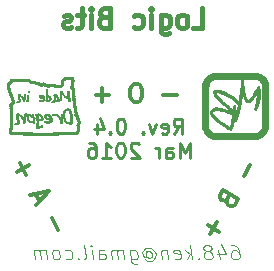
<source format=gbr>
G04 #@! TF.FileFunction,Legend,Bot*
%FSLAX46Y46*%
G04 Gerber Fmt 4.6, Leading zero omitted, Abs format (unit mm)*
G04 Created by KiCad (PCBNEW (2015-08-15 BZR 6092)-product) date 3/22/2016 8:23:16 PM*
%MOMM*%
G01*
G04 APERTURE LIST*
%ADD10C,0.100000*%
%ADD11C,0.300000*%
%ADD12C,0.254000*%
%ADD13C,0.381000*%
%ADD14C,0.002540*%
G04 APERTURE END LIST*
D10*
D11*
X143128571Y-92563143D02*
X141985714Y-92563143D01*
X139842857Y-91634571D02*
X139557143Y-91634571D01*
X139414285Y-91706000D01*
X139271428Y-91848857D01*
X139200000Y-92134571D01*
X139200000Y-92634571D01*
X139271428Y-92920286D01*
X139414285Y-93063143D01*
X139557143Y-93134571D01*
X139842857Y-93134571D01*
X139985714Y-93063143D01*
X140128571Y-92920286D01*
X140200000Y-92634571D01*
X140200000Y-92134571D01*
X140128571Y-91848857D01*
X139985714Y-91706000D01*
X139842857Y-91634571D01*
X137414285Y-92563143D02*
X136271428Y-92563143D01*
X136842857Y-93134571D02*
X136842857Y-91991714D01*
D10*
X147760713Y-105260857D02*
X147989284Y-105260857D01*
X148110713Y-105318000D01*
X148174999Y-105375143D01*
X148310713Y-105546571D01*
X148396428Y-105775143D01*
X148453571Y-106232286D01*
X148410713Y-106346571D01*
X148360713Y-106403714D01*
X148253570Y-106460857D01*
X148024999Y-106460857D01*
X147903570Y-106403714D01*
X147839284Y-106346571D01*
X147767856Y-106232286D01*
X147732141Y-105946571D01*
X147774999Y-105832286D01*
X147824999Y-105775143D01*
X147932142Y-105718000D01*
X148160713Y-105718000D01*
X148282142Y-105775143D01*
X148346428Y-105832286D01*
X148417856Y-105946571D01*
X146667856Y-105660857D02*
X146767856Y-106460857D01*
X146896427Y-105203714D02*
X147289285Y-106060857D01*
X146546427Y-106060857D01*
X145882142Y-105775143D02*
X145989285Y-105718000D01*
X146039285Y-105660857D01*
X146082142Y-105546571D01*
X146075000Y-105489429D01*
X146003571Y-105375143D01*
X145939285Y-105318000D01*
X145817856Y-105260857D01*
X145589285Y-105260857D01*
X145482142Y-105318000D01*
X145432142Y-105375143D01*
X145389285Y-105489429D01*
X145396427Y-105546571D01*
X145467856Y-105660857D01*
X145532142Y-105718000D01*
X145653571Y-105775143D01*
X145882142Y-105775143D01*
X146003571Y-105832286D01*
X146067857Y-105889429D01*
X146139285Y-106003714D01*
X146167857Y-106232286D01*
X146124999Y-106346571D01*
X146074999Y-106403714D01*
X145967856Y-106460857D01*
X145739285Y-106460857D01*
X145617856Y-106403714D01*
X145553570Y-106346571D01*
X145482142Y-106232286D01*
X145453570Y-106003714D01*
X145496428Y-105889429D01*
X145546428Y-105832286D01*
X145653571Y-105775143D01*
X144982142Y-106346571D02*
X144932142Y-106403714D01*
X144996428Y-106460857D01*
X145046428Y-106403714D01*
X144982142Y-106346571D01*
X144996428Y-106460857D01*
X144424999Y-106460857D02*
X144274999Y-105260857D01*
X144253570Y-106003714D02*
X143967856Y-106460857D01*
X143867856Y-105660857D02*
X144382142Y-106118000D01*
X142989284Y-106403714D02*
X143110713Y-106460857D01*
X143339284Y-106460857D01*
X143446427Y-106403714D01*
X143489285Y-106289429D01*
X143432142Y-105832286D01*
X143360713Y-105718000D01*
X143239284Y-105660857D01*
X143010713Y-105660857D01*
X142903570Y-105718000D01*
X142860713Y-105832286D01*
X142874998Y-105946571D01*
X143460713Y-106060857D01*
X142324999Y-105660857D02*
X142424999Y-106460857D01*
X142339285Y-105775143D02*
X142274999Y-105718000D01*
X142153570Y-105660857D01*
X141982142Y-105660857D01*
X141874999Y-105718000D01*
X141832142Y-105832286D01*
X141910713Y-106460857D01*
X140525000Y-105889429D02*
X140574999Y-105832286D01*
X140682142Y-105775143D01*
X140796428Y-105775143D01*
X140917857Y-105832286D01*
X140982142Y-105889429D01*
X141053570Y-106003714D01*
X141067856Y-106118000D01*
X141024999Y-106232286D01*
X140975000Y-106289429D01*
X140867856Y-106346571D01*
X140753570Y-106346571D01*
X140632142Y-106289429D01*
X140567857Y-106232286D01*
X140510714Y-105775143D02*
X140567857Y-106232286D01*
X140517857Y-106289429D01*
X140460714Y-106289429D01*
X140339285Y-106232286D01*
X140267856Y-106118000D01*
X140232142Y-105832286D01*
X140324999Y-105660857D01*
X140482142Y-105546571D01*
X140703571Y-105489429D01*
X140939284Y-105546571D01*
X141124999Y-105660857D01*
X141260714Y-105832286D01*
X141346428Y-106060857D01*
X141317857Y-106289429D01*
X141224999Y-106460857D01*
X141067856Y-106575143D01*
X140846428Y-106632286D01*
X140610714Y-106575143D01*
X140424999Y-106460857D01*
X139182142Y-105660857D02*
X139303571Y-106632286D01*
X139374999Y-106746571D01*
X139439285Y-106803714D01*
X139560713Y-106860857D01*
X139732142Y-106860857D01*
X139839285Y-106803714D01*
X139274999Y-106403714D02*
X139396428Y-106460857D01*
X139624999Y-106460857D01*
X139732142Y-106403714D01*
X139782142Y-106346571D01*
X139825000Y-106232286D01*
X139782143Y-105889429D01*
X139710714Y-105775143D01*
X139646428Y-105718000D01*
X139524999Y-105660857D01*
X139296428Y-105660857D01*
X139189285Y-105718000D01*
X138710714Y-106460857D02*
X138610714Y-105660857D01*
X138625000Y-105775143D02*
X138560714Y-105718000D01*
X138439285Y-105660857D01*
X138267857Y-105660857D01*
X138160714Y-105718000D01*
X138117857Y-105832286D01*
X138196428Y-106460857D01*
X138117857Y-105832286D02*
X138046428Y-105718000D01*
X137924999Y-105660857D01*
X137753571Y-105660857D01*
X137646428Y-105718000D01*
X137603571Y-105832286D01*
X137682142Y-106460857D01*
X136596428Y-106460857D02*
X136517857Y-105832286D01*
X136560714Y-105718000D01*
X136667857Y-105660857D01*
X136896428Y-105660857D01*
X137017857Y-105718000D01*
X136589285Y-106403714D02*
X136710714Y-106460857D01*
X136996428Y-106460857D01*
X137103571Y-106403714D01*
X137146429Y-106289429D01*
X137132143Y-106175143D01*
X137060714Y-106060857D01*
X136939285Y-106003714D01*
X136653571Y-106003714D01*
X136532142Y-105946571D01*
X136025000Y-106460857D02*
X135925000Y-105660857D01*
X135875000Y-105260857D02*
X135939286Y-105318000D01*
X135889286Y-105375143D01*
X135825000Y-105318000D01*
X135875000Y-105260857D01*
X135889286Y-105375143D01*
X135282142Y-106460857D02*
X135389285Y-106403714D01*
X135432143Y-106289429D01*
X135303571Y-105260857D01*
X134810714Y-106346571D02*
X134760714Y-106403714D01*
X134825000Y-106460857D01*
X134875000Y-106403714D01*
X134810714Y-106346571D01*
X134825000Y-106460857D01*
X133732142Y-106403714D02*
X133853571Y-106460857D01*
X134082142Y-106460857D01*
X134189285Y-106403714D01*
X134239285Y-106346571D01*
X134282143Y-106232286D01*
X134239286Y-105889429D01*
X134167857Y-105775143D01*
X134103571Y-105718000D01*
X133982142Y-105660857D01*
X133753571Y-105660857D01*
X133646428Y-105718000D01*
X133053571Y-106460857D02*
X133160714Y-106403714D01*
X133210714Y-106346571D01*
X133253572Y-106232286D01*
X133210715Y-105889429D01*
X133139286Y-105775143D01*
X133075000Y-105718000D01*
X132953571Y-105660857D01*
X132782143Y-105660857D01*
X132675000Y-105718000D01*
X132625000Y-105775143D01*
X132582143Y-105889429D01*
X132625000Y-106232286D01*
X132696428Y-106346571D01*
X132760714Y-106403714D01*
X132882143Y-106460857D01*
X133053571Y-106460857D01*
X132139286Y-106460857D02*
X132039286Y-105660857D01*
X132053572Y-105775143D02*
X131989286Y-105718000D01*
X131867857Y-105660857D01*
X131696429Y-105660857D01*
X131589286Y-105718000D01*
X131546429Y-105832286D01*
X131625000Y-106460857D01*
X131546429Y-105832286D02*
X131475000Y-105718000D01*
X131353571Y-105660857D01*
X131182143Y-105660857D01*
X131075000Y-105718000D01*
X131032143Y-105832286D01*
X131110714Y-106460857D01*
D11*
X133122068Y-103991083D02*
X132550640Y-103001340D01*
X131534065Y-101526295D02*
X131176922Y-100907705D01*
X131234340Y-101864298D02*
X132283378Y-100681285D01*
X130734340Y-100998273D01*
X130407783Y-99289803D02*
X129836354Y-98300060D01*
X129627198Y-99080646D02*
X130616941Y-98509217D01*
X149363217Y-98461271D02*
X148791789Y-99451014D01*
X147427640Y-101385217D02*
X147382356Y-101606509D01*
X147408501Y-101704081D01*
X147496504Y-101837369D01*
X147682081Y-101944512D01*
X147841513Y-101954081D01*
X147939087Y-101927937D01*
X148072374Y-101839933D01*
X148358088Y-101345061D01*
X147059050Y-100595061D01*
X146809050Y-101028074D01*
X146799481Y-101187506D01*
X146825626Y-101285080D01*
X146913630Y-101418367D01*
X147037347Y-101489796D01*
X147196779Y-101499366D01*
X147294353Y-101473221D01*
X147427640Y-101385217D01*
X147677640Y-100952204D01*
X146541789Y-103348129D02*
X145970360Y-104337872D01*
X146750946Y-104128714D02*
X145761203Y-103557285D01*
D12*
X142887095Y-95824524D02*
X143310428Y-95219762D01*
X143612809Y-95824524D02*
X143612809Y-94554524D01*
X143129000Y-94554524D01*
X143008047Y-94615000D01*
X142947571Y-94675476D01*
X142887095Y-94796429D01*
X142887095Y-94977857D01*
X142947571Y-95098810D01*
X143008047Y-95159286D01*
X143129000Y-95219762D01*
X143612809Y-95219762D01*
X141859000Y-95764048D02*
X141979952Y-95824524D01*
X142221857Y-95824524D01*
X142342809Y-95764048D01*
X142403285Y-95643095D01*
X142403285Y-95159286D01*
X142342809Y-95038333D01*
X142221857Y-94977857D01*
X141979952Y-94977857D01*
X141859000Y-95038333D01*
X141798523Y-95159286D01*
X141798523Y-95280238D01*
X142403285Y-95401190D01*
X141375190Y-94977857D02*
X141072809Y-95824524D01*
X140770429Y-94977857D01*
X140286619Y-95703571D02*
X140226143Y-95764048D01*
X140286619Y-95824524D01*
X140347095Y-95764048D01*
X140286619Y-95703571D01*
X140286619Y-95824524D01*
X138472333Y-94554524D02*
X138351381Y-94554524D01*
X138230429Y-94615000D01*
X138169952Y-94675476D01*
X138109476Y-94796429D01*
X138049000Y-95038333D01*
X138049000Y-95340714D01*
X138109476Y-95582619D01*
X138169952Y-95703571D01*
X138230429Y-95764048D01*
X138351381Y-95824524D01*
X138472333Y-95824524D01*
X138593286Y-95764048D01*
X138653762Y-95703571D01*
X138714238Y-95582619D01*
X138774714Y-95340714D01*
X138774714Y-95038333D01*
X138714238Y-94796429D01*
X138653762Y-94675476D01*
X138593286Y-94615000D01*
X138472333Y-94554524D01*
X137504714Y-95703571D02*
X137444238Y-95764048D01*
X137504714Y-95824524D01*
X137565190Y-95764048D01*
X137504714Y-95703571D01*
X137504714Y-95824524D01*
X136355666Y-94977857D02*
X136355666Y-95824524D01*
X136658047Y-94494048D02*
X136960428Y-95401190D01*
X136174238Y-95401190D01*
X144247810Y-97856524D02*
X144247810Y-96586524D01*
X143824477Y-97493667D01*
X143401143Y-96586524D01*
X143401143Y-97856524D01*
X142252095Y-97856524D02*
X142252095Y-97191286D01*
X142312572Y-97070333D01*
X142433524Y-97009857D01*
X142675429Y-97009857D01*
X142796381Y-97070333D01*
X142252095Y-97796048D02*
X142373048Y-97856524D01*
X142675429Y-97856524D01*
X142796381Y-97796048D01*
X142856857Y-97675095D01*
X142856857Y-97554143D01*
X142796381Y-97433190D01*
X142675429Y-97372714D01*
X142373048Y-97372714D01*
X142252095Y-97312238D01*
X141647333Y-97856524D02*
X141647333Y-97009857D01*
X141647333Y-97251762D02*
X141586857Y-97130810D01*
X141526381Y-97070333D01*
X141405428Y-97009857D01*
X141284476Y-97009857D01*
X139954000Y-96707476D02*
X139893524Y-96647000D01*
X139772572Y-96586524D01*
X139470191Y-96586524D01*
X139349238Y-96647000D01*
X139288762Y-96707476D01*
X139228286Y-96828429D01*
X139228286Y-96949381D01*
X139288762Y-97130810D01*
X140014476Y-97856524D01*
X139228286Y-97856524D01*
X138442095Y-96586524D02*
X138321143Y-96586524D01*
X138200191Y-96647000D01*
X138139714Y-96707476D01*
X138079238Y-96828429D01*
X138018762Y-97070333D01*
X138018762Y-97372714D01*
X138079238Y-97614619D01*
X138139714Y-97735571D01*
X138200191Y-97796048D01*
X138321143Y-97856524D01*
X138442095Y-97856524D01*
X138563048Y-97796048D01*
X138623524Y-97735571D01*
X138684000Y-97614619D01*
X138744476Y-97372714D01*
X138744476Y-97070333D01*
X138684000Y-96828429D01*
X138623524Y-96707476D01*
X138563048Y-96647000D01*
X138442095Y-96586524D01*
X136809238Y-97856524D02*
X137534952Y-97856524D01*
X137172095Y-97856524D02*
X137172095Y-96586524D01*
X137293047Y-96767952D01*
X137414000Y-96888905D01*
X137534952Y-96949381D01*
X135720666Y-96586524D02*
X135962571Y-96586524D01*
X136083523Y-96647000D01*
X136144000Y-96707476D01*
X136264952Y-96888905D01*
X136325428Y-97130810D01*
X136325428Y-97614619D01*
X136264952Y-97735571D01*
X136204476Y-97796048D01*
X136083523Y-97856524D01*
X135841619Y-97856524D01*
X135720666Y-97796048D01*
X135660190Y-97735571D01*
X135599714Y-97614619D01*
X135599714Y-97312238D01*
X135660190Y-97191286D01*
X135720666Y-97130810D01*
X135841619Y-97070333D01*
X136083523Y-97070333D01*
X136204476Y-97130810D01*
X136264952Y-97191286D01*
X136325428Y-97312238D01*
D13*
X144516928Y-86852881D02*
X145303119Y-86852881D01*
X145303119Y-85201881D01*
X143730738Y-86852881D02*
X143887976Y-86774262D01*
X143966595Y-86695643D01*
X144045214Y-86538405D01*
X144045214Y-86066690D01*
X143966595Y-85909452D01*
X143887976Y-85830833D01*
X143730738Y-85752214D01*
X143494880Y-85752214D01*
X143337642Y-85830833D01*
X143259023Y-85909452D01*
X143180404Y-86066690D01*
X143180404Y-86538405D01*
X143259023Y-86695643D01*
X143337642Y-86774262D01*
X143494880Y-86852881D01*
X143730738Y-86852881D01*
X141765261Y-85752214D02*
X141765261Y-87088738D01*
X141843880Y-87245976D01*
X141922499Y-87324595D01*
X142079738Y-87403214D01*
X142315595Y-87403214D01*
X142472833Y-87324595D01*
X141765261Y-86774262D02*
X141922499Y-86852881D01*
X142236976Y-86852881D01*
X142394214Y-86774262D01*
X142472833Y-86695643D01*
X142551452Y-86538405D01*
X142551452Y-86066690D01*
X142472833Y-85909452D01*
X142394214Y-85830833D01*
X142236976Y-85752214D01*
X141922499Y-85752214D01*
X141765261Y-85830833D01*
X140979071Y-86852881D02*
X140979071Y-85752214D01*
X140979071Y-85201881D02*
X141057690Y-85280500D01*
X140979071Y-85359119D01*
X140900452Y-85280500D01*
X140979071Y-85201881D01*
X140979071Y-85359119D01*
X139485309Y-86774262D02*
X139642547Y-86852881D01*
X139957024Y-86852881D01*
X140114262Y-86774262D01*
X140192881Y-86695643D01*
X140271500Y-86538405D01*
X140271500Y-86066690D01*
X140192881Y-85909452D01*
X140114262Y-85830833D01*
X139957024Y-85752214D01*
X139642547Y-85752214D01*
X139485309Y-85830833D01*
X136969499Y-85988071D02*
X136733642Y-86066690D01*
X136655023Y-86145310D01*
X136576404Y-86302548D01*
X136576404Y-86538405D01*
X136655023Y-86695643D01*
X136733642Y-86774262D01*
X136890880Y-86852881D01*
X137519833Y-86852881D01*
X137519833Y-85201881D01*
X136969499Y-85201881D01*
X136812261Y-85280500D01*
X136733642Y-85359119D01*
X136655023Y-85516357D01*
X136655023Y-85673595D01*
X136733642Y-85830833D01*
X136812261Y-85909452D01*
X136969499Y-85988071D01*
X137519833Y-85988071D01*
X135868833Y-86852881D02*
X135868833Y-85752214D01*
X135868833Y-85201881D02*
X135947452Y-85280500D01*
X135868833Y-85359119D01*
X135790214Y-85280500D01*
X135868833Y-85201881D01*
X135868833Y-85359119D01*
X135318500Y-85752214D02*
X134689548Y-85752214D01*
X135082643Y-85201881D02*
X135082643Y-86617024D01*
X135004024Y-86774262D01*
X134846786Y-86852881D01*
X134689548Y-86852881D01*
X134217833Y-86774262D02*
X134060595Y-86852881D01*
X133746119Y-86852881D01*
X133588880Y-86774262D01*
X133510261Y-86617024D01*
X133510261Y-86538405D01*
X133588880Y-86381167D01*
X133746119Y-86302548D01*
X133981976Y-86302548D01*
X134139214Y-86223929D01*
X134217833Y-86066690D01*
X134217833Y-85988071D01*
X134139214Y-85830833D01*
X133981976Y-85752214D01*
X133746119Y-85752214D01*
X133588880Y-85830833D01*
D14*
G36*
X128729740Y-91711780D02*
X128729740Y-91749880D01*
X128732280Y-91775280D01*
X128734820Y-91798140D01*
X128739900Y-91815920D01*
X128750060Y-91836240D01*
X128752600Y-91843860D01*
X128765300Y-91871800D01*
X128775460Y-91897200D01*
X128785620Y-91927680D01*
X128795780Y-91963240D01*
X128805940Y-92008960D01*
X128818640Y-92062300D01*
X128823720Y-92080080D01*
X128838960Y-92153740D01*
X128856740Y-92214700D01*
X128871980Y-92268040D01*
X128892300Y-92313760D01*
X128912620Y-92354400D01*
X128912620Y-91724480D01*
X128912620Y-91709240D01*
X128915160Y-91696540D01*
X128922780Y-91683840D01*
X128935480Y-91668600D01*
X128958340Y-91650820D01*
X128968500Y-91640660D01*
X128996440Y-91617800D01*
X129021840Y-91592400D01*
X129039620Y-91569540D01*
X129047240Y-91561920D01*
X129059940Y-91544140D01*
X129080260Y-91518740D01*
X129105660Y-91488260D01*
X129131060Y-91457780D01*
X129133600Y-91455240D01*
X129156460Y-91427300D01*
X129176780Y-91401900D01*
X129189480Y-91384120D01*
X129197100Y-91373960D01*
X129197100Y-91371420D01*
X129202180Y-91366340D01*
X129219960Y-91366340D01*
X129245360Y-91366340D01*
X129275840Y-91371420D01*
X129306320Y-91376500D01*
X129316480Y-91379040D01*
X129329180Y-91381580D01*
X129341880Y-91386660D01*
X129357120Y-91386660D01*
X129374900Y-91389200D01*
X129400300Y-91391740D01*
X129433320Y-91394280D01*
X129471420Y-91394280D01*
X129519680Y-91396820D01*
X129578100Y-91396820D01*
X129649220Y-91399360D01*
X129733040Y-91401900D01*
X129786380Y-91401900D01*
X129872740Y-91404440D01*
X129959100Y-91404440D01*
X130045460Y-91406980D01*
X130129280Y-91406980D01*
X130208020Y-91409520D01*
X130279140Y-91409520D01*
X130342640Y-91409520D01*
X130390900Y-91409520D01*
X130403600Y-91409520D01*
X130596640Y-91409520D01*
X130657600Y-91470480D01*
X130718560Y-91528900D01*
X130759200Y-91528900D01*
X130787140Y-91528900D01*
X130822700Y-91526360D01*
X130850640Y-91521280D01*
X130883660Y-91518740D01*
X130914140Y-91521280D01*
X130947160Y-91526360D01*
X130987800Y-91536520D01*
X131033520Y-91554300D01*
X131089400Y-91577160D01*
X131104640Y-91582240D01*
X131147820Y-91602560D01*
X131180840Y-91615260D01*
X131208780Y-91622880D01*
X131234180Y-91627960D01*
X131262120Y-91633040D01*
X131279900Y-91635580D01*
X131325620Y-91640660D01*
X131361180Y-91645740D01*
X131389120Y-91653360D01*
X131409440Y-91663520D01*
X131429760Y-91676220D01*
X131450080Y-91696540D01*
X131452620Y-91699080D01*
X131475480Y-91719400D01*
X131500880Y-91737180D01*
X131518660Y-91749880D01*
X131518660Y-91749880D01*
X131538980Y-91754960D01*
X131569460Y-91760040D01*
X131605020Y-91767660D01*
X131643120Y-91770200D01*
X131676140Y-91775280D01*
X131701540Y-91775280D01*
X131716780Y-91772740D01*
X131729480Y-91765120D01*
X131752340Y-91752420D01*
X131772660Y-91734640D01*
X131795520Y-91714320D01*
X131810760Y-91706700D01*
X131820920Y-91704160D01*
X131826000Y-91706700D01*
X131836160Y-91714320D01*
X131856480Y-91727020D01*
X131884420Y-91744800D01*
X131914900Y-91765120D01*
X131922520Y-91770200D01*
X132008880Y-91823540D01*
X132085080Y-91826080D01*
X132120640Y-91828620D01*
X132143500Y-91831160D01*
X132156200Y-91833700D01*
X132166360Y-91838780D01*
X132171440Y-91846400D01*
X132173980Y-91851480D01*
X132194300Y-91874340D01*
X132222240Y-91889580D01*
X132252720Y-91897200D01*
X132257800Y-91897200D01*
X132285740Y-91889580D01*
X132313680Y-91871800D01*
X132341620Y-91841320D01*
X132351780Y-91828620D01*
X132364480Y-91815920D01*
X132372100Y-91805760D01*
X132382260Y-91798140D01*
X132394960Y-91790520D01*
X132415280Y-91787980D01*
X132440680Y-91782900D01*
X132478780Y-91777820D01*
X132527040Y-91775280D01*
X132542280Y-91772740D01*
X132651500Y-91762580D01*
X132681980Y-91790520D01*
X132717540Y-91823540D01*
X132753100Y-91848940D01*
X132783580Y-91869260D01*
X132793740Y-91874340D01*
X132816600Y-91879420D01*
X132849620Y-91884500D01*
X132892800Y-91889580D01*
X132938520Y-91894660D01*
X132989320Y-91899740D01*
X133037580Y-91902280D01*
X133083300Y-91902280D01*
X133085840Y-91902280D01*
X133134100Y-91902280D01*
X133177280Y-91897200D01*
X133220460Y-91892120D01*
X133268720Y-91881960D01*
X133314440Y-91871800D01*
X133347460Y-91861640D01*
X133372860Y-91848940D01*
X133395720Y-91836240D01*
X133418580Y-91815920D01*
X133443980Y-91790520D01*
X133461760Y-91770200D01*
X133477000Y-91749880D01*
X133484620Y-91727020D01*
X133492240Y-91699080D01*
X133499860Y-91663520D01*
X133502400Y-91620340D01*
X133507480Y-91569540D01*
X133515100Y-91490800D01*
X133527800Y-91422220D01*
X133548120Y-91366340D01*
X133573520Y-91320620D01*
X133576060Y-91315540D01*
X133601460Y-91290140D01*
X133639560Y-91262200D01*
X133652260Y-91254580D01*
X133680200Y-91241880D01*
X133703060Y-91231720D01*
X133720840Y-91229180D01*
X133743700Y-91229180D01*
X133746240Y-91229180D01*
X133784340Y-91229180D01*
X133827520Y-91221560D01*
X133858000Y-91213940D01*
X133896100Y-91201240D01*
X133924040Y-91196160D01*
X133941820Y-91193620D01*
X133957060Y-91198700D01*
X133972300Y-91203780D01*
X133979920Y-91208860D01*
X134010400Y-91224100D01*
X134053580Y-91229180D01*
X134101840Y-91224100D01*
X134117080Y-91219020D01*
X134139940Y-91213940D01*
X134160260Y-91208860D01*
X134167880Y-91208860D01*
X134167880Y-91213940D01*
X134170420Y-91234260D01*
X134170420Y-91257120D01*
X134170420Y-91259660D01*
X134170420Y-91287600D01*
X134172960Y-91307920D01*
X134178040Y-91325700D01*
X134190740Y-91343480D01*
X134213600Y-91376500D01*
X134205980Y-91495880D01*
X134203440Y-91541600D01*
X134198360Y-91574620D01*
X134195820Y-91600020D01*
X134190740Y-91617800D01*
X134185660Y-91633040D01*
X134178040Y-91648280D01*
X134172960Y-91655900D01*
X134157720Y-91686380D01*
X134150100Y-91714320D01*
X134150100Y-91734640D01*
X134147560Y-91762580D01*
X134145020Y-91785440D01*
X134142480Y-91793060D01*
X134139940Y-91810840D01*
X134134860Y-91836240D01*
X134134860Y-91869260D01*
X134134860Y-91881960D01*
X134134860Y-91914980D01*
X134134860Y-91935300D01*
X134139940Y-91950540D01*
X134147560Y-91960700D01*
X134157720Y-91973400D01*
X134160260Y-91975940D01*
X134180580Y-91991180D01*
X134200900Y-91998800D01*
X134203440Y-92001340D01*
X134213600Y-92001340D01*
X134218680Y-92006420D01*
X134223760Y-92021660D01*
X134226300Y-92047060D01*
X134228840Y-92080080D01*
X134231380Y-92118180D01*
X134231380Y-92141040D01*
X134233920Y-92184220D01*
X134239000Y-92240100D01*
X134246620Y-92311220D01*
X134259320Y-92397580D01*
X134277100Y-92496640D01*
X134277100Y-92504260D01*
X134284720Y-92547440D01*
X134289800Y-92588080D01*
X134294880Y-92618560D01*
X134297420Y-92641420D01*
X134299960Y-92649040D01*
X134299960Y-92661740D01*
X134297420Y-92684600D01*
X134297420Y-92715080D01*
X134294880Y-92745560D01*
X134294880Y-92778580D01*
X134292340Y-92809060D01*
X134289800Y-92829380D01*
X134287260Y-92837000D01*
X134277100Y-92862400D01*
X134274560Y-92892880D01*
X134277100Y-92923360D01*
X134287260Y-92948760D01*
X134302500Y-92961460D01*
X134310120Y-92974160D01*
X134317740Y-92999560D01*
X134327900Y-93040200D01*
X134335520Y-93096080D01*
X134345680Y-93164660D01*
X134353300Y-93243400D01*
X134358380Y-93304360D01*
X134363460Y-93357700D01*
X134368540Y-93408500D01*
X134373620Y-93451680D01*
X134378700Y-93487240D01*
X134381240Y-93512640D01*
X134383780Y-93525340D01*
X134393940Y-93545660D01*
X134404100Y-93573600D01*
X134414260Y-93599000D01*
X134421880Y-93619320D01*
X134429500Y-93634560D01*
X134432040Y-93652340D01*
X134434580Y-93672660D01*
X134434580Y-93698060D01*
X134432040Y-93731080D01*
X134429500Y-93776800D01*
X134429500Y-93797120D01*
X134426960Y-93842840D01*
X134426960Y-93878400D01*
X134432040Y-93906340D01*
X134439660Y-93931740D01*
X134452360Y-93959680D01*
X134472680Y-93992700D01*
X134490460Y-94030800D01*
X134500620Y-94058740D01*
X134505700Y-94086680D01*
X134500620Y-94114620D01*
X134490460Y-94152720D01*
X134485380Y-94162880D01*
X134472680Y-94200980D01*
X134465060Y-94231460D01*
X134465060Y-94251780D01*
X134467600Y-94269560D01*
X134475220Y-94284800D01*
X134475220Y-94287340D01*
X134490460Y-94302580D01*
X134515860Y-94320360D01*
X134546340Y-94338140D01*
X134579360Y-94350840D01*
X134599680Y-94358460D01*
X134620000Y-94363540D01*
X134620000Y-94452440D01*
X134620000Y-94543880D01*
X134650480Y-94607380D01*
X134683500Y-94675960D01*
X134708900Y-94734380D01*
X134729220Y-94782640D01*
X134741920Y-94818200D01*
X134747000Y-94838520D01*
X134749540Y-94856300D01*
X134749540Y-94871540D01*
X134741920Y-94886780D01*
X134726680Y-94907100D01*
X134726680Y-94909640D01*
X134698740Y-94950280D01*
X134675880Y-94988380D01*
X134658100Y-95034100D01*
X134650480Y-95062040D01*
X134635240Y-95115380D01*
X134658100Y-95214440D01*
X134673340Y-95280480D01*
X134680960Y-95333820D01*
X134686040Y-95379540D01*
X134686040Y-95420180D01*
X134678420Y-95458280D01*
X134668260Y-95496380D01*
X134668260Y-95496380D01*
X134653020Y-95539560D01*
X134640320Y-95577660D01*
X134625080Y-95610680D01*
X134614920Y-95633540D01*
X134604760Y-95643700D01*
X134604760Y-95646240D01*
X134594600Y-95648780D01*
X134574280Y-95656400D01*
X134566660Y-95661480D01*
X134543800Y-95669100D01*
X134508240Y-95676720D01*
X134459980Y-95681800D01*
X134399020Y-95684340D01*
X134322820Y-95686880D01*
X134233920Y-95689420D01*
X134132320Y-95689420D01*
X134122160Y-95689420D01*
X134066280Y-95691960D01*
X134000240Y-95691960D01*
X133926580Y-95694500D01*
X133847840Y-95694500D01*
X133769100Y-95697040D01*
X133695440Y-95702120D01*
X133675120Y-95702120D01*
X133438900Y-95709740D01*
X133212840Y-95719900D01*
X132989320Y-95724980D01*
X132765800Y-95730060D01*
X132544820Y-95735140D01*
X132321300Y-95737680D01*
X132095240Y-95740220D01*
X131861560Y-95740220D01*
X131622800Y-95740220D01*
X131371340Y-95740220D01*
X131109720Y-95737680D01*
X130977640Y-95735140D01*
X130792220Y-95732600D01*
X130622040Y-95730060D01*
X130464560Y-95727520D01*
X130319780Y-95724980D01*
X130185160Y-95722440D01*
X130060700Y-95719900D01*
X129943860Y-95717360D01*
X129837180Y-95714820D01*
X129738120Y-95709740D01*
X129646680Y-95707200D01*
X129557780Y-95704660D01*
X129473960Y-95699580D01*
X129428240Y-95697040D01*
X129364740Y-95694500D01*
X129306320Y-95689420D01*
X129252980Y-95686880D01*
X129207260Y-95684340D01*
X129174240Y-95681800D01*
X129151380Y-95681800D01*
X129138680Y-95681800D01*
X129138680Y-95681800D01*
X129138680Y-95674180D01*
X129141220Y-95651320D01*
X129141220Y-95618300D01*
X129143760Y-95570040D01*
X129146300Y-95511620D01*
X129148840Y-95443040D01*
X129153920Y-95364300D01*
X129156460Y-95277940D01*
X129161540Y-95181420D01*
X129166620Y-95079820D01*
X129169160Y-94973140D01*
X129174240Y-94858840D01*
X129181860Y-94742000D01*
X129181860Y-94726760D01*
X129186940Y-94587060D01*
X129192020Y-94460060D01*
X129197100Y-94345760D01*
X129202180Y-94244160D01*
X129207260Y-94155260D01*
X129209800Y-94076520D01*
X129212340Y-94010480D01*
X129214880Y-93949520D01*
X129214880Y-93901260D01*
X129214880Y-93858080D01*
X129214880Y-93825060D01*
X129214880Y-93794580D01*
X129214880Y-93771720D01*
X129212340Y-93753940D01*
X129209800Y-93738700D01*
X129207260Y-93728540D01*
X129204720Y-93718380D01*
X129199640Y-93710760D01*
X129194560Y-93705680D01*
X129189480Y-93698060D01*
X129184400Y-93690440D01*
X129171700Y-93675200D01*
X129164080Y-93659960D01*
X129161540Y-93644720D01*
X129164080Y-93619320D01*
X129164080Y-93609160D01*
X129164080Y-93573600D01*
X129161540Y-93540580D01*
X129151380Y-93499940D01*
X129151380Y-93497400D01*
X129138680Y-93454220D01*
X129131060Y-93423740D01*
X129128520Y-93400880D01*
X129128520Y-93388180D01*
X129131060Y-93378020D01*
X129138680Y-93372940D01*
X129138680Y-93370400D01*
X129156460Y-93365320D01*
X129179320Y-93357700D01*
X129189480Y-93357700D01*
X129217420Y-93350080D01*
X129240280Y-93339920D01*
X129260600Y-93324680D01*
X129278380Y-93301820D01*
X129301240Y-93266260D01*
X129319020Y-93230700D01*
X129362200Y-93141800D01*
X129354580Y-93063060D01*
X129349500Y-93032580D01*
X129344420Y-93004640D01*
X129336800Y-92979240D01*
X129329180Y-92951300D01*
X129316480Y-92915740D01*
X129296160Y-92872560D01*
X129291080Y-92859860D01*
X129270760Y-92809060D01*
X129247900Y-92758260D01*
X129225040Y-92704920D01*
X129204720Y-92659200D01*
X129194560Y-92641420D01*
X129179320Y-92603320D01*
X129166620Y-92575380D01*
X129159000Y-92555060D01*
X129156460Y-92542360D01*
X129159000Y-92532200D01*
X129159000Y-92522040D01*
X129166620Y-92496640D01*
X129166620Y-92466160D01*
X129156460Y-92433140D01*
X129138680Y-92392500D01*
X129113280Y-92344240D01*
X129110740Y-92341700D01*
X129087880Y-92301060D01*
X129067560Y-92265500D01*
X129052320Y-92235020D01*
X129042160Y-92204540D01*
X129029460Y-92171520D01*
X129019300Y-92130880D01*
X129009140Y-92085160D01*
X128998980Y-92039440D01*
X128983740Y-91975940D01*
X128971040Y-91925140D01*
X128960880Y-91884500D01*
X128950720Y-91851480D01*
X128940560Y-91823540D01*
X128932940Y-91800680D01*
X128925320Y-91790520D01*
X128917700Y-91762580D01*
X128912620Y-91732100D01*
X128912620Y-91724480D01*
X128912620Y-92354400D01*
X128915160Y-92356940D01*
X128920240Y-92372180D01*
X128938020Y-92400120D01*
X128948180Y-92422980D01*
X128953260Y-92435680D01*
X128953260Y-92445840D01*
X128948180Y-92456000D01*
X128945640Y-92473780D01*
X128943100Y-92491560D01*
X128948180Y-92514420D01*
X128955800Y-92542360D01*
X128971040Y-92577920D01*
X128991360Y-92626180D01*
X129006600Y-92656660D01*
X129042160Y-92737940D01*
X129077720Y-92814140D01*
X129105660Y-92882720D01*
X129131060Y-92943680D01*
X129151380Y-92994480D01*
X129164080Y-93035120D01*
X129171700Y-93063060D01*
X129171700Y-93065600D01*
X129176780Y-93093540D01*
X129174240Y-93111320D01*
X129169160Y-93131640D01*
X129161540Y-93144340D01*
X129151380Y-93164660D01*
X129138680Y-93177360D01*
X129123440Y-93184980D01*
X129100580Y-93190060D01*
X129087880Y-93192600D01*
X129072640Y-93195140D01*
X129054860Y-93205300D01*
X129037080Y-93220540D01*
X129009140Y-93245940D01*
X129001520Y-93256100D01*
X128976120Y-93281500D01*
X128958340Y-93299280D01*
X128948180Y-93311980D01*
X128943100Y-93324680D01*
X128943100Y-93339920D01*
X128943100Y-93350080D01*
X128945640Y-93403420D01*
X128958340Y-93464380D01*
X128973580Y-93527880D01*
X128981200Y-93555820D01*
X128983740Y-93578680D01*
X128983740Y-93601540D01*
X128981200Y-93632020D01*
X128978660Y-93637100D01*
X128976120Y-93670120D01*
X128976120Y-93698060D01*
X128983740Y-93720920D01*
X129001520Y-93748860D01*
X129019300Y-93771720D01*
X129042160Y-93799660D01*
X128998980Y-94780100D01*
X128993900Y-94899480D01*
X128988820Y-95016320D01*
X128983740Y-95128080D01*
X128978660Y-95234760D01*
X128976120Y-95333820D01*
X128971040Y-95425260D01*
X128968500Y-95509080D01*
X128965960Y-95582740D01*
X128963420Y-95646240D01*
X128960880Y-95699580D01*
X128960880Y-95740220D01*
X128960880Y-95768160D01*
X128960880Y-95783400D01*
X128960880Y-95783400D01*
X128971040Y-95808800D01*
X128991360Y-95831660D01*
X129014220Y-95846900D01*
X129019300Y-95849440D01*
X129032000Y-95851980D01*
X129059940Y-95854520D01*
X129098040Y-95857060D01*
X129146300Y-95862140D01*
X129204720Y-95864680D01*
X129268220Y-95869760D01*
X129341880Y-95872300D01*
X129418080Y-95877380D01*
X129499360Y-95879920D01*
X129580640Y-95885000D01*
X129664460Y-95887540D01*
X129745740Y-95890080D01*
X129827020Y-95892620D01*
X129903220Y-95895160D01*
X129974340Y-95897700D01*
X130017520Y-95900240D01*
X130078480Y-95900240D01*
X130152140Y-95902780D01*
X130235960Y-95902780D01*
X130327400Y-95905320D01*
X130429000Y-95907860D01*
X130535680Y-95907860D01*
X130644900Y-95910400D01*
X130759200Y-95910400D01*
X130870960Y-95912940D01*
X130980180Y-95915480D01*
X131023360Y-95915480D01*
X131124960Y-95915480D01*
X131226560Y-95918020D01*
X131325620Y-95918020D01*
X131422140Y-95920560D01*
X131511040Y-95920560D01*
X131594860Y-95920560D01*
X131668520Y-95923100D01*
X131732020Y-95923100D01*
X131785360Y-95923100D01*
X131826000Y-95923100D01*
X131848860Y-95923100D01*
X131884420Y-95923100D01*
X131935220Y-95923100D01*
X131996180Y-95923100D01*
X132067300Y-95923100D01*
X132143500Y-95923100D01*
X132224780Y-95920560D01*
X132308600Y-95920560D01*
X132392420Y-95918020D01*
X132427980Y-95918020D01*
X132582920Y-95915480D01*
X132732780Y-95910400D01*
X132880100Y-95907860D01*
X133019800Y-95902780D01*
X133151880Y-95900240D01*
X133276340Y-95895160D01*
X133390640Y-95892620D01*
X133492240Y-95890080D01*
X133578600Y-95885000D01*
X133596380Y-95885000D01*
X133652260Y-95882460D01*
X133718300Y-95879920D01*
X133789420Y-95879920D01*
X133860540Y-95877380D01*
X133929120Y-95877380D01*
X133954520Y-95877380D01*
X134020560Y-95877380D01*
X134094220Y-95874840D01*
X134175500Y-95874840D01*
X134254240Y-95869760D01*
X134330440Y-95867220D01*
X134368540Y-95867220D01*
X134584440Y-95854520D01*
X134655560Y-95821500D01*
X134688580Y-95803720D01*
X134713980Y-95791020D01*
X134731760Y-95778320D01*
X134736840Y-95773240D01*
X134752080Y-95752920D01*
X134767320Y-95722440D01*
X134787640Y-95681800D01*
X134805420Y-95638620D01*
X134823200Y-95595440D01*
X134838440Y-95557340D01*
X134851140Y-95516700D01*
X134858760Y-95483680D01*
X134863840Y-95458280D01*
X134866380Y-95427800D01*
X134866380Y-95407480D01*
X134861300Y-95333820D01*
X134848600Y-95250000D01*
X134833360Y-95176340D01*
X134825740Y-95140780D01*
X134825740Y-95112840D01*
X134833360Y-95082360D01*
X134848600Y-95049340D01*
X134871460Y-95011240D01*
X134886700Y-94993460D01*
X134909560Y-94957900D01*
X134924800Y-94932500D01*
X134932420Y-94907100D01*
X134934960Y-94881700D01*
X134932420Y-94848680D01*
X134924800Y-94810580D01*
X134917180Y-94780100D01*
X134904480Y-94739460D01*
X134886700Y-94693740D01*
X134866380Y-94640400D01*
X134840980Y-94589600D01*
X134820660Y-94546420D01*
X134813040Y-94528640D01*
X134805420Y-94513400D01*
X134802880Y-94495620D01*
X134800340Y-94475300D01*
X134800340Y-94444820D01*
X134800340Y-94404180D01*
X134800340Y-94399100D01*
X134797800Y-94350840D01*
X134795260Y-94310200D01*
X134790180Y-94282260D01*
X134777480Y-94259400D01*
X134759700Y-94239080D01*
X134731760Y-94221300D01*
X134693660Y-94200980D01*
X134673340Y-94190820D01*
X134673340Y-94183200D01*
X134675880Y-94165420D01*
X134680960Y-94140020D01*
X134683500Y-94132400D01*
X134688580Y-94086680D01*
X134688580Y-94056200D01*
X134688580Y-94048580D01*
X134675880Y-94005400D01*
X134655560Y-93959680D01*
X134632700Y-93913960D01*
X134625080Y-93901260D01*
X134617460Y-93888560D01*
X134612380Y-93875860D01*
X134607300Y-93860620D01*
X134607300Y-93842840D01*
X134607300Y-93819980D01*
X134607300Y-93789500D01*
X134612380Y-93746320D01*
X134617460Y-93692980D01*
X134617460Y-93690440D01*
X134617460Y-93665040D01*
X134617460Y-93639640D01*
X134609840Y-93611700D01*
X134602220Y-93583760D01*
X134589520Y-93550740D01*
X134579360Y-93520260D01*
X134569200Y-93497400D01*
X134566660Y-93492320D01*
X134561580Y-93479620D01*
X134556500Y-93459300D01*
X134553960Y-93431360D01*
X134548880Y-93393260D01*
X134543800Y-93342460D01*
X134538720Y-93281500D01*
X134531100Y-93212920D01*
X134523480Y-93146880D01*
X134515860Y-93083380D01*
X134505700Y-93022420D01*
X134498080Y-92969080D01*
X134490460Y-92925900D01*
X134480300Y-92895420D01*
X134477760Y-92885260D01*
X134477760Y-92867480D01*
X134480300Y-92849700D01*
X134482840Y-92824300D01*
X134477760Y-92788740D01*
X134477760Y-92788740D01*
X134472680Y-92755720D01*
X134475220Y-92720160D01*
X134477760Y-92702380D01*
X134480300Y-92679520D01*
X134482840Y-92659200D01*
X134480300Y-92636340D01*
X134477760Y-92608400D01*
X134470140Y-92567760D01*
X134467600Y-92552520D01*
X134449820Y-92458540D01*
X134437120Y-92372180D01*
X134426960Y-92290900D01*
X134419340Y-92209620D01*
X134411720Y-92120720D01*
X134406640Y-92044520D01*
X134404100Y-91978480D01*
X134399020Y-91927680D01*
X134396480Y-91887040D01*
X134391400Y-91856560D01*
X134388860Y-91833700D01*
X134381240Y-91815920D01*
X134373620Y-91803220D01*
X134363460Y-91795600D01*
X134355840Y-91787980D01*
X134343140Y-91777820D01*
X134338060Y-91765120D01*
X134340600Y-91747340D01*
X134348220Y-91721940D01*
X134358380Y-91696540D01*
X134358380Y-91696540D01*
X134366000Y-91683840D01*
X134368540Y-91673680D01*
X134373620Y-91660980D01*
X134376160Y-91643200D01*
X134378700Y-91620340D01*
X134381240Y-91589860D01*
X134383780Y-91546680D01*
X134388860Y-91493340D01*
X134388860Y-91465400D01*
X134399020Y-91313000D01*
X134373620Y-91282520D01*
X134348220Y-91252040D01*
X134355840Y-91175840D01*
X134358380Y-91127580D01*
X134358380Y-91092020D01*
X134355840Y-91066620D01*
X134345680Y-91046300D01*
X134332980Y-91031060D01*
X134330440Y-91028520D01*
X134315200Y-91015820D01*
X134297420Y-91010740D01*
X134274560Y-91008200D01*
X134246620Y-91008200D01*
X134208520Y-91015820D01*
X134157720Y-91025980D01*
X134152640Y-91028520D01*
X134061200Y-91048840D01*
X134025640Y-91028520D01*
X134000240Y-91015820D01*
X133977380Y-91008200D01*
X133949440Y-91008200D01*
X133918960Y-91013280D01*
X133875780Y-91020900D01*
X133845300Y-91028520D01*
X133809740Y-91038680D01*
X133781800Y-91046300D01*
X133764020Y-91048840D01*
X133746240Y-91046300D01*
X133733540Y-91043760D01*
X133713220Y-91041220D01*
X133695440Y-91041220D01*
X133675120Y-91043760D01*
X133649720Y-91053920D01*
X133619240Y-91069160D01*
X133586220Y-91086940D01*
X133545580Y-91109800D01*
X133515100Y-91127580D01*
X133492240Y-91145360D01*
X133474460Y-91160600D01*
X133456680Y-91178380D01*
X133438900Y-91201240D01*
X133418580Y-91224100D01*
X133403340Y-91246960D01*
X133393180Y-91267280D01*
X133383020Y-91292680D01*
X133370320Y-91325700D01*
X133357620Y-91368880D01*
X133355080Y-91379040D01*
X133342380Y-91427300D01*
X133334760Y-91467940D01*
X133329680Y-91506040D01*
X133324600Y-91549220D01*
X133324600Y-91564460D01*
X133322060Y-91610180D01*
X133319520Y-91643200D01*
X133311900Y-91666060D01*
X133299200Y-91681300D01*
X133278880Y-91694000D01*
X133248400Y-91701620D01*
X133220460Y-91709240D01*
X133159500Y-91719400D01*
X133088380Y-91724480D01*
X133009640Y-91721940D01*
X132935980Y-91714320D01*
X132857240Y-91706700D01*
X132791200Y-91648280D01*
X132765800Y-91622880D01*
X132740400Y-91605100D01*
X132720080Y-91589860D01*
X132709920Y-91584780D01*
X132694680Y-91584780D01*
X132669280Y-91584780D01*
X132631180Y-91584780D01*
X132588000Y-91589860D01*
X132537200Y-91592400D01*
X132486400Y-91597480D01*
X132435600Y-91602560D01*
X132392420Y-91607640D01*
X132349240Y-91615260D01*
X132318760Y-91620340D01*
X132298440Y-91630500D01*
X132285740Y-91635580D01*
X132275580Y-91643200D01*
X132265420Y-91648280D01*
X132250180Y-91650820D01*
X132229860Y-91650820D01*
X132201920Y-91650820D01*
X132163820Y-91650820D01*
X132062220Y-91648280D01*
X131958080Y-91579700D01*
X131919980Y-91554300D01*
X131886960Y-91533980D01*
X131859020Y-91516200D01*
X131838700Y-91506040D01*
X131831080Y-91500960D01*
X131803140Y-91493340D01*
X131777740Y-91498420D01*
X131747260Y-91513660D01*
X131711700Y-91544140D01*
X131709160Y-91546680D01*
X131686300Y-91567000D01*
X131668520Y-91579700D01*
X131653280Y-91587320D01*
X131638040Y-91589860D01*
X131632960Y-91589860D01*
X131615180Y-91587320D01*
X131602480Y-91584780D01*
X131584700Y-91572080D01*
X131564380Y-91554300D01*
X131554220Y-91544140D01*
X131523740Y-91518740D01*
X131490720Y-91498420D01*
X131452620Y-91483180D01*
X131409440Y-91473020D01*
X131353560Y-91462860D01*
X131325620Y-91460320D01*
X131287520Y-91455240D01*
X131257040Y-91447620D01*
X131226560Y-91437460D01*
X131191000Y-91424760D01*
X131160520Y-91412060D01*
X131117340Y-91394280D01*
X131069080Y-91376500D01*
X131023360Y-91361260D01*
X130995420Y-91353640D01*
X130957320Y-91346020D01*
X130929380Y-91338400D01*
X130906520Y-91338400D01*
X130883660Y-91338400D01*
X130853180Y-91340940D01*
X130792220Y-91348560D01*
X130733800Y-91295220D01*
X130698240Y-91262200D01*
X130670300Y-91241880D01*
X130652520Y-91236800D01*
X130639820Y-91234260D01*
X130611880Y-91234260D01*
X130576320Y-91231720D01*
X130530600Y-91231720D01*
X130479800Y-91231720D01*
X130423920Y-91231720D01*
X130421380Y-91231720D01*
X130337560Y-91231720D01*
X130248660Y-91229180D01*
X130157220Y-91229180D01*
X130065780Y-91229180D01*
X129974340Y-91226640D01*
X129885440Y-91224100D01*
X129801620Y-91224100D01*
X129720340Y-91221560D01*
X129644140Y-91219020D01*
X129575560Y-91216480D01*
X129517140Y-91213940D01*
X129466340Y-91211400D01*
X129428240Y-91208860D01*
X129402840Y-91206320D01*
X129390140Y-91203780D01*
X129372360Y-91201240D01*
X129339340Y-91196160D01*
X129301240Y-91191080D01*
X129260600Y-91188540D01*
X129240280Y-91186000D01*
X129194560Y-91183460D01*
X129161540Y-91180920D01*
X129138680Y-91180920D01*
X129120900Y-91180920D01*
X129108200Y-91183460D01*
X129098040Y-91188540D01*
X129095500Y-91191080D01*
X129070100Y-91211400D01*
X129047240Y-91244420D01*
X129037080Y-91279980D01*
X129029460Y-91295220D01*
X129014220Y-91318080D01*
X128993900Y-91340940D01*
X128988820Y-91348560D01*
X128963420Y-91379040D01*
X128940560Y-91406980D01*
X128920240Y-91429840D01*
X128917700Y-91434920D01*
X128902460Y-91452700D01*
X128877060Y-91478100D01*
X128849120Y-91506040D01*
X128821180Y-91533980D01*
X128793240Y-91559380D01*
X128767840Y-91582240D01*
X128750060Y-91600020D01*
X128739900Y-91612720D01*
X128739900Y-91612720D01*
X128734820Y-91630500D01*
X128729740Y-91660980D01*
X128729740Y-91701620D01*
X128729740Y-91711780D01*
X128729740Y-91711780D01*
X128729740Y-91711780D01*
G37*
X128729740Y-91711780D02*
X128729740Y-91749880D01*
X128732280Y-91775280D01*
X128734820Y-91798140D01*
X128739900Y-91815920D01*
X128750060Y-91836240D01*
X128752600Y-91843860D01*
X128765300Y-91871800D01*
X128775460Y-91897200D01*
X128785620Y-91927680D01*
X128795780Y-91963240D01*
X128805940Y-92008960D01*
X128818640Y-92062300D01*
X128823720Y-92080080D01*
X128838960Y-92153740D01*
X128856740Y-92214700D01*
X128871980Y-92268040D01*
X128892300Y-92313760D01*
X128912620Y-92354400D01*
X128912620Y-91724480D01*
X128912620Y-91709240D01*
X128915160Y-91696540D01*
X128922780Y-91683840D01*
X128935480Y-91668600D01*
X128958340Y-91650820D01*
X128968500Y-91640660D01*
X128996440Y-91617800D01*
X129021840Y-91592400D01*
X129039620Y-91569540D01*
X129047240Y-91561920D01*
X129059940Y-91544140D01*
X129080260Y-91518740D01*
X129105660Y-91488260D01*
X129131060Y-91457780D01*
X129133600Y-91455240D01*
X129156460Y-91427300D01*
X129176780Y-91401900D01*
X129189480Y-91384120D01*
X129197100Y-91373960D01*
X129197100Y-91371420D01*
X129202180Y-91366340D01*
X129219960Y-91366340D01*
X129245360Y-91366340D01*
X129275840Y-91371420D01*
X129306320Y-91376500D01*
X129316480Y-91379040D01*
X129329180Y-91381580D01*
X129341880Y-91386660D01*
X129357120Y-91386660D01*
X129374900Y-91389200D01*
X129400300Y-91391740D01*
X129433320Y-91394280D01*
X129471420Y-91394280D01*
X129519680Y-91396820D01*
X129578100Y-91396820D01*
X129649220Y-91399360D01*
X129733040Y-91401900D01*
X129786380Y-91401900D01*
X129872740Y-91404440D01*
X129959100Y-91404440D01*
X130045460Y-91406980D01*
X130129280Y-91406980D01*
X130208020Y-91409520D01*
X130279140Y-91409520D01*
X130342640Y-91409520D01*
X130390900Y-91409520D01*
X130403600Y-91409520D01*
X130596640Y-91409520D01*
X130657600Y-91470480D01*
X130718560Y-91528900D01*
X130759200Y-91528900D01*
X130787140Y-91528900D01*
X130822700Y-91526360D01*
X130850640Y-91521280D01*
X130883660Y-91518740D01*
X130914140Y-91521280D01*
X130947160Y-91526360D01*
X130987800Y-91536520D01*
X131033520Y-91554300D01*
X131089400Y-91577160D01*
X131104640Y-91582240D01*
X131147820Y-91602560D01*
X131180840Y-91615260D01*
X131208780Y-91622880D01*
X131234180Y-91627960D01*
X131262120Y-91633040D01*
X131279900Y-91635580D01*
X131325620Y-91640660D01*
X131361180Y-91645740D01*
X131389120Y-91653360D01*
X131409440Y-91663520D01*
X131429760Y-91676220D01*
X131450080Y-91696540D01*
X131452620Y-91699080D01*
X131475480Y-91719400D01*
X131500880Y-91737180D01*
X131518660Y-91749880D01*
X131518660Y-91749880D01*
X131538980Y-91754960D01*
X131569460Y-91760040D01*
X131605020Y-91767660D01*
X131643120Y-91770200D01*
X131676140Y-91775280D01*
X131701540Y-91775280D01*
X131716780Y-91772740D01*
X131729480Y-91765120D01*
X131752340Y-91752420D01*
X131772660Y-91734640D01*
X131795520Y-91714320D01*
X131810760Y-91706700D01*
X131820920Y-91704160D01*
X131826000Y-91706700D01*
X131836160Y-91714320D01*
X131856480Y-91727020D01*
X131884420Y-91744800D01*
X131914900Y-91765120D01*
X131922520Y-91770200D01*
X132008880Y-91823540D01*
X132085080Y-91826080D01*
X132120640Y-91828620D01*
X132143500Y-91831160D01*
X132156200Y-91833700D01*
X132166360Y-91838780D01*
X132171440Y-91846400D01*
X132173980Y-91851480D01*
X132194300Y-91874340D01*
X132222240Y-91889580D01*
X132252720Y-91897200D01*
X132257800Y-91897200D01*
X132285740Y-91889580D01*
X132313680Y-91871800D01*
X132341620Y-91841320D01*
X132351780Y-91828620D01*
X132364480Y-91815920D01*
X132372100Y-91805760D01*
X132382260Y-91798140D01*
X132394960Y-91790520D01*
X132415280Y-91787980D01*
X132440680Y-91782900D01*
X132478780Y-91777820D01*
X132527040Y-91775280D01*
X132542280Y-91772740D01*
X132651500Y-91762580D01*
X132681980Y-91790520D01*
X132717540Y-91823540D01*
X132753100Y-91848940D01*
X132783580Y-91869260D01*
X132793740Y-91874340D01*
X132816600Y-91879420D01*
X132849620Y-91884500D01*
X132892800Y-91889580D01*
X132938520Y-91894660D01*
X132989320Y-91899740D01*
X133037580Y-91902280D01*
X133083300Y-91902280D01*
X133085840Y-91902280D01*
X133134100Y-91902280D01*
X133177280Y-91897200D01*
X133220460Y-91892120D01*
X133268720Y-91881960D01*
X133314440Y-91871800D01*
X133347460Y-91861640D01*
X133372860Y-91848940D01*
X133395720Y-91836240D01*
X133418580Y-91815920D01*
X133443980Y-91790520D01*
X133461760Y-91770200D01*
X133477000Y-91749880D01*
X133484620Y-91727020D01*
X133492240Y-91699080D01*
X133499860Y-91663520D01*
X133502400Y-91620340D01*
X133507480Y-91569540D01*
X133515100Y-91490800D01*
X133527800Y-91422220D01*
X133548120Y-91366340D01*
X133573520Y-91320620D01*
X133576060Y-91315540D01*
X133601460Y-91290140D01*
X133639560Y-91262200D01*
X133652260Y-91254580D01*
X133680200Y-91241880D01*
X133703060Y-91231720D01*
X133720840Y-91229180D01*
X133743700Y-91229180D01*
X133746240Y-91229180D01*
X133784340Y-91229180D01*
X133827520Y-91221560D01*
X133858000Y-91213940D01*
X133896100Y-91201240D01*
X133924040Y-91196160D01*
X133941820Y-91193620D01*
X133957060Y-91198700D01*
X133972300Y-91203780D01*
X133979920Y-91208860D01*
X134010400Y-91224100D01*
X134053580Y-91229180D01*
X134101840Y-91224100D01*
X134117080Y-91219020D01*
X134139940Y-91213940D01*
X134160260Y-91208860D01*
X134167880Y-91208860D01*
X134167880Y-91213940D01*
X134170420Y-91234260D01*
X134170420Y-91257120D01*
X134170420Y-91259660D01*
X134170420Y-91287600D01*
X134172960Y-91307920D01*
X134178040Y-91325700D01*
X134190740Y-91343480D01*
X134213600Y-91376500D01*
X134205980Y-91495880D01*
X134203440Y-91541600D01*
X134198360Y-91574620D01*
X134195820Y-91600020D01*
X134190740Y-91617800D01*
X134185660Y-91633040D01*
X134178040Y-91648280D01*
X134172960Y-91655900D01*
X134157720Y-91686380D01*
X134150100Y-91714320D01*
X134150100Y-91734640D01*
X134147560Y-91762580D01*
X134145020Y-91785440D01*
X134142480Y-91793060D01*
X134139940Y-91810840D01*
X134134860Y-91836240D01*
X134134860Y-91869260D01*
X134134860Y-91881960D01*
X134134860Y-91914980D01*
X134134860Y-91935300D01*
X134139940Y-91950540D01*
X134147560Y-91960700D01*
X134157720Y-91973400D01*
X134160260Y-91975940D01*
X134180580Y-91991180D01*
X134200900Y-91998800D01*
X134203440Y-92001340D01*
X134213600Y-92001340D01*
X134218680Y-92006420D01*
X134223760Y-92021660D01*
X134226300Y-92047060D01*
X134228840Y-92080080D01*
X134231380Y-92118180D01*
X134231380Y-92141040D01*
X134233920Y-92184220D01*
X134239000Y-92240100D01*
X134246620Y-92311220D01*
X134259320Y-92397580D01*
X134277100Y-92496640D01*
X134277100Y-92504260D01*
X134284720Y-92547440D01*
X134289800Y-92588080D01*
X134294880Y-92618560D01*
X134297420Y-92641420D01*
X134299960Y-92649040D01*
X134299960Y-92661740D01*
X134297420Y-92684600D01*
X134297420Y-92715080D01*
X134294880Y-92745560D01*
X134294880Y-92778580D01*
X134292340Y-92809060D01*
X134289800Y-92829380D01*
X134287260Y-92837000D01*
X134277100Y-92862400D01*
X134274560Y-92892880D01*
X134277100Y-92923360D01*
X134287260Y-92948760D01*
X134302500Y-92961460D01*
X134310120Y-92974160D01*
X134317740Y-92999560D01*
X134327900Y-93040200D01*
X134335520Y-93096080D01*
X134345680Y-93164660D01*
X134353300Y-93243400D01*
X134358380Y-93304360D01*
X134363460Y-93357700D01*
X134368540Y-93408500D01*
X134373620Y-93451680D01*
X134378700Y-93487240D01*
X134381240Y-93512640D01*
X134383780Y-93525340D01*
X134393940Y-93545660D01*
X134404100Y-93573600D01*
X134414260Y-93599000D01*
X134421880Y-93619320D01*
X134429500Y-93634560D01*
X134432040Y-93652340D01*
X134434580Y-93672660D01*
X134434580Y-93698060D01*
X134432040Y-93731080D01*
X134429500Y-93776800D01*
X134429500Y-93797120D01*
X134426960Y-93842840D01*
X134426960Y-93878400D01*
X134432040Y-93906340D01*
X134439660Y-93931740D01*
X134452360Y-93959680D01*
X134472680Y-93992700D01*
X134490460Y-94030800D01*
X134500620Y-94058740D01*
X134505700Y-94086680D01*
X134500620Y-94114620D01*
X134490460Y-94152720D01*
X134485380Y-94162880D01*
X134472680Y-94200980D01*
X134465060Y-94231460D01*
X134465060Y-94251780D01*
X134467600Y-94269560D01*
X134475220Y-94284800D01*
X134475220Y-94287340D01*
X134490460Y-94302580D01*
X134515860Y-94320360D01*
X134546340Y-94338140D01*
X134579360Y-94350840D01*
X134599680Y-94358460D01*
X134620000Y-94363540D01*
X134620000Y-94452440D01*
X134620000Y-94543880D01*
X134650480Y-94607380D01*
X134683500Y-94675960D01*
X134708900Y-94734380D01*
X134729220Y-94782640D01*
X134741920Y-94818200D01*
X134747000Y-94838520D01*
X134749540Y-94856300D01*
X134749540Y-94871540D01*
X134741920Y-94886780D01*
X134726680Y-94907100D01*
X134726680Y-94909640D01*
X134698740Y-94950280D01*
X134675880Y-94988380D01*
X134658100Y-95034100D01*
X134650480Y-95062040D01*
X134635240Y-95115380D01*
X134658100Y-95214440D01*
X134673340Y-95280480D01*
X134680960Y-95333820D01*
X134686040Y-95379540D01*
X134686040Y-95420180D01*
X134678420Y-95458280D01*
X134668260Y-95496380D01*
X134668260Y-95496380D01*
X134653020Y-95539560D01*
X134640320Y-95577660D01*
X134625080Y-95610680D01*
X134614920Y-95633540D01*
X134604760Y-95643700D01*
X134604760Y-95646240D01*
X134594600Y-95648780D01*
X134574280Y-95656400D01*
X134566660Y-95661480D01*
X134543800Y-95669100D01*
X134508240Y-95676720D01*
X134459980Y-95681800D01*
X134399020Y-95684340D01*
X134322820Y-95686880D01*
X134233920Y-95689420D01*
X134132320Y-95689420D01*
X134122160Y-95689420D01*
X134066280Y-95691960D01*
X134000240Y-95691960D01*
X133926580Y-95694500D01*
X133847840Y-95694500D01*
X133769100Y-95697040D01*
X133695440Y-95702120D01*
X133675120Y-95702120D01*
X133438900Y-95709740D01*
X133212840Y-95719900D01*
X132989320Y-95724980D01*
X132765800Y-95730060D01*
X132544820Y-95735140D01*
X132321300Y-95737680D01*
X132095240Y-95740220D01*
X131861560Y-95740220D01*
X131622800Y-95740220D01*
X131371340Y-95740220D01*
X131109720Y-95737680D01*
X130977640Y-95735140D01*
X130792220Y-95732600D01*
X130622040Y-95730060D01*
X130464560Y-95727520D01*
X130319780Y-95724980D01*
X130185160Y-95722440D01*
X130060700Y-95719900D01*
X129943860Y-95717360D01*
X129837180Y-95714820D01*
X129738120Y-95709740D01*
X129646680Y-95707200D01*
X129557780Y-95704660D01*
X129473960Y-95699580D01*
X129428240Y-95697040D01*
X129364740Y-95694500D01*
X129306320Y-95689420D01*
X129252980Y-95686880D01*
X129207260Y-95684340D01*
X129174240Y-95681800D01*
X129151380Y-95681800D01*
X129138680Y-95681800D01*
X129138680Y-95681800D01*
X129138680Y-95674180D01*
X129141220Y-95651320D01*
X129141220Y-95618300D01*
X129143760Y-95570040D01*
X129146300Y-95511620D01*
X129148840Y-95443040D01*
X129153920Y-95364300D01*
X129156460Y-95277940D01*
X129161540Y-95181420D01*
X129166620Y-95079820D01*
X129169160Y-94973140D01*
X129174240Y-94858840D01*
X129181860Y-94742000D01*
X129181860Y-94726760D01*
X129186940Y-94587060D01*
X129192020Y-94460060D01*
X129197100Y-94345760D01*
X129202180Y-94244160D01*
X129207260Y-94155260D01*
X129209800Y-94076520D01*
X129212340Y-94010480D01*
X129214880Y-93949520D01*
X129214880Y-93901260D01*
X129214880Y-93858080D01*
X129214880Y-93825060D01*
X129214880Y-93794580D01*
X129214880Y-93771720D01*
X129212340Y-93753940D01*
X129209800Y-93738700D01*
X129207260Y-93728540D01*
X129204720Y-93718380D01*
X129199640Y-93710760D01*
X129194560Y-93705680D01*
X129189480Y-93698060D01*
X129184400Y-93690440D01*
X129171700Y-93675200D01*
X129164080Y-93659960D01*
X129161540Y-93644720D01*
X129164080Y-93619320D01*
X129164080Y-93609160D01*
X129164080Y-93573600D01*
X129161540Y-93540580D01*
X129151380Y-93499940D01*
X129151380Y-93497400D01*
X129138680Y-93454220D01*
X129131060Y-93423740D01*
X129128520Y-93400880D01*
X129128520Y-93388180D01*
X129131060Y-93378020D01*
X129138680Y-93372940D01*
X129138680Y-93370400D01*
X129156460Y-93365320D01*
X129179320Y-93357700D01*
X129189480Y-93357700D01*
X129217420Y-93350080D01*
X129240280Y-93339920D01*
X129260600Y-93324680D01*
X129278380Y-93301820D01*
X129301240Y-93266260D01*
X129319020Y-93230700D01*
X129362200Y-93141800D01*
X129354580Y-93063060D01*
X129349500Y-93032580D01*
X129344420Y-93004640D01*
X129336800Y-92979240D01*
X129329180Y-92951300D01*
X129316480Y-92915740D01*
X129296160Y-92872560D01*
X129291080Y-92859860D01*
X129270760Y-92809060D01*
X129247900Y-92758260D01*
X129225040Y-92704920D01*
X129204720Y-92659200D01*
X129194560Y-92641420D01*
X129179320Y-92603320D01*
X129166620Y-92575380D01*
X129159000Y-92555060D01*
X129156460Y-92542360D01*
X129159000Y-92532200D01*
X129159000Y-92522040D01*
X129166620Y-92496640D01*
X129166620Y-92466160D01*
X129156460Y-92433140D01*
X129138680Y-92392500D01*
X129113280Y-92344240D01*
X129110740Y-92341700D01*
X129087880Y-92301060D01*
X129067560Y-92265500D01*
X129052320Y-92235020D01*
X129042160Y-92204540D01*
X129029460Y-92171520D01*
X129019300Y-92130880D01*
X129009140Y-92085160D01*
X128998980Y-92039440D01*
X128983740Y-91975940D01*
X128971040Y-91925140D01*
X128960880Y-91884500D01*
X128950720Y-91851480D01*
X128940560Y-91823540D01*
X128932940Y-91800680D01*
X128925320Y-91790520D01*
X128917700Y-91762580D01*
X128912620Y-91732100D01*
X128912620Y-91724480D01*
X128912620Y-92354400D01*
X128915160Y-92356940D01*
X128920240Y-92372180D01*
X128938020Y-92400120D01*
X128948180Y-92422980D01*
X128953260Y-92435680D01*
X128953260Y-92445840D01*
X128948180Y-92456000D01*
X128945640Y-92473780D01*
X128943100Y-92491560D01*
X128948180Y-92514420D01*
X128955800Y-92542360D01*
X128971040Y-92577920D01*
X128991360Y-92626180D01*
X129006600Y-92656660D01*
X129042160Y-92737940D01*
X129077720Y-92814140D01*
X129105660Y-92882720D01*
X129131060Y-92943680D01*
X129151380Y-92994480D01*
X129164080Y-93035120D01*
X129171700Y-93063060D01*
X129171700Y-93065600D01*
X129176780Y-93093540D01*
X129174240Y-93111320D01*
X129169160Y-93131640D01*
X129161540Y-93144340D01*
X129151380Y-93164660D01*
X129138680Y-93177360D01*
X129123440Y-93184980D01*
X129100580Y-93190060D01*
X129087880Y-93192600D01*
X129072640Y-93195140D01*
X129054860Y-93205300D01*
X129037080Y-93220540D01*
X129009140Y-93245940D01*
X129001520Y-93256100D01*
X128976120Y-93281500D01*
X128958340Y-93299280D01*
X128948180Y-93311980D01*
X128943100Y-93324680D01*
X128943100Y-93339920D01*
X128943100Y-93350080D01*
X128945640Y-93403420D01*
X128958340Y-93464380D01*
X128973580Y-93527880D01*
X128981200Y-93555820D01*
X128983740Y-93578680D01*
X128983740Y-93601540D01*
X128981200Y-93632020D01*
X128978660Y-93637100D01*
X128976120Y-93670120D01*
X128976120Y-93698060D01*
X128983740Y-93720920D01*
X129001520Y-93748860D01*
X129019300Y-93771720D01*
X129042160Y-93799660D01*
X128998980Y-94780100D01*
X128993900Y-94899480D01*
X128988820Y-95016320D01*
X128983740Y-95128080D01*
X128978660Y-95234760D01*
X128976120Y-95333820D01*
X128971040Y-95425260D01*
X128968500Y-95509080D01*
X128965960Y-95582740D01*
X128963420Y-95646240D01*
X128960880Y-95699580D01*
X128960880Y-95740220D01*
X128960880Y-95768160D01*
X128960880Y-95783400D01*
X128960880Y-95783400D01*
X128971040Y-95808800D01*
X128991360Y-95831660D01*
X129014220Y-95846900D01*
X129019300Y-95849440D01*
X129032000Y-95851980D01*
X129059940Y-95854520D01*
X129098040Y-95857060D01*
X129146300Y-95862140D01*
X129204720Y-95864680D01*
X129268220Y-95869760D01*
X129341880Y-95872300D01*
X129418080Y-95877380D01*
X129499360Y-95879920D01*
X129580640Y-95885000D01*
X129664460Y-95887540D01*
X129745740Y-95890080D01*
X129827020Y-95892620D01*
X129903220Y-95895160D01*
X129974340Y-95897700D01*
X130017520Y-95900240D01*
X130078480Y-95900240D01*
X130152140Y-95902780D01*
X130235960Y-95902780D01*
X130327400Y-95905320D01*
X130429000Y-95907860D01*
X130535680Y-95907860D01*
X130644900Y-95910400D01*
X130759200Y-95910400D01*
X130870960Y-95912940D01*
X130980180Y-95915480D01*
X131023360Y-95915480D01*
X131124960Y-95915480D01*
X131226560Y-95918020D01*
X131325620Y-95918020D01*
X131422140Y-95920560D01*
X131511040Y-95920560D01*
X131594860Y-95920560D01*
X131668520Y-95923100D01*
X131732020Y-95923100D01*
X131785360Y-95923100D01*
X131826000Y-95923100D01*
X131848860Y-95923100D01*
X131884420Y-95923100D01*
X131935220Y-95923100D01*
X131996180Y-95923100D01*
X132067300Y-95923100D01*
X132143500Y-95923100D01*
X132224780Y-95920560D01*
X132308600Y-95920560D01*
X132392420Y-95918020D01*
X132427980Y-95918020D01*
X132582920Y-95915480D01*
X132732780Y-95910400D01*
X132880100Y-95907860D01*
X133019800Y-95902780D01*
X133151880Y-95900240D01*
X133276340Y-95895160D01*
X133390640Y-95892620D01*
X133492240Y-95890080D01*
X133578600Y-95885000D01*
X133596380Y-95885000D01*
X133652260Y-95882460D01*
X133718300Y-95879920D01*
X133789420Y-95879920D01*
X133860540Y-95877380D01*
X133929120Y-95877380D01*
X133954520Y-95877380D01*
X134020560Y-95877380D01*
X134094220Y-95874840D01*
X134175500Y-95874840D01*
X134254240Y-95869760D01*
X134330440Y-95867220D01*
X134368540Y-95867220D01*
X134584440Y-95854520D01*
X134655560Y-95821500D01*
X134688580Y-95803720D01*
X134713980Y-95791020D01*
X134731760Y-95778320D01*
X134736840Y-95773240D01*
X134752080Y-95752920D01*
X134767320Y-95722440D01*
X134787640Y-95681800D01*
X134805420Y-95638620D01*
X134823200Y-95595440D01*
X134838440Y-95557340D01*
X134851140Y-95516700D01*
X134858760Y-95483680D01*
X134863840Y-95458280D01*
X134866380Y-95427800D01*
X134866380Y-95407480D01*
X134861300Y-95333820D01*
X134848600Y-95250000D01*
X134833360Y-95176340D01*
X134825740Y-95140780D01*
X134825740Y-95112840D01*
X134833360Y-95082360D01*
X134848600Y-95049340D01*
X134871460Y-95011240D01*
X134886700Y-94993460D01*
X134909560Y-94957900D01*
X134924800Y-94932500D01*
X134932420Y-94907100D01*
X134934960Y-94881700D01*
X134932420Y-94848680D01*
X134924800Y-94810580D01*
X134917180Y-94780100D01*
X134904480Y-94739460D01*
X134886700Y-94693740D01*
X134866380Y-94640400D01*
X134840980Y-94589600D01*
X134820660Y-94546420D01*
X134813040Y-94528640D01*
X134805420Y-94513400D01*
X134802880Y-94495620D01*
X134800340Y-94475300D01*
X134800340Y-94444820D01*
X134800340Y-94404180D01*
X134800340Y-94399100D01*
X134797800Y-94350840D01*
X134795260Y-94310200D01*
X134790180Y-94282260D01*
X134777480Y-94259400D01*
X134759700Y-94239080D01*
X134731760Y-94221300D01*
X134693660Y-94200980D01*
X134673340Y-94190820D01*
X134673340Y-94183200D01*
X134675880Y-94165420D01*
X134680960Y-94140020D01*
X134683500Y-94132400D01*
X134688580Y-94086680D01*
X134688580Y-94056200D01*
X134688580Y-94048580D01*
X134675880Y-94005400D01*
X134655560Y-93959680D01*
X134632700Y-93913960D01*
X134625080Y-93901260D01*
X134617460Y-93888560D01*
X134612380Y-93875860D01*
X134607300Y-93860620D01*
X134607300Y-93842840D01*
X134607300Y-93819980D01*
X134607300Y-93789500D01*
X134612380Y-93746320D01*
X134617460Y-93692980D01*
X134617460Y-93690440D01*
X134617460Y-93665040D01*
X134617460Y-93639640D01*
X134609840Y-93611700D01*
X134602220Y-93583760D01*
X134589520Y-93550740D01*
X134579360Y-93520260D01*
X134569200Y-93497400D01*
X134566660Y-93492320D01*
X134561580Y-93479620D01*
X134556500Y-93459300D01*
X134553960Y-93431360D01*
X134548880Y-93393260D01*
X134543800Y-93342460D01*
X134538720Y-93281500D01*
X134531100Y-93212920D01*
X134523480Y-93146880D01*
X134515860Y-93083380D01*
X134505700Y-93022420D01*
X134498080Y-92969080D01*
X134490460Y-92925900D01*
X134480300Y-92895420D01*
X134477760Y-92885260D01*
X134477760Y-92867480D01*
X134480300Y-92849700D01*
X134482840Y-92824300D01*
X134477760Y-92788740D01*
X134477760Y-92788740D01*
X134472680Y-92755720D01*
X134475220Y-92720160D01*
X134477760Y-92702380D01*
X134480300Y-92679520D01*
X134482840Y-92659200D01*
X134480300Y-92636340D01*
X134477760Y-92608400D01*
X134470140Y-92567760D01*
X134467600Y-92552520D01*
X134449820Y-92458540D01*
X134437120Y-92372180D01*
X134426960Y-92290900D01*
X134419340Y-92209620D01*
X134411720Y-92120720D01*
X134406640Y-92044520D01*
X134404100Y-91978480D01*
X134399020Y-91927680D01*
X134396480Y-91887040D01*
X134391400Y-91856560D01*
X134388860Y-91833700D01*
X134381240Y-91815920D01*
X134373620Y-91803220D01*
X134363460Y-91795600D01*
X134355840Y-91787980D01*
X134343140Y-91777820D01*
X134338060Y-91765120D01*
X134340600Y-91747340D01*
X134348220Y-91721940D01*
X134358380Y-91696540D01*
X134358380Y-91696540D01*
X134366000Y-91683840D01*
X134368540Y-91673680D01*
X134373620Y-91660980D01*
X134376160Y-91643200D01*
X134378700Y-91620340D01*
X134381240Y-91589860D01*
X134383780Y-91546680D01*
X134388860Y-91493340D01*
X134388860Y-91465400D01*
X134399020Y-91313000D01*
X134373620Y-91282520D01*
X134348220Y-91252040D01*
X134355840Y-91175840D01*
X134358380Y-91127580D01*
X134358380Y-91092020D01*
X134355840Y-91066620D01*
X134345680Y-91046300D01*
X134332980Y-91031060D01*
X134330440Y-91028520D01*
X134315200Y-91015820D01*
X134297420Y-91010740D01*
X134274560Y-91008200D01*
X134246620Y-91008200D01*
X134208520Y-91015820D01*
X134157720Y-91025980D01*
X134152640Y-91028520D01*
X134061200Y-91048840D01*
X134025640Y-91028520D01*
X134000240Y-91015820D01*
X133977380Y-91008200D01*
X133949440Y-91008200D01*
X133918960Y-91013280D01*
X133875780Y-91020900D01*
X133845300Y-91028520D01*
X133809740Y-91038680D01*
X133781800Y-91046300D01*
X133764020Y-91048840D01*
X133746240Y-91046300D01*
X133733540Y-91043760D01*
X133713220Y-91041220D01*
X133695440Y-91041220D01*
X133675120Y-91043760D01*
X133649720Y-91053920D01*
X133619240Y-91069160D01*
X133586220Y-91086940D01*
X133545580Y-91109800D01*
X133515100Y-91127580D01*
X133492240Y-91145360D01*
X133474460Y-91160600D01*
X133456680Y-91178380D01*
X133438900Y-91201240D01*
X133418580Y-91224100D01*
X133403340Y-91246960D01*
X133393180Y-91267280D01*
X133383020Y-91292680D01*
X133370320Y-91325700D01*
X133357620Y-91368880D01*
X133355080Y-91379040D01*
X133342380Y-91427300D01*
X133334760Y-91467940D01*
X133329680Y-91506040D01*
X133324600Y-91549220D01*
X133324600Y-91564460D01*
X133322060Y-91610180D01*
X133319520Y-91643200D01*
X133311900Y-91666060D01*
X133299200Y-91681300D01*
X133278880Y-91694000D01*
X133248400Y-91701620D01*
X133220460Y-91709240D01*
X133159500Y-91719400D01*
X133088380Y-91724480D01*
X133009640Y-91721940D01*
X132935980Y-91714320D01*
X132857240Y-91706700D01*
X132791200Y-91648280D01*
X132765800Y-91622880D01*
X132740400Y-91605100D01*
X132720080Y-91589860D01*
X132709920Y-91584780D01*
X132694680Y-91584780D01*
X132669280Y-91584780D01*
X132631180Y-91584780D01*
X132588000Y-91589860D01*
X132537200Y-91592400D01*
X132486400Y-91597480D01*
X132435600Y-91602560D01*
X132392420Y-91607640D01*
X132349240Y-91615260D01*
X132318760Y-91620340D01*
X132298440Y-91630500D01*
X132285740Y-91635580D01*
X132275580Y-91643200D01*
X132265420Y-91648280D01*
X132250180Y-91650820D01*
X132229860Y-91650820D01*
X132201920Y-91650820D01*
X132163820Y-91650820D01*
X132062220Y-91648280D01*
X131958080Y-91579700D01*
X131919980Y-91554300D01*
X131886960Y-91533980D01*
X131859020Y-91516200D01*
X131838700Y-91506040D01*
X131831080Y-91500960D01*
X131803140Y-91493340D01*
X131777740Y-91498420D01*
X131747260Y-91513660D01*
X131711700Y-91544140D01*
X131709160Y-91546680D01*
X131686300Y-91567000D01*
X131668520Y-91579700D01*
X131653280Y-91587320D01*
X131638040Y-91589860D01*
X131632960Y-91589860D01*
X131615180Y-91587320D01*
X131602480Y-91584780D01*
X131584700Y-91572080D01*
X131564380Y-91554300D01*
X131554220Y-91544140D01*
X131523740Y-91518740D01*
X131490720Y-91498420D01*
X131452620Y-91483180D01*
X131409440Y-91473020D01*
X131353560Y-91462860D01*
X131325620Y-91460320D01*
X131287520Y-91455240D01*
X131257040Y-91447620D01*
X131226560Y-91437460D01*
X131191000Y-91424760D01*
X131160520Y-91412060D01*
X131117340Y-91394280D01*
X131069080Y-91376500D01*
X131023360Y-91361260D01*
X130995420Y-91353640D01*
X130957320Y-91346020D01*
X130929380Y-91338400D01*
X130906520Y-91338400D01*
X130883660Y-91338400D01*
X130853180Y-91340940D01*
X130792220Y-91348560D01*
X130733800Y-91295220D01*
X130698240Y-91262200D01*
X130670300Y-91241880D01*
X130652520Y-91236800D01*
X130639820Y-91234260D01*
X130611880Y-91234260D01*
X130576320Y-91231720D01*
X130530600Y-91231720D01*
X130479800Y-91231720D01*
X130423920Y-91231720D01*
X130421380Y-91231720D01*
X130337560Y-91231720D01*
X130248660Y-91229180D01*
X130157220Y-91229180D01*
X130065780Y-91229180D01*
X129974340Y-91226640D01*
X129885440Y-91224100D01*
X129801620Y-91224100D01*
X129720340Y-91221560D01*
X129644140Y-91219020D01*
X129575560Y-91216480D01*
X129517140Y-91213940D01*
X129466340Y-91211400D01*
X129428240Y-91208860D01*
X129402840Y-91206320D01*
X129390140Y-91203780D01*
X129372360Y-91201240D01*
X129339340Y-91196160D01*
X129301240Y-91191080D01*
X129260600Y-91188540D01*
X129240280Y-91186000D01*
X129194560Y-91183460D01*
X129161540Y-91180920D01*
X129138680Y-91180920D01*
X129120900Y-91180920D01*
X129108200Y-91183460D01*
X129098040Y-91188540D01*
X129095500Y-91191080D01*
X129070100Y-91211400D01*
X129047240Y-91244420D01*
X129037080Y-91279980D01*
X129029460Y-91295220D01*
X129014220Y-91318080D01*
X128993900Y-91340940D01*
X128988820Y-91348560D01*
X128963420Y-91379040D01*
X128940560Y-91406980D01*
X128920240Y-91429840D01*
X128917700Y-91434920D01*
X128902460Y-91452700D01*
X128877060Y-91478100D01*
X128849120Y-91506040D01*
X128821180Y-91533980D01*
X128793240Y-91559380D01*
X128767840Y-91582240D01*
X128750060Y-91600020D01*
X128739900Y-91612720D01*
X128739900Y-91612720D01*
X128734820Y-91630500D01*
X128729740Y-91660980D01*
X128729740Y-91701620D01*
X128729740Y-91711780D01*
X128729740Y-91711780D01*
G36*
X131155440Y-94175580D02*
X131155440Y-94193360D01*
X131157980Y-94198440D01*
X131160520Y-94218760D01*
X131170680Y-94246700D01*
X131183380Y-94279720D01*
X131193540Y-94305120D01*
X131211320Y-94348300D01*
X131224020Y-94381320D01*
X131231640Y-94404180D01*
X131234180Y-94421960D01*
X131229100Y-94437200D01*
X131224020Y-94449900D01*
X131208780Y-94467680D01*
X131193540Y-94482920D01*
X131180840Y-94495620D01*
X131178300Y-94508320D01*
X131183380Y-94523560D01*
X131201160Y-94543880D01*
X131203700Y-94548960D01*
X131226560Y-94574360D01*
X131241800Y-94597220D01*
X131251960Y-94617540D01*
X131257040Y-94645480D01*
X131262120Y-94678500D01*
X131264660Y-94721680D01*
X131264660Y-94734380D01*
X131264660Y-94787720D01*
X131264660Y-94838520D01*
X131259580Y-94891860D01*
X131254500Y-94950280D01*
X131244340Y-95018860D01*
X131234180Y-95095060D01*
X131226560Y-95133160D01*
X131218940Y-95189040D01*
X131211320Y-95232220D01*
X131208780Y-95265240D01*
X131206240Y-95288100D01*
X131208780Y-95305880D01*
X131211320Y-95318580D01*
X131216400Y-95328740D01*
X131216400Y-95331280D01*
X131224020Y-95338900D01*
X131231640Y-95341440D01*
X131244340Y-95343980D01*
X131264660Y-95346520D01*
X131295140Y-95346520D01*
X131312920Y-95346520D01*
X131348480Y-95346520D01*
X131366260Y-95343980D01*
X131366260Y-94414340D01*
X131373880Y-94368620D01*
X131389120Y-94325440D01*
X131411980Y-94289880D01*
X131417060Y-94282260D01*
X131442460Y-94267020D01*
X131472940Y-94264480D01*
X131503420Y-94272100D01*
X131533900Y-94289880D01*
X131564380Y-94317820D01*
X131589780Y-94350840D01*
X131607560Y-94391480D01*
X131612640Y-94401640D01*
X131617720Y-94424500D01*
X131622800Y-94452440D01*
X131627880Y-94482920D01*
X131632960Y-94513400D01*
X131635500Y-94541340D01*
X131638040Y-94559120D01*
X131635500Y-94569280D01*
X131625340Y-94571820D01*
X131605020Y-94576900D01*
X131577080Y-94581980D01*
X131546600Y-94584520D01*
X131518660Y-94587060D01*
X131495800Y-94589600D01*
X131485640Y-94589600D01*
X131462780Y-94581980D01*
X131437380Y-94566740D01*
X131427220Y-94556580D01*
X131406900Y-94533720D01*
X131389120Y-94510860D01*
X131384040Y-94498160D01*
X131368800Y-94460060D01*
X131366260Y-94414340D01*
X131366260Y-95343980D01*
X131381500Y-95343980D01*
X131404360Y-95343980D01*
X131414520Y-95341440D01*
X131452620Y-95333820D01*
X131495800Y-95323660D01*
X131541520Y-95308420D01*
X131582160Y-95295720D01*
X131612640Y-95280480D01*
X131617720Y-95280480D01*
X131655820Y-95257620D01*
X131691380Y-95229680D01*
X131721860Y-95199200D01*
X131742180Y-95171260D01*
X131754880Y-95145860D01*
X131754880Y-95123000D01*
X131754880Y-95123000D01*
X131742180Y-95102680D01*
X131721860Y-95084900D01*
X131701540Y-95077280D01*
X131701540Y-95077280D01*
X131686300Y-95084900D01*
X131663440Y-95100140D01*
X131630420Y-95128080D01*
X131625340Y-95130620D01*
X131582160Y-95168720D01*
X131538980Y-95196660D01*
X131495800Y-95216980D01*
X131455160Y-95229680D01*
X131422140Y-95234760D01*
X131394200Y-95227140D01*
X131386580Y-95222060D01*
X131376420Y-95214440D01*
X131373880Y-95206820D01*
X131373880Y-95191580D01*
X131378960Y-95168720D01*
X131381500Y-95166180D01*
X131384040Y-95145860D01*
X131389120Y-95115380D01*
X131394200Y-95074740D01*
X131396740Y-95023940D01*
X131401820Y-94957900D01*
X131406900Y-94881700D01*
X131411980Y-94790260D01*
X131414520Y-94764860D01*
X131419600Y-94673420D01*
X131554220Y-94673420D01*
X131612640Y-94673420D01*
X131655820Y-94673420D01*
X131691380Y-94670880D01*
X131719320Y-94663260D01*
X131739640Y-94655640D01*
X131757420Y-94640400D01*
X131775200Y-94625160D01*
X131780280Y-94620080D01*
X131795520Y-94599760D01*
X131800600Y-94587060D01*
X131800600Y-94566740D01*
X131798060Y-94556580D01*
X131782820Y-94470220D01*
X131757420Y-94394020D01*
X131724400Y-94327980D01*
X131683760Y-94272100D01*
X131673600Y-94261940D01*
X131638040Y-94228920D01*
X131602480Y-94206060D01*
X131561840Y-94185740D01*
X131528820Y-94173040D01*
X131495800Y-94160340D01*
X131462780Y-94145100D01*
X131447540Y-94137480D01*
X131406900Y-94114620D01*
X131378960Y-94137480D01*
X131356100Y-94155260D01*
X131335780Y-94167960D01*
X131312920Y-94170500D01*
X131284980Y-94167960D01*
X131251960Y-94162880D01*
X131218940Y-94155260D01*
X131196080Y-94155260D01*
X131180840Y-94155260D01*
X131170680Y-94157800D01*
X131157980Y-94165420D01*
X131155440Y-94175580D01*
X131155440Y-94175580D01*
X131155440Y-94175580D01*
G37*
X131155440Y-94175580D02*
X131155440Y-94193360D01*
X131157980Y-94198440D01*
X131160520Y-94218760D01*
X131170680Y-94246700D01*
X131183380Y-94279720D01*
X131193540Y-94305120D01*
X131211320Y-94348300D01*
X131224020Y-94381320D01*
X131231640Y-94404180D01*
X131234180Y-94421960D01*
X131229100Y-94437200D01*
X131224020Y-94449900D01*
X131208780Y-94467680D01*
X131193540Y-94482920D01*
X131180840Y-94495620D01*
X131178300Y-94508320D01*
X131183380Y-94523560D01*
X131201160Y-94543880D01*
X131203700Y-94548960D01*
X131226560Y-94574360D01*
X131241800Y-94597220D01*
X131251960Y-94617540D01*
X131257040Y-94645480D01*
X131262120Y-94678500D01*
X131264660Y-94721680D01*
X131264660Y-94734380D01*
X131264660Y-94787720D01*
X131264660Y-94838520D01*
X131259580Y-94891860D01*
X131254500Y-94950280D01*
X131244340Y-95018860D01*
X131234180Y-95095060D01*
X131226560Y-95133160D01*
X131218940Y-95189040D01*
X131211320Y-95232220D01*
X131208780Y-95265240D01*
X131206240Y-95288100D01*
X131208780Y-95305880D01*
X131211320Y-95318580D01*
X131216400Y-95328740D01*
X131216400Y-95331280D01*
X131224020Y-95338900D01*
X131231640Y-95341440D01*
X131244340Y-95343980D01*
X131264660Y-95346520D01*
X131295140Y-95346520D01*
X131312920Y-95346520D01*
X131348480Y-95346520D01*
X131366260Y-95343980D01*
X131366260Y-94414340D01*
X131373880Y-94368620D01*
X131389120Y-94325440D01*
X131411980Y-94289880D01*
X131417060Y-94282260D01*
X131442460Y-94267020D01*
X131472940Y-94264480D01*
X131503420Y-94272100D01*
X131533900Y-94289880D01*
X131564380Y-94317820D01*
X131589780Y-94350840D01*
X131607560Y-94391480D01*
X131612640Y-94401640D01*
X131617720Y-94424500D01*
X131622800Y-94452440D01*
X131627880Y-94482920D01*
X131632960Y-94513400D01*
X131635500Y-94541340D01*
X131638040Y-94559120D01*
X131635500Y-94569280D01*
X131625340Y-94571820D01*
X131605020Y-94576900D01*
X131577080Y-94581980D01*
X131546600Y-94584520D01*
X131518660Y-94587060D01*
X131495800Y-94589600D01*
X131485640Y-94589600D01*
X131462780Y-94581980D01*
X131437380Y-94566740D01*
X131427220Y-94556580D01*
X131406900Y-94533720D01*
X131389120Y-94510860D01*
X131384040Y-94498160D01*
X131368800Y-94460060D01*
X131366260Y-94414340D01*
X131366260Y-95343980D01*
X131381500Y-95343980D01*
X131404360Y-95343980D01*
X131414520Y-95341440D01*
X131452620Y-95333820D01*
X131495800Y-95323660D01*
X131541520Y-95308420D01*
X131582160Y-95295720D01*
X131612640Y-95280480D01*
X131617720Y-95280480D01*
X131655820Y-95257620D01*
X131691380Y-95229680D01*
X131721860Y-95199200D01*
X131742180Y-95171260D01*
X131754880Y-95145860D01*
X131754880Y-95123000D01*
X131754880Y-95123000D01*
X131742180Y-95102680D01*
X131721860Y-95084900D01*
X131701540Y-95077280D01*
X131701540Y-95077280D01*
X131686300Y-95084900D01*
X131663440Y-95100140D01*
X131630420Y-95128080D01*
X131625340Y-95130620D01*
X131582160Y-95168720D01*
X131538980Y-95196660D01*
X131495800Y-95216980D01*
X131455160Y-95229680D01*
X131422140Y-95234760D01*
X131394200Y-95227140D01*
X131386580Y-95222060D01*
X131376420Y-95214440D01*
X131373880Y-95206820D01*
X131373880Y-95191580D01*
X131378960Y-95168720D01*
X131381500Y-95166180D01*
X131384040Y-95145860D01*
X131389120Y-95115380D01*
X131394200Y-95074740D01*
X131396740Y-95023940D01*
X131401820Y-94957900D01*
X131406900Y-94881700D01*
X131411980Y-94790260D01*
X131414520Y-94764860D01*
X131419600Y-94673420D01*
X131554220Y-94673420D01*
X131612640Y-94673420D01*
X131655820Y-94673420D01*
X131691380Y-94670880D01*
X131719320Y-94663260D01*
X131739640Y-94655640D01*
X131757420Y-94640400D01*
X131775200Y-94625160D01*
X131780280Y-94620080D01*
X131795520Y-94599760D01*
X131800600Y-94587060D01*
X131800600Y-94566740D01*
X131798060Y-94556580D01*
X131782820Y-94470220D01*
X131757420Y-94394020D01*
X131724400Y-94327980D01*
X131683760Y-94272100D01*
X131673600Y-94261940D01*
X131638040Y-94228920D01*
X131602480Y-94206060D01*
X131561840Y-94185740D01*
X131528820Y-94173040D01*
X131495800Y-94160340D01*
X131462780Y-94145100D01*
X131447540Y-94137480D01*
X131406900Y-94114620D01*
X131378960Y-94137480D01*
X131356100Y-94155260D01*
X131335780Y-94167960D01*
X131312920Y-94170500D01*
X131284980Y-94167960D01*
X131251960Y-94162880D01*
X131218940Y-94155260D01*
X131196080Y-94155260D01*
X131180840Y-94155260D01*
X131170680Y-94157800D01*
X131157980Y-94165420D01*
X131155440Y-94175580D01*
X131155440Y-94175580D01*
G36*
X129346960Y-95026480D02*
X129354580Y-95036640D01*
X129354580Y-95039180D01*
X129372360Y-95046800D01*
X129400300Y-95051880D01*
X129435860Y-95054420D01*
X129476500Y-95051880D01*
X129517140Y-95049340D01*
X129534920Y-95044260D01*
X129580640Y-95034100D01*
X129628900Y-95018860D01*
X129672080Y-94998540D01*
X129707640Y-94978220D01*
X129730500Y-94962980D01*
X129745740Y-94950280D01*
X129753360Y-94937580D01*
X129758440Y-94917260D01*
X129763520Y-94891860D01*
X129766060Y-94884240D01*
X129768600Y-94828360D01*
X129763520Y-94772480D01*
X129750820Y-94708980D01*
X129727960Y-94637860D01*
X129722880Y-94620080D01*
X129694940Y-94538800D01*
X129674620Y-94467680D01*
X129661920Y-94404180D01*
X129656840Y-94345760D01*
X129656840Y-94338140D01*
X129659380Y-94289880D01*
X129667000Y-94251780D01*
X129679700Y-94228920D01*
X129700020Y-94218760D01*
X129725420Y-94223840D01*
X129730500Y-94223840D01*
X129748280Y-94236540D01*
X129776220Y-94256860D01*
X129806700Y-94282260D01*
X129839720Y-94310200D01*
X129872740Y-94340680D01*
X129903220Y-94368620D01*
X129910840Y-94378780D01*
X129984500Y-94465140D01*
X130042920Y-94556580D01*
X130088640Y-94648020D01*
X130119120Y-94742000D01*
X130129280Y-94805500D01*
X130134360Y-94835980D01*
X130141980Y-94863920D01*
X130149600Y-94881700D01*
X130149600Y-94881700D01*
X130157220Y-94891860D01*
X130164840Y-94894400D01*
X130180080Y-94896940D01*
X130202940Y-94894400D01*
X130233420Y-94889320D01*
X130268980Y-94884240D01*
X130307080Y-94876620D01*
X130312160Y-94795340D01*
X130314700Y-94752160D01*
X130314700Y-94701360D01*
X130317240Y-94653100D01*
X130317240Y-94632780D01*
X130317240Y-94584520D01*
X130319780Y-94536260D01*
X130324860Y-94488000D01*
X130329940Y-94434660D01*
X130340100Y-94371160D01*
X130350260Y-94300040D01*
X130357880Y-94254320D01*
X130365500Y-94208600D01*
X130370580Y-94167960D01*
X130375660Y-94132400D01*
X130378200Y-94109540D01*
X130378200Y-94096840D01*
X130378200Y-94094300D01*
X130368040Y-94086680D01*
X130350260Y-94084140D01*
X130324860Y-94089220D01*
X130299460Y-94101920D01*
X130279140Y-94117160D01*
X130261360Y-94137480D01*
X130246120Y-94165420D01*
X130230880Y-94203520D01*
X130215640Y-94251780D01*
X130202940Y-94315280D01*
X130200400Y-94320360D01*
X130187700Y-94373700D01*
X130180080Y-94416880D01*
X130169920Y-94447360D01*
X130164840Y-94467680D01*
X130159760Y-94480380D01*
X130154680Y-94485460D01*
X130149600Y-94488000D01*
X130149600Y-94488000D01*
X130141980Y-94482920D01*
X130124200Y-94467680D01*
X130098800Y-94447360D01*
X130068320Y-94419420D01*
X130032760Y-94386400D01*
X129994660Y-94348300D01*
X129992120Y-94345760D01*
X129926080Y-94282260D01*
X129870200Y-94231460D01*
X129824480Y-94188280D01*
X129783840Y-94155260D01*
X129748280Y-94129860D01*
X129720340Y-94112080D01*
X129694940Y-94101920D01*
X129672080Y-94096840D01*
X129649220Y-94099380D01*
X129626360Y-94104460D01*
X129603500Y-94117160D01*
X129583180Y-94129860D01*
X129557780Y-94147640D01*
X129540000Y-94165420D01*
X129529840Y-94190820D01*
X129522220Y-94221300D01*
X129519680Y-94261940D01*
X129517140Y-94307660D01*
X129519680Y-94376240D01*
X129524760Y-94434660D01*
X129537460Y-94485460D01*
X129555240Y-94538800D01*
X129562860Y-94559120D01*
X129585720Y-94620080D01*
X129603500Y-94681040D01*
X129613660Y-94739460D01*
X129621280Y-94792800D01*
X129618740Y-94841060D01*
X129613660Y-94871540D01*
X129606040Y-94889320D01*
X129593340Y-94904560D01*
X129573020Y-94919800D01*
X129545080Y-94932500D01*
X129506980Y-94947740D01*
X129463800Y-94962980D01*
X129428240Y-94975680D01*
X129397760Y-94988380D01*
X129372360Y-95001080D01*
X129362200Y-95008700D01*
X129349500Y-95018860D01*
X129346960Y-95026480D01*
X129346960Y-95026480D01*
X129346960Y-95026480D01*
G37*
X129346960Y-95026480D02*
X129354580Y-95036640D01*
X129354580Y-95039180D01*
X129372360Y-95046800D01*
X129400300Y-95051880D01*
X129435860Y-95054420D01*
X129476500Y-95051880D01*
X129517140Y-95049340D01*
X129534920Y-95044260D01*
X129580640Y-95034100D01*
X129628900Y-95018860D01*
X129672080Y-94998540D01*
X129707640Y-94978220D01*
X129730500Y-94962980D01*
X129745740Y-94950280D01*
X129753360Y-94937580D01*
X129758440Y-94917260D01*
X129763520Y-94891860D01*
X129766060Y-94884240D01*
X129768600Y-94828360D01*
X129763520Y-94772480D01*
X129750820Y-94708980D01*
X129727960Y-94637860D01*
X129722880Y-94620080D01*
X129694940Y-94538800D01*
X129674620Y-94467680D01*
X129661920Y-94404180D01*
X129656840Y-94345760D01*
X129656840Y-94338140D01*
X129659380Y-94289880D01*
X129667000Y-94251780D01*
X129679700Y-94228920D01*
X129700020Y-94218760D01*
X129725420Y-94223840D01*
X129730500Y-94223840D01*
X129748280Y-94236540D01*
X129776220Y-94256860D01*
X129806700Y-94282260D01*
X129839720Y-94310200D01*
X129872740Y-94340680D01*
X129903220Y-94368620D01*
X129910840Y-94378780D01*
X129984500Y-94465140D01*
X130042920Y-94556580D01*
X130088640Y-94648020D01*
X130119120Y-94742000D01*
X130129280Y-94805500D01*
X130134360Y-94835980D01*
X130141980Y-94863920D01*
X130149600Y-94881700D01*
X130149600Y-94881700D01*
X130157220Y-94891860D01*
X130164840Y-94894400D01*
X130180080Y-94896940D01*
X130202940Y-94894400D01*
X130233420Y-94889320D01*
X130268980Y-94884240D01*
X130307080Y-94876620D01*
X130312160Y-94795340D01*
X130314700Y-94752160D01*
X130314700Y-94701360D01*
X130317240Y-94653100D01*
X130317240Y-94632780D01*
X130317240Y-94584520D01*
X130319780Y-94536260D01*
X130324860Y-94488000D01*
X130329940Y-94434660D01*
X130340100Y-94371160D01*
X130350260Y-94300040D01*
X130357880Y-94254320D01*
X130365500Y-94208600D01*
X130370580Y-94167960D01*
X130375660Y-94132400D01*
X130378200Y-94109540D01*
X130378200Y-94096840D01*
X130378200Y-94094300D01*
X130368040Y-94086680D01*
X130350260Y-94084140D01*
X130324860Y-94089220D01*
X130299460Y-94101920D01*
X130279140Y-94117160D01*
X130261360Y-94137480D01*
X130246120Y-94165420D01*
X130230880Y-94203520D01*
X130215640Y-94251780D01*
X130202940Y-94315280D01*
X130200400Y-94320360D01*
X130187700Y-94373700D01*
X130180080Y-94416880D01*
X130169920Y-94447360D01*
X130164840Y-94467680D01*
X130159760Y-94480380D01*
X130154680Y-94485460D01*
X130149600Y-94488000D01*
X130149600Y-94488000D01*
X130141980Y-94482920D01*
X130124200Y-94467680D01*
X130098800Y-94447360D01*
X130068320Y-94419420D01*
X130032760Y-94386400D01*
X129994660Y-94348300D01*
X129992120Y-94345760D01*
X129926080Y-94282260D01*
X129870200Y-94231460D01*
X129824480Y-94188280D01*
X129783840Y-94155260D01*
X129748280Y-94129860D01*
X129720340Y-94112080D01*
X129694940Y-94101920D01*
X129672080Y-94096840D01*
X129649220Y-94099380D01*
X129626360Y-94104460D01*
X129603500Y-94117160D01*
X129583180Y-94129860D01*
X129557780Y-94147640D01*
X129540000Y-94165420D01*
X129529840Y-94190820D01*
X129522220Y-94221300D01*
X129519680Y-94261940D01*
X129517140Y-94307660D01*
X129519680Y-94376240D01*
X129524760Y-94434660D01*
X129537460Y-94485460D01*
X129555240Y-94538800D01*
X129562860Y-94559120D01*
X129585720Y-94620080D01*
X129603500Y-94681040D01*
X129613660Y-94739460D01*
X129621280Y-94792800D01*
X129618740Y-94841060D01*
X129613660Y-94871540D01*
X129606040Y-94889320D01*
X129593340Y-94904560D01*
X129573020Y-94919800D01*
X129545080Y-94932500D01*
X129506980Y-94947740D01*
X129463800Y-94962980D01*
X129428240Y-94975680D01*
X129397760Y-94988380D01*
X129372360Y-95001080D01*
X129362200Y-95008700D01*
X129349500Y-95018860D01*
X129346960Y-95026480D01*
X129346960Y-95026480D01*
G36*
X133522720Y-93931740D02*
X133522720Y-93969840D01*
X133522720Y-94015560D01*
X133525260Y-94071440D01*
X133527800Y-94129860D01*
X133527800Y-94193360D01*
X133530340Y-94256860D01*
X133532880Y-94320360D01*
X133535420Y-94378780D01*
X133537960Y-94432120D01*
X133540500Y-94475300D01*
X133543040Y-94510860D01*
X133545580Y-94528640D01*
X133553200Y-94584520D01*
X133568440Y-94635320D01*
X133578600Y-94668340D01*
X133593840Y-94701360D01*
X133606540Y-94734380D01*
X133611620Y-94749620D01*
X133611620Y-94376240D01*
X133611620Y-94338140D01*
X133614160Y-94289880D01*
X133614160Y-94251780D01*
X133616700Y-94175580D01*
X133621780Y-94109540D01*
X133626860Y-94056200D01*
X133634480Y-94013020D01*
X133642100Y-93974920D01*
X133654800Y-93944440D01*
X133662420Y-93929200D01*
X133682740Y-93896180D01*
X133705600Y-93875860D01*
X133738620Y-93863160D01*
X133779260Y-93860620D01*
X133779260Y-93860620D01*
X133807200Y-93860620D01*
X133824980Y-93855540D01*
X133837680Y-93847920D01*
X133842760Y-93842840D01*
X133863080Y-93825060D01*
X133885940Y-93822520D01*
X133908800Y-93832680D01*
X133936740Y-93855540D01*
X133944360Y-93863160D01*
X133982460Y-93911420D01*
X134018020Y-93972380D01*
X134048500Y-94046040D01*
X134076440Y-94127320D01*
X134099300Y-94218760D01*
X134112000Y-94279720D01*
X134119620Y-94338140D01*
X134127240Y-94401640D01*
X134132320Y-94467680D01*
X134137400Y-94533720D01*
X134139940Y-94597220D01*
X134142480Y-94655640D01*
X134142480Y-94708980D01*
X134139940Y-94752160D01*
X134134860Y-94782640D01*
X134134860Y-94787720D01*
X134119620Y-94820740D01*
X134094220Y-94851220D01*
X134066280Y-94871540D01*
X134053580Y-94874080D01*
X134033260Y-94879160D01*
X134018020Y-94881700D01*
X134000240Y-94881700D01*
X133977380Y-94879160D01*
X133969760Y-94876620D01*
X133918960Y-94861380D01*
X133865620Y-94835980D01*
X133814820Y-94805500D01*
X133771640Y-94769940D01*
X133736080Y-94731840D01*
X133728460Y-94721680D01*
X133715760Y-94698820D01*
X133700520Y-94665800D01*
X133682740Y-94625160D01*
X133664960Y-94581980D01*
X133647180Y-94538800D01*
X133631940Y-94498160D01*
X133621780Y-94467680D01*
X133621780Y-94465140D01*
X133619240Y-94447360D01*
X133614160Y-94427040D01*
X133614160Y-94404180D01*
X133611620Y-94376240D01*
X133611620Y-94749620D01*
X133616700Y-94764860D01*
X133619240Y-94769940D01*
X133639560Y-94802960D01*
X133670040Y-94841060D01*
X133710680Y-94876620D01*
X133758940Y-94912180D01*
X133774180Y-94919800D01*
X133794500Y-94932500D01*
X133814820Y-94942660D01*
X133835140Y-94950280D01*
X133858000Y-94957900D01*
X133888480Y-94962980D01*
X133926580Y-94970600D01*
X133977380Y-94980760D01*
X133985000Y-94980760D01*
X134033260Y-94988380D01*
X134066280Y-94993460D01*
X134094220Y-94996000D01*
X134114540Y-94993460D01*
X134132320Y-94990920D01*
X134150100Y-94983300D01*
X134155180Y-94980760D01*
X134188200Y-94960440D01*
X134223760Y-94932500D01*
X134254240Y-94899480D01*
X134277100Y-94866460D01*
X134279640Y-94861380D01*
X134292340Y-94835980D01*
X134299960Y-94808040D01*
X134305040Y-94780100D01*
X134307580Y-94744540D01*
X134307580Y-94703900D01*
X134305040Y-94655640D01*
X134299960Y-94597220D01*
X134292340Y-94528640D01*
X134282180Y-94447360D01*
X134274560Y-94401640D01*
X134259320Y-94289880D01*
X134239000Y-94190820D01*
X134221220Y-94101920D01*
X134200900Y-94028260D01*
X134180580Y-93962220D01*
X134155180Y-93906340D01*
X134129780Y-93855540D01*
X134101840Y-93814900D01*
X134076440Y-93784420D01*
X134030720Y-93743780D01*
X133979920Y-93715840D01*
X133924040Y-93700600D01*
X133870700Y-93695520D01*
X133842760Y-93698060D01*
X133824980Y-93703140D01*
X133807200Y-93713300D01*
X133807200Y-93715840D01*
X133781800Y-93731080D01*
X133746240Y-93738700D01*
X133738620Y-93741240D01*
X133703060Y-93746320D01*
X133670040Y-93761560D01*
X133637020Y-93784420D01*
X133598920Y-93817440D01*
X133576060Y-93840300D01*
X133550660Y-93865700D01*
X133535420Y-93883480D01*
X133527800Y-93898720D01*
X133522720Y-93911420D01*
X133522720Y-93926660D01*
X133522720Y-93931740D01*
X133522720Y-93931740D01*
X133522720Y-93931740D01*
G37*
X133522720Y-93931740D02*
X133522720Y-93969840D01*
X133522720Y-94015560D01*
X133525260Y-94071440D01*
X133527800Y-94129860D01*
X133527800Y-94193360D01*
X133530340Y-94256860D01*
X133532880Y-94320360D01*
X133535420Y-94378780D01*
X133537960Y-94432120D01*
X133540500Y-94475300D01*
X133543040Y-94510860D01*
X133545580Y-94528640D01*
X133553200Y-94584520D01*
X133568440Y-94635320D01*
X133578600Y-94668340D01*
X133593840Y-94701360D01*
X133606540Y-94734380D01*
X133611620Y-94749620D01*
X133611620Y-94376240D01*
X133611620Y-94338140D01*
X133614160Y-94289880D01*
X133614160Y-94251780D01*
X133616700Y-94175580D01*
X133621780Y-94109540D01*
X133626860Y-94056200D01*
X133634480Y-94013020D01*
X133642100Y-93974920D01*
X133654800Y-93944440D01*
X133662420Y-93929200D01*
X133682740Y-93896180D01*
X133705600Y-93875860D01*
X133738620Y-93863160D01*
X133779260Y-93860620D01*
X133779260Y-93860620D01*
X133807200Y-93860620D01*
X133824980Y-93855540D01*
X133837680Y-93847920D01*
X133842760Y-93842840D01*
X133863080Y-93825060D01*
X133885940Y-93822520D01*
X133908800Y-93832680D01*
X133936740Y-93855540D01*
X133944360Y-93863160D01*
X133982460Y-93911420D01*
X134018020Y-93972380D01*
X134048500Y-94046040D01*
X134076440Y-94127320D01*
X134099300Y-94218760D01*
X134112000Y-94279720D01*
X134119620Y-94338140D01*
X134127240Y-94401640D01*
X134132320Y-94467680D01*
X134137400Y-94533720D01*
X134139940Y-94597220D01*
X134142480Y-94655640D01*
X134142480Y-94708980D01*
X134139940Y-94752160D01*
X134134860Y-94782640D01*
X134134860Y-94787720D01*
X134119620Y-94820740D01*
X134094220Y-94851220D01*
X134066280Y-94871540D01*
X134053580Y-94874080D01*
X134033260Y-94879160D01*
X134018020Y-94881700D01*
X134000240Y-94881700D01*
X133977380Y-94879160D01*
X133969760Y-94876620D01*
X133918960Y-94861380D01*
X133865620Y-94835980D01*
X133814820Y-94805500D01*
X133771640Y-94769940D01*
X133736080Y-94731840D01*
X133728460Y-94721680D01*
X133715760Y-94698820D01*
X133700520Y-94665800D01*
X133682740Y-94625160D01*
X133664960Y-94581980D01*
X133647180Y-94538800D01*
X133631940Y-94498160D01*
X133621780Y-94467680D01*
X133621780Y-94465140D01*
X133619240Y-94447360D01*
X133614160Y-94427040D01*
X133614160Y-94404180D01*
X133611620Y-94376240D01*
X133611620Y-94749620D01*
X133616700Y-94764860D01*
X133619240Y-94769940D01*
X133639560Y-94802960D01*
X133670040Y-94841060D01*
X133710680Y-94876620D01*
X133758940Y-94912180D01*
X133774180Y-94919800D01*
X133794500Y-94932500D01*
X133814820Y-94942660D01*
X133835140Y-94950280D01*
X133858000Y-94957900D01*
X133888480Y-94962980D01*
X133926580Y-94970600D01*
X133977380Y-94980760D01*
X133985000Y-94980760D01*
X134033260Y-94988380D01*
X134066280Y-94993460D01*
X134094220Y-94996000D01*
X134114540Y-94993460D01*
X134132320Y-94990920D01*
X134150100Y-94983300D01*
X134155180Y-94980760D01*
X134188200Y-94960440D01*
X134223760Y-94932500D01*
X134254240Y-94899480D01*
X134277100Y-94866460D01*
X134279640Y-94861380D01*
X134292340Y-94835980D01*
X134299960Y-94808040D01*
X134305040Y-94780100D01*
X134307580Y-94744540D01*
X134307580Y-94703900D01*
X134305040Y-94655640D01*
X134299960Y-94597220D01*
X134292340Y-94528640D01*
X134282180Y-94447360D01*
X134274560Y-94401640D01*
X134259320Y-94289880D01*
X134239000Y-94190820D01*
X134221220Y-94101920D01*
X134200900Y-94028260D01*
X134180580Y-93962220D01*
X134155180Y-93906340D01*
X134129780Y-93855540D01*
X134101840Y-93814900D01*
X134076440Y-93784420D01*
X134030720Y-93743780D01*
X133979920Y-93715840D01*
X133924040Y-93700600D01*
X133870700Y-93695520D01*
X133842760Y-93698060D01*
X133824980Y-93703140D01*
X133807200Y-93713300D01*
X133807200Y-93715840D01*
X133781800Y-93731080D01*
X133746240Y-93738700D01*
X133738620Y-93741240D01*
X133703060Y-93746320D01*
X133670040Y-93761560D01*
X133637020Y-93784420D01*
X133598920Y-93817440D01*
X133576060Y-93840300D01*
X133550660Y-93865700D01*
X133535420Y-93883480D01*
X133527800Y-93898720D01*
X133522720Y-93911420D01*
X133522720Y-93926660D01*
X133522720Y-93931740D01*
X133522720Y-93931740D01*
G36*
X132605780Y-94213680D02*
X132613400Y-94231460D01*
X132626100Y-94246700D01*
X132661660Y-94274640D01*
X132699760Y-94289880D01*
X132745480Y-94292420D01*
X132796280Y-94282260D01*
X132808980Y-94279720D01*
X132854700Y-94267020D01*
X132897880Y-94264480D01*
X132935980Y-94274640D01*
X132976620Y-94297500D01*
X133019800Y-94333060D01*
X133050280Y-94361000D01*
X133113780Y-94434660D01*
X133164580Y-94505780D01*
X133205220Y-94581980D01*
X133235700Y-94660720D01*
X133258560Y-94749620D01*
X133271260Y-94815660D01*
X133278880Y-94866460D01*
X133286500Y-94902020D01*
X133294120Y-94927420D01*
X133301740Y-94940120D01*
X133309360Y-94945200D01*
X133319520Y-94947740D01*
X133342380Y-94950280D01*
X133372860Y-94955360D01*
X133390640Y-94955360D01*
X133464300Y-94960440D01*
X133459220Y-94922340D01*
X133456680Y-94907100D01*
X133456680Y-94876620D01*
X133454140Y-94835980D01*
X133451600Y-94787720D01*
X133451600Y-94729300D01*
X133449060Y-94668340D01*
X133446520Y-94602300D01*
X133446520Y-94581980D01*
X133446520Y-94515940D01*
X133443980Y-94452440D01*
X133441440Y-94396560D01*
X133438900Y-94345760D01*
X133436360Y-94305120D01*
X133436360Y-94274640D01*
X133433820Y-94256860D01*
X133433820Y-94254320D01*
X133421120Y-94221300D01*
X133403340Y-94203520D01*
X133383020Y-94198440D01*
X133362700Y-94206060D01*
X133347460Y-94216220D01*
X133327140Y-94241620D01*
X133316980Y-94267020D01*
X133314440Y-94294960D01*
X133316980Y-94317820D01*
X133316980Y-94343220D01*
X133316980Y-94373700D01*
X133314440Y-94404180D01*
X133311900Y-94437200D01*
X133306820Y-94462600D01*
X133301740Y-94480380D01*
X133296660Y-94488000D01*
X133283960Y-94482920D01*
X133266180Y-94467680D01*
X133245860Y-94447360D01*
X133220460Y-94421960D01*
X133200140Y-94396560D01*
X133179820Y-94371160D01*
X133167120Y-94353380D01*
X133167120Y-94350840D01*
X133144260Y-94312740D01*
X133113780Y-94274640D01*
X133073140Y-94236540D01*
X133027420Y-94200980D01*
X132981700Y-94170500D01*
X132938520Y-94150180D01*
X132930900Y-94147640D01*
X132890260Y-94140020D01*
X132842000Y-94137480D01*
X132786120Y-94142560D01*
X132727700Y-94152720D01*
X132704840Y-94160340D01*
X132659120Y-94173040D01*
X132628640Y-94185740D01*
X132610860Y-94198440D01*
X132605780Y-94213680D01*
X132605780Y-94213680D01*
X132605780Y-94213680D01*
G37*
X132605780Y-94213680D02*
X132613400Y-94231460D01*
X132626100Y-94246700D01*
X132661660Y-94274640D01*
X132699760Y-94289880D01*
X132745480Y-94292420D01*
X132796280Y-94282260D01*
X132808980Y-94279720D01*
X132854700Y-94267020D01*
X132897880Y-94264480D01*
X132935980Y-94274640D01*
X132976620Y-94297500D01*
X133019800Y-94333060D01*
X133050280Y-94361000D01*
X133113780Y-94434660D01*
X133164580Y-94505780D01*
X133205220Y-94581980D01*
X133235700Y-94660720D01*
X133258560Y-94749620D01*
X133271260Y-94815660D01*
X133278880Y-94866460D01*
X133286500Y-94902020D01*
X133294120Y-94927420D01*
X133301740Y-94940120D01*
X133309360Y-94945200D01*
X133319520Y-94947740D01*
X133342380Y-94950280D01*
X133372860Y-94955360D01*
X133390640Y-94955360D01*
X133464300Y-94960440D01*
X133459220Y-94922340D01*
X133456680Y-94907100D01*
X133456680Y-94876620D01*
X133454140Y-94835980D01*
X133451600Y-94787720D01*
X133451600Y-94729300D01*
X133449060Y-94668340D01*
X133446520Y-94602300D01*
X133446520Y-94581980D01*
X133446520Y-94515940D01*
X133443980Y-94452440D01*
X133441440Y-94396560D01*
X133438900Y-94345760D01*
X133436360Y-94305120D01*
X133436360Y-94274640D01*
X133433820Y-94256860D01*
X133433820Y-94254320D01*
X133421120Y-94221300D01*
X133403340Y-94203520D01*
X133383020Y-94198440D01*
X133362700Y-94206060D01*
X133347460Y-94216220D01*
X133327140Y-94241620D01*
X133316980Y-94267020D01*
X133314440Y-94294960D01*
X133316980Y-94317820D01*
X133316980Y-94343220D01*
X133316980Y-94373700D01*
X133314440Y-94404180D01*
X133311900Y-94437200D01*
X133306820Y-94462600D01*
X133301740Y-94480380D01*
X133296660Y-94488000D01*
X133283960Y-94482920D01*
X133266180Y-94467680D01*
X133245860Y-94447360D01*
X133220460Y-94421960D01*
X133200140Y-94396560D01*
X133179820Y-94371160D01*
X133167120Y-94353380D01*
X133167120Y-94350840D01*
X133144260Y-94312740D01*
X133113780Y-94274640D01*
X133073140Y-94236540D01*
X133027420Y-94200980D01*
X132981700Y-94170500D01*
X132938520Y-94150180D01*
X132930900Y-94147640D01*
X132890260Y-94140020D01*
X132842000Y-94137480D01*
X132786120Y-94142560D01*
X132727700Y-94152720D01*
X132704840Y-94160340D01*
X132659120Y-94173040D01*
X132628640Y-94185740D01*
X132610860Y-94198440D01*
X132605780Y-94213680D01*
X132605780Y-94213680D01*
G36*
X131864100Y-94813120D02*
X131864100Y-94828360D01*
X131871720Y-94838520D01*
X131889500Y-94851220D01*
X131892040Y-94853760D01*
X131927600Y-94866460D01*
X131973320Y-94879160D01*
X132026660Y-94889320D01*
X132085080Y-94896940D01*
X132146040Y-94902020D01*
X132207000Y-94904560D01*
X132262880Y-94902020D01*
X132308600Y-94896940D01*
X132323840Y-94894400D01*
X132382260Y-94876620D01*
X132435600Y-94851220D01*
X132481320Y-94820740D01*
X132514340Y-94787720D01*
X132529580Y-94762320D01*
X132537200Y-94739460D01*
X132539740Y-94706440D01*
X132542280Y-94673420D01*
X132544820Y-94635320D01*
X132542280Y-94597220D01*
X132539740Y-94564200D01*
X132534660Y-94538800D01*
X132527040Y-94521020D01*
X132519420Y-94518480D01*
X132514340Y-94510860D01*
X132506720Y-94495620D01*
X132501640Y-94472760D01*
X132499100Y-94452440D01*
X132499100Y-94442280D01*
X132494020Y-94421960D01*
X132483860Y-94391480D01*
X132466080Y-94361000D01*
X132448300Y-94327980D01*
X132427980Y-94302580D01*
X132425440Y-94302580D01*
X132402580Y-94279720D01*
X132372100Y-94254320D01*
X132334000Y-94228920D01*
X132298440Y-94206060D01*
X132265420Y-94190820D01*
X132252720Y-94185740D01*
X132232400Y-94183200D01*
X132204460Y-94183200D01*
X132168900Y-94183200D01*
X132146040Y-94185740D01*
X132092700Y-94188280D01*
X132052060Y-94193360D01*
X132021580Y-94198440D01*
X131998720Y-94208600D01*
X131980940Y-94218760D01*
X131973320Y-94226380D01*
X131945380Y-94256860D01*
X131930140Y-94292420D01*
X131925060Y-94335600D01*
X131925060Y-94355920D01*
X131932680Y-94416880D01*
X131953000Y-94465140D01*
X131983480Y-94503240D01*
X132021580Y-94533720D01*
X132021580Y-94327980D01*
X132034280Y-94305120D01*
X132057140Y-94284800D01*
X132087620Y-94272100D01*
X132123180Y-94264480D01*
X132163820Y-94267020D01*
X132179060Y-94272100D01*
X132212080Y-94287340D01*
X132245100Y-94315280D01*
X132278120Y-94350840D01*
X132308600Y-94394020D01*
X132331460Y-94439740D01*
X132334000Y-94449900D01*
X132341620Y-94475300D01*
X132344160Y-94493080D01*
X132339080Y-94505780D01*
X132326380Y-94513400D01*
X132300980Y-94513400D01*
X132265420Y-94508320D01*
X132217160Y-94498160D01*
X132194300Y-94495620D01*
X132161280Y-94485460D01*
X132130800Y-94475300D01*
X132107940Y-94467680D01*
X132100320Y-94462600D01*
X132080000Y-94444820D01*
X132059680Y-94419420D01*
X132039360Y-94391480D01*
X132026660Y-94366080D01*
X132024120Y-94355920D01*
X132021580Y-94327980D01*
X132021580Y-94533720D01*
X132024120Y-94533720D01*
X132054600Y-94546420D01*
X132074920Y-94554040D01*
X132095240Y-94561660D01*
X132115560Y-94566740D01*
X132143500Y-94571820D01*
X132179060Y-94579440D01*
X132224780Y-94587060D01*
X132242560Y-94589600D01*
X132295900Y-94599760D01*
X132336540Y-94609920D01*
X132364480Y-94625160D01*
X132379720Y-94640400D01*
X132382260Y-94660720D01*
X132374640Y-94683580D01*
X132374640Y-94686120D01*
X132351780Y-94716600D01*
X132316220Y-94744540D01*
X132270500Y-94769940D01*
X132222240Y-94785180D01*
X132166360Y-94792800D01*
X132102860Y-94792800D01*
X132029200Y-94782640D01*
X132013960Y-94780100D01*
X131975860Y-94772480D01*
X131950460Y-94767400D01*
X131932680Y-94767400D01*
X131919980Y-94767400D01*
X131907280Y-94769940D01*
X131894580Y-94777560D01*
X131876800Y-94787720D01*
X131866640Y-94802960D01*
X131864100Y-94813120D01*
X131864100Y-94813120D01*
X131864100Y-94813120D01*
G37*
X131864100Y-94813120D02*
X131864100Y-94828360D01*
X131871720Y-94838520D01*
X131889500Y-94851220D01*
X131892040Y-94853760D01*
X131927600Y-94866460D01*
X131973320Y-94879160D01*
X132026660Y-94889320D01*
X132085080Y-94896940D01*
X132146040Y-94902020D01*
X132207000Y-94904560D01*
X132262880Y-94902020D01*
X132308600Y-94896940D01*
X132323840Y-94894400D01*
X132382260Y-94876620D01*
X132435600Y-94851220D01*
X132481320Y-94820740D01*
X132514340Y-94787720D01*
X132529580Y-94762320D01*
X132537200Y-94739460D01*
X132539740Y-94706440D01*
X132542280Y-94673420D01*
X132544820Y-94635320D01*
X132542280Y-94597220D01*
X132539740Y-94564200D01*
X132534660Y-94538800D01*
X132527040Y-94521020D01*
X132519420Y-94518480D01*
X132514340Y-94510860D01*
X132506720Y-94495620D01*
X132501640Y-94472760D01*
X132499100Y-94452440D01*
X132499100Y-94442280D01*
X132494020Y-94421960D01*
X132483860Y-94391480D01*
X132466080Y-94361000D01*
X132448300Y-94327980D01*
X132427980Y-94302580D01*
X132425440Y-94302580D01*
X132402580Y-94279720D01*
X132372100Y-94254320D01*
X132334000Y-94228920D01*
X132298440Y-94206060D01*
X132265420Y-94190820D01*
X132252720Y-94185740D01*
X132232400Y-94183200D01*
X132204460Y-94183200D01*
X132168900Y-94183200D01*
X132146040Y-94185740D01*
X132092700Y-94188280D01*
X132052060Y-94193360D01*
X132021580Y-94198440D01*
X131998720Y-94208600D01*
X131980940Y-94218760D01*
X131973320Y-94226380D01*
X131945380Y-94256860D01*
X131930140Y-94292420D01*
X131925060Y-94335600D01*
X131925060Y-94355920D01*
X131932680Y-94416880D01*
X131953000Y-94465140D01*
X131983480Y-94503240D01*
X132021580Y-94533720D01*
X132021580Y-94327980D01*
X132034280Y-94305120D01*
X132057140Y-94284800D01*
X132087620Y-94272100D01*
X132123180Y-94264480D01*
X132163820Y-94267020D01*
X132179060Y-94272100D01*
X132212080Y-94287340D01*
X132245100Y-94315280D01*
X132278120Y-94350840D01*
X132308600Y-94394020D01*
X132331460Y-94439740D01*
X132334000Y-94449900D01*
X132341620Y-94475300D01*
X132344160Y-94493080D01*
X132339080Y-94505780D01*
X132326380Y-94513400D01*
X132300980Y-94513400D01*
X132265420Y-94508320D01*
X132217160Y-94498160D01*
X132194300Y-94495620D01*
X132161280Y-94485460D01*
X132130800Y-94475300D01*
X132107940Y-94467680D01*
X132100320Y-94462600D01*
X132080000Y-94444820D01*
X132059680Y-94419420D01*
X132039360Y-94391480D01*
X132026660Y-94366080D01*
X132024120Y-94355920D01*
X132021580Y-94327980D01*
X132021580Y-94533720D01*
X132024120Y-94533720D01*
X132054600Y-94546420D01*
X132074920Y-94554040D01*
X132095240Y-94561660D01*
X132115560Y-94566740D01*
X132143500Y-94571820D01*
X132179060Y-94579440D01*
X132224780Y-94587060D01*
X132242560Y-94589600D01*
X132295900Y-94599760D01*
X132336540Y-94609920D01*
X132364480Y-94625160D01*
X132379720Y-94640400D01*
X132382260Y-94660720D01*
X132374640Y-94683580D01*
X132374640Y-94686120D01*
X132351780Y-94716600D01*
X132316220Y-94744540D01*
X132270500Y-94769940D01*
X132222240Y-94785180D01*
X132166360Y-94792800D01*
X132102860Y-94792800D01*
X132029200Y-94782640D01*
X132013960Y-94780100D01*
X131975860Y-94772480D01*
X131950460Y-94767400D01*
X131932680Y-94767400D01*
X131919980Y-94767400D01*
X131907280Y-94769940D01*
X131894580Y-94777560D01*
X131876800Y-94787720D01*
X131866640Y-94802960D01*
X131864100Y-94813120D01*
X131864100Y-94813120D01*
G36*
X130436620Y-94411800D02*
X130439160Y-94462600D01*
X130439160Y-94510860D01*
X130441700Y-94556580D01*
X130444240Y-94597220D01*
X130449320Y-94627700D01*
X130451860Y-94640400D01*
X130464560Y-94668340D01*
X130495040Y-94703900D01*
X130507740Y-94716600D01*
X130528060Y-94734380D01*
X130528060Y-94373700D01*
X130528060Y-94327980D01*
X130530600Y-94292420D01*
X130533140Y-94289880D01*
X130545840Y-94261940D01*
X130563620Y-94239080D01*
X130586480Y-94223840D01*
X130604260Y-94218760D01*
X130619500Y-94223840D01*
X130639820Y-94234000D01*
X130665220Y-94251780D01*
X130665220Y-94251780D01*
X130688080Y-94272100D01*
X130716020Y-94294960D01*
X130743960Y-94322900D01*
X130774440Y-94350840D01*
X130799840Y-94378780D01*
X130820160Y-94401640D01*
X130835400Y-94421960D01*
X130840480Y-94432120D01*
X130843020Y-94442280D01*
X130858260Y-94449900D01*
X130883660Y-94452440D01*
X130901440Y-94452440D01*
X130939540Y-94454980D01*
X130949700Y-94488000D01*
X130954780Y-94508320D01*
X130959860Y-94541340D01*
X130964940Y-94576900D01*
X130967480Y-94594680D01*
X130970020Y-94645480D01*
X130970020Y-94691200D01*
X130964940Y-94726760D01*
X130957320Y-94754700D01*
X130947160Y-94764860D01*
X130924300Y-94777560D01*
X130893820Y-94782640D01*
X130850640Y-94780100D01*
X130799840Y-94769940D01*
X130756660Y-94759780D01*
X130700780Y-94739460D01*
X130657600Y-94719140D01*
X130622040Y-94691200D01*
X130596640Y-94658180D01*
X130573780Y-94617540D01*
X130561080Y-94579440D01*
X130548380Y-94531180D01*
X130538220Y-94477840D01*
X130530600Y-94424500D01*
X130528060Y-94373700D01*
X130528060Y-94734380D01*
X130550920Y-94754700D01*
X130604260Y-94787720D01*
X130667760Y-94818200D01*
X130741420Y-94843600D01*
X130827780Y-94869000D01*
X130898900Y-94884240D01*
X130937000Y-94891860D01*
X130970020Y-94899480D01*
X130995420Y-94904560D01*
X131010660Y-94907100D01*
X131013200Y-94907100D01*
X131023360Y-94899480D01*
X131036060Y-94886780D01*
X131048760Y-94871540D01*
X131069080Y-94841060D01*
X131081780Y-94805500D01*
X131089400Y-94764860D01*
X131094480Y-94714060D01*
X131094480Y-94693740D01*
X131089400Y-94612460D01*
X131079240Y-94536260D01*
X131061460Y-94462600D01*
X131033520Y-94386400D01*
X131000500Y-94312740D01*
X130985260Y-94279720D01*
X130970020Y-94249240D01*
X130959860Y-94226380D01*
X130954780Y-94213680D01*
X130944620Y-94195900D01*
X130921760Y-94183200D01*
X130896360Y-94178120D01*
X130873500Y-94183200D01*
X130853180Y-94193360D01*
X130853180Y-94193360D01*
X130845560Y-94208600D01*
X130840480Y-94228920D01*
X130840480Y-94231460D01*
X130835400Y-94251780D01*
X130822700Y-94261940D01*
X130807460Y-94256860D01*
X130782060Y-94241620D01*
X130779520Y-94239080D01*
X130721100Y-94195900D01*
X130670300Y-94165420D01*
X130624580Y-94145100D01*
X130583940Y-94137480D01*
X130548380Y-94140020D01*
X130512820Y-94155260D01*
X130502660Y-94160340D01*
X130479800Y-94180660D01*
X130464560Y-94208600D01*
X130451860Y-94244160D01*
X130444240Y-94292420D01*
X130439160Y-94325440D01*
X130439160Y-94366080D01*
X130436620Y-94411800D01*
X130436620Y-94411800D01*
X130436620Y-94411800D01*
G37*
X130436620Y-94411800D02*
X130439160Y-94462600D01*
X130439160Y-94510860D01*
X130441700Y-94556580D01*
X130444240Y-94597220D01*
X130449320Y-94627700D01*
X130451860Y-94640400D01*
X130464560Y-94668340D01*
X130495040Y-94703900D01*
X130507740Y-94716600D01*
X130528060Y-94734380D01*
X130528060Y-94373700D01*
X130528060Y-94327980D01*
X130530600Y-94292420D01*
X130533140Y-94289880D01*
X130545840Y-94261940D01*
X130563620Y-94239080D01*
X130586480Y-94223840D01*
X130604260Y-94218760D01*
X130619500Y-94223840D01*
X130639820Y-94234000D01*
X130665220Y-94251780D01*
X130665220Y-94251780D01*
X130688080Y-94272100D01*
X130716020Y-94294960D01*
X130743960Y-94322900D01*
X130774440Y-94350840D01*
X130799840Y-94378780D01*
X130820160Y-94401640D01*
X130835400Y-94421960D01*
X130840480Y-94432120D01*
X130843020Y-94442280D01*
X130858260Y-94449900D01*
X130883660Y-94452440D01*
X130901440Y-94452440D01*
X130939540Y-94454980D01*
X130949700Y-94488000D01*
X130954780Y-94508320D01*
X130959860Y-94541340D01*
X130964940Y-94576900D01*
X130967480Y-94594680D01*
X130970020Y-94645480D01*
X130970020Y-94691200D01*
X130964940Y-94726760D01*
X130957320Y-94754700D01*
X130947160Y-94764860D01*
X130924300Y-94777560D01*
X130893820Y-94782640D01*
X130850640Y-94780100D01*
X130799840Y-94769940D01*
X130756660Y-94759780D01*
X130700780Y-94739460D01*
X130657600Y-94719140D01*
X130622040Y-94691200D01*
X130596640Y-94658180D01*
X130573780Y-94617540D01*
X130561080Y-94579440D01*
X130548380Y-94531180D01*
X130538220Y-94477840D01*
X130530600Y-94424500D01*
X130528060Y-94373700D01*
X130528060Y-94734380D01*
X130550920Y-94754700D01*
X130604260Y-94787720D01*
X130667760Y-94818200D01*
X130741420Y-94843600D01*
X130827780Y-94869000D01*
X130898900Y-94884240D01*
X130937000Y-94891860D01*
X130970020Y-94899480D01*
X130995420Y-94904560D01*
X131010660Y-94907100D01*
X131013200Y-94907100D01*
X131023360Y-94899480D01*
X131036060Y-94886780D01*
X131048760Y-94871540D01*
X131069080Y-94841060D01*
X131081780Y-94805500D01*
X131089400Y-94764860D01*
X131094480Y-94714060D01*
X131094480Y-94693740D01*
X131089400Y-94612460D01*
X131079240Y-94536260D01*
X131061460Y-94462600D01*
X131033520Y-94386400D01*
X131000500Y-94312740D01*
X130985260Y-94279720D01*
X130970020Y-94249240D01*
X130959860Y-94226380D01*
X130954780Y-94213680D01*
X130944620Y-94195900D01*
X130921760Y-94183200D01*
X130896360Y-94178120D01*
X130873500Y-94183200D01*
X130853180Y-94193360D01*
X130853180Y-94193360D01*
X130845560Y-94208600D01*
X130840480Y-94228920D01*
X130840480Y-94231460D01*
X130835400Y-94251780D01*
X130822700Y-94261940D01*
X130807460Y-94256860D01*
X130782060Y-94241620D01*
X130779520Y-94239080D01*
X130721100Y-94195900D01*
X130670300Y-94165420D01*
X130624580Y-94145100D01*
X130583940Y-94137480D01*
X130548380Y-94140020D01*
X130512820Y-94155260D01*
X130502660Y-94160340D01*
X130479800Y-94180660D01*
X130464560Y-94208600D01*
X130451860Y-94244160D01*
X130444240Y-94292420D01*
X130439160Y-94325440D01*
X130439160Y-94366080D01*
X130436620Y-94411800D01*
X130436620Y-94411800D01*
G36*
X129555240Y-93157040D02*
X129560320Y-93164660D01*
X129565400Y-93169740D01*
X129585720Y-93172280D01*
X129613660Y-93172280D01*
X129649220Y-93169740D01*
X129684780Y-93167200D01*
X129705100Y-93162120D01*
X129745740Y-93149420D01*
X129783840Y-93131640D01*
X129816860Y-93113860D01*
X129834640Y-93098620D01*
X129842260Y-93088460D01*
X129847340Y-93075760D01*
X129849880Y-93055440D01*
X129849880Y-93024960D01*
X129849880Y-93014800D01*
X129847340Y-92974160D01*
X129844800Y-92943680D01*
X129837180Y-92913200D01*
X129827020Y-92890340D01*
X129806700Y-92824300D01*
X129788920Y-92763340D01*
X129778760Y-92710000D01*
X129771140Y-92661740D01*
X129773680Y-92621100D01*
X129778760Y-92593160D01*
X129791460Y-92575380D01*
X129796540Y-92572840D01*
X129811780Y-92572840D01*
X129832100Y-92580460D01*
X129857500Y-92598240D01*
X129890520Y-92626180D01*
X129918460Y-92651580D01*
X129987040Y-92722700D01*
X130037840Y-92796360D01*
X130078480Y-92867480D01*
X130103880Y-92943680D01*
X130111500Y-92984320D01*
X130119120Y-93019880D01*
X130124200Y-93042740D01*
X130134360Y-93055440D01*
X130149600Y-93060520D01*
X130175000Y-93057980D01*
X130200400Y-93052900D01*
X130241040Y-93045280D01*
X130243580Y-92964000D01*
X130248660Y-92821760D01*
X130266440Y-92669360D01*
X130276600Y-92603320D01*
X130281680Y-92565220D01*
X130286760Y-92529660D01*
X130291840Y-92504260D01*
X130294380Y-92489020D01*
X130294380Y-92486480D01*
X130289300Y-92478860D01*
X130274060Y-92478860D01*
X130251200Y-92481400D01*
X130233420Y-92489020D01*
X130220720Y-92499180D01*
X130210560Y-92509340D01*
X130200400Y-92527120D01*
X130190240Y-92552520D01*
X130180080Y-92588080D01*
X130167380Y-92636340D01*
X130164840Y-92651580D01*
X130154680Y-92689680D01*
X130147060Y-92722700D01*
X130139440Y-92748100D01*
X130131820Y-92760800D01*
X130131820Y-92763340D01*
X130124200Y-92760800D01*
X130106420Y-92748100D01*
X130075940Y-92722700D01*
X130037840Y-92689680D01*
X130009900Y-92661740D01*
X129954020Y-92608400D01*
X129908300Y-92567760D01*
X129872740Y-92534740D01*
X129842260Y-92511880D01*
X129816860Y-92496640D01*
X129799080Y-92489020D01*
X129783840Y-92486480D01*
X129750820Y-92491560D01*
X129717800Y-92509340D01*
X129692400Y-92532200D01*
X129684780Y-92542360D01*
X129679700Y-92552520D01*
X129674620Y-92565220D01*
X129674620Y-92583000D01*
X129674620Y-92608400D01*
X129674620Y-92646500D01*
X129677160Y-92654120D01*
X129677160Y-92694760D01*
X129679700Y-92725240D01*
X129684780Y-92750640D01*
X129689860Y-92773500D01*
X129700020Y-92798900D01*
X129705100Y-92819220D01*
X129727960Y-92877640D01*
X129740660Y-92933520D01*
X129748280Y-92981780D01*
X129748280Y-93022420D01*
X129740660Y-93047820D01*
X129725420Y-93068140D01*
X129694940Y-93088460D01*
X129649220Y-93103700D01*
X129611120Y-93116400D01*
X129580640Y-93131640D01*
X129562860Y-93144340D01*
X129555240Y-93157040D01*
X129555240Y-93157040D01*
X129555240Y-93157040D01*
G37*
X129555240Y-93157040D02*
X129560320Y-93164660D01*
X129565400Y-93169740D01*
X129585720Y-93172280D01*
X129613660Y-93172280D01*
X129649220Y-93169740D01*
X129684780Y-93167200D01*
X129705100Y-93162120D01*
X129745740Y-93149420D01*
X129783840Y-93131640D01*
X129816860Y-93113860D01*
X129834640Y-93098620D01*
X129842260Y-93088460D01*
X129847340Y-93075760D01*
X129849880Y-93055440D01*
X129849880Y-93024960D01*
X129849880Y-93014800D01*
X129847340Y-92974160D01*
X129844800Y-92943680D01*
X129837180Y-92913200D01*
X129827020Y-92890340D01*
X129806700Y-92824300D01*
X129788920Y-92763340D01*
X129778760Y-92710000D01*
X129771140Y-92661740D01*
X129773680Y-92621100D01*
X129778760Y-92593160D01*
X129791460Y-92575380D01*
X129796540Y-92572840D01*
X129811780Y-92572840D01*
X129832100Y-92580460D01*
X129857500Y-92598240D01*
X129890520Y-92626180D01*
X129918460Y-92651580D01*
X129987040Y-92722700D01*
X130037840Y-92796360D01*
X130078480Y-92867480D01*
X130103880Y-92943680D01*
X130111500Y-92984320D01*
X130119120Y-93019880D01*
X130124200Y-93042740D01*
X130134360Y-93055440D01*
X130149600Y-93060520D01*
X130175000Y-93057980D01*
X130200400Y-93052900D01*
X130241040Y-93045280D01*
X130243580Y-92964000D01*
X130248660Y-92821760D01*
X130266440Y-92669360D01*
X130276600Y-92603320D01*
X130281680Y-92565220D01*
X130286760Y-92529660D01*
X130291840Y-92504260D01*
X130294380Y-92489020D01*
X130294380Y-92486480D01*
X130289300Y-92478860D01*
X130274060Y-92478860D01*
X130251200Y-92481400D01*
X130233420Y-92489020D01*
X130220720Y-92499180D01*
X130210560Y-92509340D01*
X130200400Y-92527120D01*
X130190240Y-92552520D01*
X130180080Y-92588080D01*
X130167380Y-92636340D01*
X130164840Y-92651580D01*
X130154680Y-92689680D01*
X130147060Y-92722700D01*
X130139440Y-92748100D01*
X130131820Y-92760800D01*
X130131820Y-92763340D01*
X130124200Y-92760800D01*
X130106420Y-92748100D01*
X130075940Y-92722700D01*
X130037840Y-92689680D01*
X130009900Y-92661740D01*
X129954020Y-92608400D01*
X129908300Y-92567760D01*
X129872740Y-92534740D01*
X129842260Y-92511880D01*
X129816860Y-92496640D01*
X129799080Y-92489020D01*
X129783840Y-92486480D01*
X129750820Y-92491560D01*
X129717800Y-92509340D01*
X129692400Y-92532200D01*
X129684780Y-92542360D01*
X129679700Y-92552520D01*
X129674620Y-92565220D01*
X129674620Y-92583000D01*
X129674620Y-92608400D01*
X129674620Y-92646500D01*
X129677160Y-92654120D01*
X129677160Y-92694760D01*
X129679700Y-92725240D01*
X129684780Y-92750640D01*
X129689860Y-92773500D01*
X129700020Y-92798900D01*
X129705100Y-92819220D01*
X129727960Y-92877640D01*
X129740660Y-92933520D01*
X129748280Y-92981780D01*
X129748280Y-93022420D01*
X129740660Y-93047820D01*
X129725420Y-93068140D01*
X129694940Y-93088460D01*
X129649220Y-93103700D01*
X129611120Y-93116400D01*
X129580640Y-93131640D01*
X129562860Y-93144340D01*
X129555240Y-93157040D01*
X129555240Y-93157040D01*
G36*
X132524500Y-93136720D02*
X132524500Y-93144340D01*
X132534660Y-93149420D01*
X132557520Y-93149420D01*
X132588000Y-93149420D01*
X132626100Y-93146880D01*
X132666740Y-93139260D01*
X132676900Y-93139260D01*
X132720080Y-93129100D01*
X132763260Y-93113860D01*
X132788660Y-93103700D01*
X132814060Y-93093540D01*
X132816600Y-93091000D01*
X132816600Y-92694760D01*
X132816600Y-92656660D01*
X132816600Y-92628720D01*
X132819140Y-92610940D01*
X132821680Y-92598240D01*
X132824220Y-92590620D01*
X132829300Y-92585540D01*
X132836920Y-92577920D01*
X132844540Y-92577920D01*
X132854700Y-92588080D01*
X132869940Y-92603320D01*
X132890260Y-92628720D01*
X132910580Y-92659200D01*
X132928360Y-92687140D01*
X132943600Y-92715080D01*
X132963920Y-92753180D01*
X132984240Y-92788740D01*
X132994400Y-92806520D01*
X133019800Y-92849700D01*
X133035040Y-92882720D01*
X133045200Y-92910660D01*
X133050280Y-92936060D01*
X133050280Y-92961460D01*
X133050280Y-92964000D01*
X133047740Y-92984320D01*
X133040120Y-92997020D01*
X133024880Y-93007180D01*
X133002020Y-93012260D01*
X132969000Y-93014800D01*
X132930900Y-93017340D01*
X132892800Y-93014800D01*
X132864860Y-93014800D01*
X132849620Y-93009720D01*
X132842000Y-93004640D01*
X132834380Y-92986860D01*
X132829300Y-92956380D01*
X132824220Y-92908120D01*
X132819140Y-92847160D01*
X132816600Y-92770960D01*
X132816600Y-92745560D01*
X132816600Y-92694760D01*
X132816600Y-93091000D01*
X132831840Y-93085920D01*
X132844540Y-93085920D01*
X132854700Y-93088460D01*
X132882640Y-93098620D01*
X132913120Y-93101160D01*
X132953760Y-93103700D01*
X133002020Y-93101160D01*
X133024880Y-93098620D01*
X133078220Y-93093540D01*
X133116320Y-93088460D01*
X133141720Y-93080840D01*
X133162040Y-93068140D01*
X133172200Y-93052900D01*
X133177280Y-93032580D01*
X133177280Y-93002100D01*
X133177280Y-92991940D01*
X133177280Y-92956380D01*
X133172200Y-92923360D01*
X133162040Y-92890340D01*
X133146800Y-92854780D01*
X133126480Y-92811600D01*
X133098540Y-92763340D01*
X133075680Y-92727780D01*
X133055360Y-92694760D01*
X133035040Y-92661740D01*
X133017260Y-92631260D01*
X133012180Y-92626180D01*
X132986780Y-92585540D01*
X132948680Y-92547440D01*
X132908040Y-92511880D01*
X132869940Y-92483940D01*
X132857240Y-92476320D01*
X132814060Y-92461080D01*
X132778500Y-92456000D01*
X132745480Y-92463620D01*
X132722620Y-92483940D01*
X132707380Y-92511880D01*
X132704840Y-92524580D01*
X132702300Y-92542360D01*
X132702300Y-92570300D01*
X132704840Y-92608400D01*
X132707380Y-92654120D01*
X132709920Y-92704920D01*
X132709920Y-92720160D01*
X132712460Y-92783660D01*
X132715000Y-92834460D01*
X132715000Y-92872560D01*
X132715000Y-92903040D01*
X132709920Y-92925900D01*
X132704840Y-92941140D01*
X132697220Y-92951300D01*
X132689600Y-92961460D01*
X132674360Y-92979240D01*
X132661660Y-93002100D01*
X132661660Y-93002100D01*
X132651500Y-93024960D01*
X132631180Y-93047820D01*
X132605780Y-93068140D01*
X132580380Y-93080840D01*
X132570220Y-93083380D01*
X132557520Y-93091000D01*
X132542280Y-93106240D01*
X132532120Y-93124020D01*
X132524500Y-93136720D01*
X132524500Y-93136720D01*
X132524500Y-93136720D01*
G37*
X132524500Y-93136720D02*
X132524500Y-93144340D01*
X132534660Y-93149420D01*
X132557520Y-93149420D01*
X132588000Y-93149420D01*
X132626100Y-93146880D01*
X132666740Y-93139260D01*
X132676900Y-93139260D01*
X132720080Y-93129100D01*
X132763260Y-93113860D01*
X132788660Y-93103700D01*
X132814060Y-93093540D01*
X132816600Y-93091000D01*
X132816600Y-92694760D01*
X132816600Y-92656660D01*
X132816600Y-92628720D01*
X132819140Y-92610940D01*
X132821680Y-92598240D01*
X132824220Y-92590620D01*
X132829300Y-92585540D01*
X132836920Y-92577920D01*
X132844540Y-92577920D01*
X132854700Y-92588080D01*
X132869940Y-92603320D01*
X132890260Y-92628720D01*
X132910580Y-92659200D01*
X132928360Y-92687140D01*
X132943600Y-92715080D01*
X132963920Y-92753180D01*
X132984240Y-92788740D01*
X132994400Y-92806520D01*
X133019800Y-92849700D01*
X133035040Y-92882720D01*
X133045200Y-92910660D01*
X133050280Y-92936060D01*
X133050280Y-92961460D01*
X133050280Y-92964000D01*
X133047740Y-92984320D01*
X133040120Y-92997020D01*
X133024880Y-93007180D01*
X133002020Y-93012260D01*
X132969000Y-93014800D01*
X132930900Y-93017340D01*
X132892800Y-93014800D01*
X132864860Y-93014800D01*
X132849620Y-93009720D01*
X132842000Y-93004640D01*
X132834380Y-92986860D01*
X132829300Y-92956380D01*
X132824220Y-92908120D01*
X132819140Y-92847160D01*
X132816600Y-92770960D01*
X132816600Y-92745560D01*
X132816600Y-92694760D01*
X132816600Y-93091000D01*
X132831840Y-93085920D01*
X132844540Y-93085920D01*
X132854700Y-93088460D01*
X132882640Y-93098620D01*
X132913120Y-93101160D01*
X132953760Y-93103700D01*
X133002020Y-93101160D01*
X133024880Y-93098620D01*
X133078220Y-93093540D01*
X133116320Y-93088460D01*
X133141720Y-93080840D01*
X133162040Y-93068140D01*
X133172200Y-93052900D01*
X133177280Y-93032580D01*
X133177280Y-93002100D01*
X133177280Y-92991940D01*
X133177280Y-92956380D01*
X133172200Y-92923360D01*
X133162040Y-92890340D01*
X133146800Y-92854780D01*
X133126480Y-92811600D01*
X133098540Y-92763340D01*
X133075680Y-92727780D01*
X133055360Y-92694760D01*
X133035040Y-92661740D01*
X133017260Y-92631260D01*
X133012180Y-92626180D01*
X132986780Y-92585540D01*
X132948680Y-92547440D01*
X132908040Y-92511880D01*
X132869940Y-92483940D01*
X132857240Y-92476320D01*
X132814060Y-92461080D01*
X132778500Y-92456000D01*
X132745480Y-92463620D01*
X132722620Y-92483940D01*
X132707380Y-92511880D01*
X132704840Y-92524580D01*
X132702300Y-92542360D01*
X132702300Y-92570300D01*
X132704840Y-92608400D01*
X132707380Y-92654120D01*
X132709920Y-92704920D01*
X132709920Y-92720160D01*
X132712460Y-92783660D01*
X132715000Y-92834460D01*
X132715000Y-92872560D01*
X132715000Y-92903040D01*
X132709920Y-92925900D01*
X132704840Y-92941140D01*
X132697220Y-92951300D01*
X132689600Y-92961460D01*
X132674360Y-92979240D01*
X132661660Y-93002100D01*
X132661660Y-93002100D01*
X132651500Y-93024960D01*
X132631180Y-93047820D01*
X132605780Y-93068140D01*
X132580380Y-93080840D01*
X132570220Y-93083380D01*
X132557520Y-93091000D01*
X132542280Y-93106240D01*
X132532120Y-93124020D01*
X132524500Y-93136720D01*
X132524500Y-93136720D01*
G36*
X133225540Y-92951300D02*
X133228080Y-92964000D01*
X133228080Y-92966540D01*
X133238240Y-92969080D01*
X133261100Y-92971620D01*
X133286500Y-92976700D01*
X133289040Y-92976700D01*
X133339840Y-92981780D01*
X133344920Y-92933520D01*
X133347460Y-92913200D01*
X133350000Y-92880180D01*
X133352540Y-92837000D01*
X133357620Y-92788740D01*
X133360160Y-92732860D01*
X133365240Y-92676980D01*
X133370320Y-92605860D01*
X133375400Y-92547440D01*
X133380480Y-92501720D01*
X133385560Y-92466160D01*
X133388100Y-92440760D01*
X133393180Y-92425520D01*
X133398260Y-92417900D01*
X133403340Y-92415360D01*
X133405880Y-92415360D01*
X133413500Y-92422980D01*
X133426200Y-92438220D01*
X133446520Y-92463620D01*
X133471920Y-92496640D01*
X133499860Y-92532200D01*
X133504940Y-92537280D01*
X133553200Y-92600780D01*
X133596380Y-92654120D01*
X133631940Y-92694760D01*
X133664960Y-92727780D01*
X133690360Y-92750640D01*
X133715760Y-92765880D01*
X133731000Y-92773500D01*
X133753860Y-92783660D01*
X133771640Y-92791280D01*
X133776720Y-92796360D01*
X133791960Y-92803980D01*
X133812280Y-92806520D01*
X133832600Y-92798900D01*
X133840220Y-92793820D01*
X133850380Y-92781120D01*
X133863080Y-92760800D01*
X133880860Y-92735400D01*
X133880860Y-92735400D01*
X133901180Y-92704920D01*
X133916420Y-92689680D01*
X133924040Y-92687140D01*
X133929120Y-92687140D01*
X133934200Y-92692220D01*
X133936740Y-92699840D01*
X133939280Y-92712540D01*
X133941820Y-92732860D01*
X133946900Y-92763340D01*
X133949440Y-92803980D01*
X133951980Y-92854780D01*
X133954520Y-92908120D01*
X133959600Y-92974160D01*
X133964680Y-93024960D01*
X133969760Y-93063060D01*
X133974840Y-93085920D01*
X133979920Y-93096080D01*
X133992620Y-93101160D01*
X134015480Y-93106240D01*
X134040880Y-93106240D01*
X134063740Y-93106240D01*
X134084060Y-93101160D01*
X134096760Y-93091000D01*
X134101840Y-93075760D01*
X134099300Y-93050360D01*
X134091680Y-93022420D01*
X134084060Y-92994480D01*
X134076440Y-92966540D01*
X134071360Y-92936060D01*
X134066280Y-92903040D01*
X134063740Y-92862400D01*
X134058660Y-92816680D01*
X134056120Y-92763340D01*
X134053580Y-92697300D01*
X134048500Y-92621100D01*
X134045960Y-92532200D01*
X134045960Y-92489020D01*
X134040880Y-92417900D01*
X134038340Y-92362020D01*
X134035800Y-92316300D01*
X134033260Y-92283280D01*
X134028180Y-92255340D01*
X134025640Y-92237560D01*
X134018020Y-92224860D01*
X134010400Y-92217240D01*
X134010400Y-92217240D01*
X133995160Y-92209620D01*
X133969760Y-92209620D01*
X133944360Y-92209620D01*
X133918960Y-92214700D01*
X133916420Y-92217240D01*
X133898640Y-92224860D01*
X133885940Y-92240100D01*
X133875780Y-92262960D01*
X133868160Y-92298520D01*
X133860540Y-92334080D01*
X133845300Y-92428060D01*
X133827520Y-92509340D01*
X133812280Y-92575380D01*
X133794500Y-92626180D01*
X133776720Y-92661740D01*
X133769100Y-92674440D01*
X133758940Y-92684600D01*
X133746240Y-92684600D01*
X133731000Y-92679520D01*
X133713220Y-92669360D01*
X133685280Y-92646500D01*
X133654800Y-92613480D01*
X133619240Y-92577920D01*
X133581140Y-92534740D01*
X133543040Y-92491560D01*
X133507480Y-92445840D01*
X133474460Y-92400120D01*
X133443980Y-92359480D01*
X133421120Y-92323920D01*
X133403340Y-92295980D01*
X133398260Y-92278200D01*
X133385560Y-92235020D01*
X133370320Y-92202000D01*
X133350000Y-92184220D01*
X133329680Y-92181680D01*
X133322060Y-92181680D01*
X133309360Y-92191840D01*
X133299200Y-92207080D01*
X133291580Y-92232480D01*
X133283960Y-92268040D01*
X133278880Y-92313760D01*
X133276340Y-92372180D01*
X133276340Y-92443300D01*
X133276340Y-92486480D01*
X133273800Y-92572840D01*
X133271260Y-92643960D01*
X133266180Y-92704920D01*
X133261100Y-92758260D01*
X133253480Y-92801440D01*
X133245860Y-92829380D01*
X133235700Y-92862400D01*
X133228080Y-92897960D01*
X133225540Y-92928440D01*
X133225540Y-92951300D01*
X133225540Y-92951300D01*
X133225540Y-92951300D01*
G37*
X133225540Y-92951300D02*
X133228080Y-92964000D01*
X133228080Y-92966540D01*
X133238240Y-92969080D01*
X133261100Y-92971620D01*
X133286500Y-92976700D01*
X133289040Y-92976700D01*
X133339840Y-92981780D01*
X133344920Y-92933520D01*
X133347460Y-92913200D01*
X133350000Y-92880180D01*
X133352540Y-92837000D01*
X133357620Y-92788740D01*
X133360160Y-92732860D01*
X133365240Y-92676980D01*
X133370320Y-92605860D01*
X133375400Y-92547440D01*
X133380480Y-92501720D01*
X133385560Y-92466160D01*
X133388100Y-92440760D01*
X133393180Y-92425520D01*
X133398260Y-92417900D01*
X133403340Y-92415360D01*
X133405880Y-92415360D01*
X133413500Y-92422980D01*
X133426200Y-92438220D01*
X133446520Y-92463620D01*
X133471920Y-92496640D01*
X133499860Y-92532200D01*
X133504940Y-92537280D01*
X133553200Y-92600780D01*
X133596380Y-92654120D01*
X133631940Y-92694760D01*
X133664960Y-92727780D01*
X133690360Y-92750640D01*
X133715760Y-92765880D01*
X133731000Y-92773500D01*
X133753860Y-92783660D01*
X133771640Y-92791280D01*
X133776720Y-92796360D01*
X133791960Y-92803980D01*
X133812280Y-92806520D01*
X133832600Y-92798900D01*
X133840220Y-92793820D01*
X133850380Y-92781120D01*
X133863080Y-92760800D01*
X133880860Y-92735400D01*
X133880860Y-92735400D01*
X133901180Y-92704920D01*
X133916420Y-92689680D01*
X133924040Y-92687140D01*
X133929120Y-92687140D01*
X133934200Y-92692220D01*
X133936740Y-92699840D01*
X133939280Y-92712540D01*
X133941820Y-92732860D01*
X133946900Y-92763340D01*
X133949440Y-92803980D01*
X133951980Y-92854780D01*
X133954520Y-92908120D01*
X133959600Y-92974160D01*
X133964680Y-93024960D01*
X133969760Y-93063060D01*
X133974840Y-93085920D01*
X133979920Y-93096080D01*
X133992620Y-93101160D01*
X134015480Y-93106240D01*
X134040880Y-93106240D01*
X134063740Y-93106240D01*
X134084060Y-93101160D01*
X134096760Y-93091000D01*
X134101840Y-93075760D01*
X134099300Y-93050360D01*
X134091680Y-93022420D01*
X134084060Y-92994480D01*
X134076440Y-92966540D01*
X134071360Y-92936060D01*
X134066280Y-92903040D01*
X134063740Y-92862400D01*
X134058660Y-92816680D01*
X134056120Y-92763340D01*
X134053580Y-92697300D01*
X134048500Y-92621100D01*
X134045960Y-92532200D01*
X134045960Y-92489020D01*
X134040880Y-92417900D01*
X134038340Y-92362020D01*
X134035800Y-92316300D01*
X134033260Y-92283280D01*
X134028180Y-92255340D01*
X134025640Y-92237560D01*
X134018020Y-92224860D01*
X134010400Y-92217240D01*
X134010400Y-92217240D01*
X133995160Y-92209620D01*
X133969760Y-92209620D01*
X133944360Y-92209620D01*
X133918960Y-92214700D01*
X133916420Y-92217240D01*
X133898640Y-92224860D01*
X133885940Y-92240100D01*
X133875780Y-92262960D01*
X133868160Y-92298520D01*
X133860540Y-92334080D01*
X133845300Y-92428060D01*
X133827520Y-92509340D01*
X133812280Y-92575380D01*
X133794500Y-92626180D01*
X133776720Y-92661740D01*
X133769100Y-92674440D01*
X133758940Y-92684600D01*
X133746240Y-92684600D01*
X133731000Y-92679520D01*
X133713220Y-92669360D01*
X133685280Y-92646500D01*
X133654800Y-92613480D01*
X133619240Y-92577920D01*
X133581140Y-92534740D01*
X133543040Y-92491560D01*
X133507480Y-92445840D01*
X133474460Y-92400120D01*
X133443980Y-92359480D01*
X133421120Y-92323920D01*
X133403340Y-92295980D01*
X133398260Y-92278200D01*
X133385560Y-92235020D01*
X133370320Y-92202000D01*
X133350000Y-92184220D01*
X133329680Y-92181680D01*
X133322060Y-92181680D01*
X133309360Y-92191840D01*
X133299200Y-92207080D01*
X133291580Y-92232480D01*
X133283960Y-92268040D01*
X133278880Y-92313760D01*
X133276340Y-92372180D01*
X133276340Y-92443300D01*
X133276340Y-92486480D01*
X133273800Y-92572840D01*
X133271260Y-92643960D01*
X133266180Y-92704920D01*
X133261100Y-92758260D01*
X133253480Y-92801440D01*
X133245860Y-92829380D01*
X133235700Y-92862400D01*
X133228080Y-92897960D01*
X133225540Y-92928440D01*
X133225540Y-92951300D01*
X133225540Y-92951300D01*
G36*
X130340100Y-93024960D02*
X130350260Y-93035120D01*
X130370580Y-93047820D01*
X130395980Y-93057980D01*
X130421380Y-93068140D01*
X130444240Y-93070680D01*
X130472180Y-93070680D01*
X130505200Y-93068140D01*
X130512820Y-93068140D01*
X130535680Y-93060520D01*
X130550920Y-93050360D01*
X130556000Y-93047820D01*
X130556000Y-93037660D01*
X130558540Y-93012260D01*
X130561080Y-92979240D01*
X130563620Y-92936060D01*
X130566160Y-92887800D01*
X130568700Y-92834460D01*
X130571240Y-92778580D01*
X130571240Y-92720160D01*
X130573780Y-92666820D01*
X130573780Y-92616020D01*
X130573780Y-92590620D01*
X130573780Y-92557600D01*
X130573780Y-92537280D01*
X130571240Y-92524580D01*
X130566160Y-92519500D01*
X130558540Y-92516960D01*
X130556000Y-92516960D01*
X130528060Y-92516960D01*
X130505200Y-92529660D01*
X130495040Y-92544900D01*
X130492500Y-92557600D01*
X130487420Y-92583000D01*
X130484880Y-92618560D01*
X130479800Y-92661740D01*
X130474720Y-92707460D01*
X130472180Y-92717620D01*
X130467100Y-92783660D01*
X130462020Y-92839540D01*
X130454400Y-92882720D01*
X130449320Y-92915740D01*
X130444240Y-92938600D01*
X130434080Y-92958920D01*
X130423920Y-92971620D01*
X130411220Y-92981780D01*
X130395980Y-92989400D01*
X130378200Y-92999560D01*
X130355340Y-93009720D01*
X130342640Y-93019880D01*
X130340100Y-93024960D01*
X130340100Y-93024960D01*
X130340100Y-93024960D01*
G37*
X130340100Y-93024960D02*
X130350260Y-93035120D01*
X130370580Y-93047820D01*
X130395980Y-93057980D01*
X130421380Y-93068140D01*
X130444240Y-93070680D01*
X130472180Y-93070680D01*
X130505200Y-93068140D01*
X130512820Y-93068140D01*
X130535680Y-93060520D01*
X130550920Y-93050360D01*
X130556000Y-93047820D01*
X130556000Y-93037660D01*
X130558540Y-93012260D01*
X130561080Y-92979240D01*
X130563620Y-92936060D01*
X130566160Y-92887800D01*
X130568700Y-92834460D01*
X130571240Y-92778580D01*
X130571240Y-92720160D01*
X130573780Y-92666820D01*
X130573780Y-92616020D01*
X130573780Y-92590620D01*
X130573780Y-92557600D01*
X130573780Y-92537280D01*
X130571240Y-92524580D01*
X130566160Y-92519500D01*
X130558540Y-92516960D01*
X130556000Y-92516960D01*
X130528060Y-92516960D01*
X130505200Y-92529660D01*
X130495040Y-92544900D01*
X130492500Y-92557600D01*
X130487420Y-92583000D01*
X130484880Y-92618560D01*
X130479800Y-92661740D01*
X130474720Y-92707460D01*
X130472180Y-92717620D01*
X130467100Y-92783660D01*
X130462020Y-92839540D01*
X130454400Y-92882720D01*
X130449320Y-92915740D01*
X130444240Y-92938600D01*
X130434080Y-92958920D01*
X130423920Y-92971620D01*
X130411220Y-92981780D01*
X130395980Y-92989400D01*
X130378200Y-92999560D01*
X130355340Y-93009720D01*
X130342640Y-93019880D01*
X130340100Y-93024960D01*
X130340100Y-93024960D01*
G36*
X131983480Y-92999560D02*
X132024120Y-93019880D01*
X132054600Y-93032580D01*
X132092700Y-93042740D01*
X132135880Y-93052900D01*
X132176520Y-93060520D01*
X132176520Y-92758260D01*
X132179060Y-92727780D01*
X132179060Y-92722700D01*
X132189220Y-92699840D01*
X132204460Y-92689680D01*
X132227320Y-92689680D01*
X132250180Y-92699840D01*
X132278120Y-92722700D01*
X132306060Y-92750640D01*
X132334000Y-92788740D01*
X132344160Y-92809060D01*
X132359400Y-92837000D01*
X132361940Y-92859860D01*
X132356860Y-92877640D01*
X132346700Y-92890340D01*
X132331460Y-92905580D01*
X132311140Y-92923360D01*
X132285740Y-92943680D01*
X132262880Y-92961460D01*
X132240020Y-92974160D01*
X132224780Y-92984320D01*
X132219700Y-92984320D01*
X132212080Y-92976700D01*
X132201920Y-92958920D01*
X132196840Y-92943680D01*
X132189220Y-92918280D01*
X132184140Y-92882720D01*
X132179060Y-92839540D01*
X132176520Y-92796360D01*
X132176520Y-92758260D01*
X132176520Y-93060520D01*
X132179060Y-93060520D01*
X132219700Y-93065600D01*
X132255260Y-93068140D01*
X132280660Y-93065600D01*
X132288280Y-93063060D01*
X132300980Y-93055440D01*
X132321300Y-93042740D01*
X132346700Y-93027500D01*
X132356860Y-93019880D01*
X132402580Y-92984320D01*
X132438140Y-92943680D01*
X132466080Y-92897960D01*
X132471160Y-92890340D01*
X132478780Y-92867480D01*
X132481320Y-92849700D01*
X132478780Y-92826840D01*
X132476240Y-92821760D01*
X132455920Y-92773500D01*
X132425440Y-92725240D01*
X132384800Y-92682060D01*
X132341620Y-92643960D01*
X132300980Y-92618560D01*
X132252720Y-92595700D01*
X132240020Y-92590620D01*
X132212080Y-92580460D01*
X132189220Y-92567760D01*
X132176520Y-92557600D01*
X132168900Y-92542360D01*
X132161280Y-92519500D01*
X132156200Y-92483940D01*
X132151120Y-92438220D01*
X132148580Y-92382340D01*
X132148580Y-92311220D01*
X132146040Y-92262960D01*
X132146040Y-92214700D01*
X132146040Y-92171520D01*
X132146040Y-92135960D01*
X132143500Y-92108020D01*
X132143500Y-92092780D01*
X132143500Y-92092780D01*
X132138420Y-92082620D01*
X132128260Y-92077540D01*
X132110480Y-92075000D01*
X132097780Y-92075000D01*
X132074920Y-92075000D01*
X132059680Y-92075000D01*
X132057140Y-92077540D01*
X132057140Y-92085160D01*
X132057140Y-92105480D01*
X132054600Y-92138500D01*
X132054600Y-92184220D01*
X132054600Y-92237560D01*
X132052060Y-92298520D01*
X132052060Y-92367100D01*
X132052060Y-92443300D01*
X132049520Y-92494100D01*
X132049520Y-92588080D01*
X132046980Y-92674440D01*
X132044440Y-92748100D01*
X132041900Y-92811600D01*
X132041900Y-92862400D01*
X132039360Y-92900500D01*
X132036820Y-92925900D01*
X132034280Y-92936060D01*
X132024120Y-92958920D01*
X132006340Y-92979240D01*
X132003800Y-92981780D01*
X131983480Y-92999560D01*
X131983480Y-92999560D01*
X131983480Y-92999560D01*
G37*
X131983480Y-92999560D02*
X132024120Y-93019880D01*
X132054600Y-93032580D01*
X132092700Y-93042740D01*
X132135880Y-93052900D01*
X132176520Y-93060520D01*
X132176520Y-92758260D01*
X132179060Y-92727780D01*
X132179060Y-92722700D01*
X132189220Y-92699840D01*
X132204460Y-92689680D01*
X132227320Y-92689680D01*
X132250180Y-92699840D01*
X132278120Y-92722700D01*
X132306060Y-92750640D01*
X132334000Y-92788740D01*
X132344160Y-92809060D01*
X132359400Y-92837000D01*
X132361940Y-92859860D01*
X132356860Y-92877640D01*
X132346700Y-92890340D01*
X132331460Y-92905580D01*
X132311140Y-92923360D01*
X132285740Y-92943680D01*
X132262880Y-92961460D01*
X132240020Y-92974160D01*
X132224780Y-92984320D01*
X132219700Y-92984320D01*
X132212080Y-92976700D01*
X132201920Y-92958920D01*
X132196840Y-92943680D01*
X132189220Y-92918280D01*
X132184140Y-92882720D01*
X132179060Y-92839540D01*
X132176520Y-92796360D01*
X132176520Y-92758260D01*
X132176520Y-93060520D01*
X132179060Y-93060520D01*
X132219700Y-93065600D01*
X132255260Y-93068140D01*
X132280660Y-93065600D01*
X132288280Y-93063060D01*
X132300980Y-93055440D01*
X132321300Y-93042740D01*
X132346700Y-93027500D01*
X132356860Y-93019880D01*
X132402580Y-92984320D01*
X132438140Y-92943680D01*
X132466080Y-92897960D01*
X132471160Y-92890340D01*
X132478780Y-92867480D01*
X132481320Y-92849700D01*
X132478780Y-92826840D01*
X132476240Y-92821760D01*
X132455920Y-92773500D01*
X132425440Y-92725240D01*
X132384800Y-92682060D01*
X132341620Y-92643960D01*
X132300980Y-92618560D01*
X132252720Y-92595700D01*
X132240020Y-92590620D01*
X132212080Y-92580460D01*
X132189220Y-92567760D01*
X132176520Y-92557600D01*
X132168900Y-92542360D01*
X132161280Y-92519500D01*
X132156200Y-92483940D01*
X132151120Y-92438220D01*
X132148580Y-92382340D01*
X132148580Y-92311220D01*
X132146040Y-92262960D01*
X132146040Y-92214700D01*
X132146040Y-92171520D01*
X132146040Y-92135960D01*
X132143500Y-92108020D01*
X132143500Y-92092780D01*
X132143500Y-92092780D01*
X132138420Y-92082620D01*
X132128260Y-92077540D01*
X132110480Y-92075000D01*
X132097780Y-92075000D01*
X132074920Y-92075000D01*
X132059680Y-92075000D01*
X132057140Y-92077540D01*
X132057140Y-92085160D01*
X132057140Y-92105480D01*
X132054600Y-92138500D01*
X132054600Y-92184220D01*
X132054600Y-92237560D01*
X132052060Y-92298520D01*
X132052060Y-92367100D01*
X132052060Y-92443300D01*
X132049520Y-92494100D01*
X132049520Y-92588080D01*
X132046980Y-92674440D01*
X132044440Y-92748100D01*
X132041900Y-92811600D01*
X132041900Y-92862400D01*
X132039360Y-92900500D01*
X132036820Y-92925900D01*
X132034280Y-92936060D01*
X132024120Y-92958920D01*
X132006340Y-92979240D01*
X132003800Y-92981780D01*
X131983480Y-92999560D01*
X131983480Y-92999560D01*
G36*
X131445000Y-93002100D02*
X131452620Y-93017340D01*
X131475480Y-93030040D01*
X131511040Y-93042740D01*
X131536440Y-93050360D01*
X131566920Y-93055440D01*
X131605020Y-93060520D01*
X131648200Y-93063060D01*
X131688840Y-93065600D01*
X131724400Y-93065600D01*
X131747260Y-93063060D01*
X131798060Y-93050360D01*
X131846320Y-93032580D01*
X131884420Y-93007180D01*
X131912360Y-92979240D01*
X131919980Y-92969080D01*
X131927600Y-92943680D01*
X131932680Y-92910660D01*
X131935220Y-92870020D01*
X131930140Y-92831920D01*
X131922520Y-92796360D01*
X131917440Y-92781120D01*
X131907280Y-92758260D01*
X131902200Y-92737940D01*
X131899660Y-92735400D01*
X131894580Y-92704920D01*
X131876800Y-92669360D01*
X131848860Y-92636340D01*
X131815840Y-92603320D01*
X131777740Y-92575380D01*
X131737100Y-92555060D01*
X131732020Y-92552520D01*
X131714240Y-92549980D01*
X131683760Y-92547440D01*
X131650740Y-92547440D01*
X131612640Y-92549980D01*
X131579620Y-92555060D01*
X131554220Y-92560140D01*
X131549140Y-92560140D01*
X131531360Y-92572840D01*
X131513580Y-92590620D01*
X131508500Y-92598240D01*
X131495800Y-92616020D01*
X131490720Y-92631260D01*
X131490720Y-92651580D01*
X131490720Y-92676980D01*
X131500880Y-92725240D01*
X131521200Y-92763340D01*
X131554220Y-92793820D01*
X131559300Y-92796360D01*
X131559300Y-92654120D01*
X131564380Y-92641420D01*
X131579620Y-92626180D01*
X131607560Y-92608400D01*
X131643120Y-92605860D01*
X131678680Y-92613480D01*
X131711700Y-92631260D01*
X131734560Y-92654120D01*
X131752340Y-92676980D01*
X131770120Y-92704920D01*
X131782820Y-92732860D01*
X131790440Y-92755720D01*
X131792980Y-92770960D01*
X131792980Y-92773500D01*
X131782820Y-92781120D01*
X131757420Y-92783660D01*
X131721860Y-92781120D01*
X131681220Y-92773500D01*
X131650740Y-92765880D01*
X131630420Y-92755720D01*
X131610100Y-92743020D01*
X131597400Y-92727780D01*
X131579620Y-92707460D01*
X131564380Y-92684600D01*
X131561840Y-92671900D01*
X131559300Y-92654120D01*
X131559300Y-92796360D01*
X131564380Y-92798900D01*
X131584700Y-92806520D01*
X131615180Y-92816680D01*
X131650740Y-92824300D01*
X131691380Y-92831920D01*
X131691380Y-92834460D01*
X131729480Y-92839540D01*
X131762500Y-92847160D01*
X131787900Y-92854780D01*
X131800600Y-92859860D01*
X131803140Y-92859860D01*
X131815840Y-92875100D01*
X131818380Y-92895420D01*
X131808220Y-92918280D01*
X131785360Y-92941140D01*
X131754880Y-92964000D01*
X131747260Y-92966540D01*
X131729480Y-92974160D01*
X131709160Y-92979240D01*
X131683760Y-92981780D01*
X131648200Y-92981780D01*
X131645660Y-92981780D01*
X131607560Y-92981780D01*
X131564380Y-92979240D01*
X131528820Y-92976700D01*
X131521200Y-92974160D01*
X131485640Y-92974160D01*
X131462780Y-92976700D01*
X131450080Y-92984320D01*
X131445000Y-92999560D01*
X131445000Y-93002100D01*
X131445000Y-93002100D01*
X131445000Y-93002100D01*
G37*
X131445000Y-93002100D02*
X131452620Y-93017340D01*
X131475480Y-93030040D01*
X131511040Y-93042740D01*
X131536440Y-93050360D01*
X131566920Y-93055440D01*
X131605020Y-93060520D01*
X131648200Y-93063060D01*
X131688840Y-93065600D01*
X131724400Y-93065600D01*
X131747260Y-93063060D01*
X131798060Y-93050360D01*
X131846320Y-93032580D01*
X131884420Y-93007180D01*
X131912360Y-92979240D01*
X131919980Y-92969080D01*
X131927600Y-92943680D01*
X131932680Y-92910660D01*
X131935220Y-92870020D01*
X131930140Y-92831920D01*
X131922520Y-92796360D01*
X131917440Y-92781120D01*
X131907280Y-92758260D01*
X131902200Y-92737940D01*
X131899660Y-92735400D01*
X131894580Y-92704920D01*
X131876800Y-92669360D01*
X131848860Y-92636340D01*
X131815840Y-92603320D01*
X131777740Y-92575380D01*
X131737100Y-92555060D01*
X131732020Y-92552520D01*
X131714240Y-92549980D01*
X131683760Y-92547440D01*
X131650740Y-92547440D01*
X131612640Y-92549980D01*
X131579620Y-92555060D01*
X131554220Y-92560140D01*
X131549140Y-92560140D01*
X131531360Y-92572840D01*
X131513580Y-92590620D01*
X131508500Y-92598240D01*
X131495800Y-92616020D01*
X131490720Y-92631260D01*
X131490720Y-92651580D01*
X131490720Y-92676980D01*
X131500880Y-92725240D01*
X131521200Y-92763340D01*
X131554220Y-92793820D01*
X131559300Y-92796360D01*
X131559300Y-92654120D01*
X131564380Y-92641420D01*
X131579620Y-92626180D01*
X131607560Y-92608400D01*
X131643120Y-92605860D01*
X131678680Y-92613480D01*
X131711700Y-92631260D01*
X131734560Y-92654120D01*
X131752340Y-92676980D01*
X131770120Y-92704920D01*
X131782820Y-92732860D01*
X131790440Y-92755720D01*
X131792980Y-92770960D01*
X131792980Y-92773500D01*
X131782820Y-92781120D01*
X131757420Y-92783660D01*
X131721860Y-92781120D01*
X131681220Y-92773500D01*
X131650740Y-92765880D01*
X131630420Y-92755720D01*
X131610100Y-92743020D01*
X131597400Y-92727780D01*
X131579620Y-92707460D01*
X131564380Y-92684600D01*
X131561840Y-92671900D01*
X131559300Y-92654120D01*
X131559300Y-92796360D01*
X131564380Y-92798900D01*
X131584700Y-92806520D01*
X131615180Y-92816680D01*
X131650740Y-92824300D01*
X131691380Y-92831920D01*
X131691380Y-92834460D01*
X131729480Y-92839540D01*
X131762500Y-92847160D01*
X131787900Y-92854780D01*
X131800600Y-92859860D01*
X131803140Y-92859860D01*
X131815840Y-92875100D01*
X131818380Y-92895420D01*
X131808220Y-92918280D01*
X131785360Y-92941140D01*
X131754880Y-92964000D01*
X131747260Y-92966540D01*
X131729480Y-92974160D01*
X131709160Y-92979240D01*
X131683760Y-92981780D01*
X131648200Y-92981780D01*
X131645660Y-92981780D01*
X131607560Y-92981780D01*
X131564380Y-92979240D01*
X131528820Y-92976700D01*
X131521200Y-92974160D01*
X131485640Y-92974160D01*
X131462780Y-92976700D01*
X131450080Y-92984320D01*
X131445000Y-92999560D01*
X131445000Y-93002100D01*
X131445000Y-93002100D01*
G36*
X130535680Y-92321380D02*
X130538220Y-92329000D01*
X130548380Y-92341700D01*
X130563620Y-92344240D01*
X130583940Y-92331540D01*
X130606800Y-92308680D01*
X130632200Y-92278200D01*
X130642360Y-92252800D01*
X130639820Y-92232480D01*
X130624580Y-92217240D01*
X130601720Y-92204540D01*
X130586480Y-92196920D01*
X130576320Y-92194380D01*
X130573780Y-92194380D01*
X130566160Y-92202000D01*
X130556000Y-92219780D01*
X130548380Y-92242640D01*
X130540760Y-92270580D01*
X130535680Y-92298520D01*
X130535680Y-92321380D01*
X130535680Y-92321380D01*
X130535680Y-92321380D01*
G37*
X130535680Y-92321380D02*
X130538220Y-92329000D01*
X130548380Y-92341700D01*
X130563620Y-92344240D01*
X130583940Y-92331540D01*
X130606800Y-92308680D01*
X130632200Y-92278200D01*
X130642360Y-92252800D01*
X130639820Y-92232480D01*
X130624580Y-92217240D01*
X130601720Y-92204540D01*
X130586480Y-92196920D01*
X130576320Y-92194380D01*
X130573780Y-92194380D01*
X130566160Y-92202000D01*
X130556000Y-92219780D01*
X130548380Y-92242640D01*
X130540760Y-92270580D01*
X130535680Y-92298520D01*
X130535680Y-92321380D01*
X130535680Y-92321380D01*
G36*
X145295620Y-94081600D02*
X145295620Y-94325440D01*
X145295620Y-94538800D01*
X145298160Y-94719140D01*
X145298160Y-94874080D01*
X145300700Y-95003620D01*
X145300700Y-95112840D01*
X145303240Y-95199200D01*
X145305780Y-95270320D01*
X145310860Y-95326200D01*
X145313400Y-95369380D01*
X145318480Y-95404940D01*
X145323560Y-95432880D01*
X145328640Y-95455740D01*
X145333720Y-95468440D01*
X145415000Y-95671640D01*
X145529300Y-95849440D01*
X145674080Y-96004380D01*
X145813780Y-96105980D01*
X145813780Y-92661740D01*
X145813780Y-92443300D01*
X145816320Y-92255340D01*
X145816320Y-92095320D01*
X145818860Y-91960700D01*
X145823940Y-91846400D01*
X145829020Y-91754960D01*
X145836640Y-91681300D01*
X145844260Y-91620340D01*
X145854420Y-91572080D01*
X145867120Y-91533980D01*
X145882360Y-91503500D01*
X145900140Y-91478100D01*
X145920460Y-91452700D01*
X145943320Y-91429840D01*
X145968720Y-91401900D01*
X146037300Y-91340940D01*
X146113500Y-91285060D01*
X146161760Y-91259660D01*
X146268440Y-91213940D01*
X148082000Y-91213940D01*
X149895560Y-91213940D01*
X150002240Y-91259660D01*
X150093680Y-91315540D01*
X150180040Y-91389200D01*
X150197820Y-91409520D01*
X150225760Y-91437460D01*
X150248620Y-91460320D01*
X150266400Y-91485720D01*
X150284180Y-91513660D01*
X150299420Y-91544140D01*
X150312120Y-91582240D01*
X150322280Y-91630500D01*
X150329900Y-91691460D01*
X150337520Y-91767660D01*
X150342600Y-91861640D01*
X150345140Y-91975940D01*
X150347680Y-92113100D01*
X150350220Y-92273120D01*
X150350220Y-92463620D01*
X150350220Y-92684600D01*
X150350220Y-92936060D01*
X150347680Y-93225620D01*
X150347680Y-93525340D01*
X150342600Y-95346520D01*
X150294340Y-95437960D01*
X150220680Y-95554800D01*
X150131780Y-95641160D01*
X150014940Y-95709740D01*
X149956520Y-95735140D01*
X149936200Y-95740220D01*
X149893020Y-95742760D01*
X149824440Y-95747840D01*
X149733000Y-95750380D01*
X149616160Y-95752920D01*
X149468840Y-95752920D01*
X149291040Y-95755460D01*
X149082760Y-95755460D01*
X148838920Y-95755460D01*
X148559520Y-95755460D01*
X148242020Y-95755460D01*
X148061680Y-95755460D01*
X146227800Y-95752920D01*
X146133820Y-95702120D01*
X146009360Y-95618300D01*
X145910300Y-95506540D01*
X145869660Y-95437960D01*
X145823940Y-95346520D01*
X145816320Y-93522800D01*
X145816320Y-93200220D01*
X145816320Y-92913200D01*
X145813780Y-92661740D01*
X145813780Y-96105980D01*
X145846800Y-96128840D01*
X146044920Y-96222820D01*
X146095720Y-96240600D01*
X146118580Y-96248220D01*
X146141440Y-96253300D01*
X146171920Y-96258380D01*
X146212560Y-96260920D01*
X146263360Y-96266000D01*
X146326860Y-96268540D01*
X146408140Y-96271080D01*
X146507200Y-96273620D01*
X146626580Y-96276160D01*
X146773900Y-96276160D01*
X146946620Y-96278700D01*
X147149820Y-96278700D01*
X147383500Y-96278700D01*
X147652740Y-96281240D01*
X147960080Y-96281240D01*
X148000720Y-96281240D01*
X148269960Y-96281240D01*
X148529040Y-96281240D01*
X148777960Y-96281240D01*
X149009100Y-96281240D01*
X149219920Y-96278700D01*
X149410420Y-96278700D01*
X149575520Y-96276160D01*
X149710140Y-96273620D01*
X149816820Y-96273620D01*
X149885400Y-96271080D01*
X149915880Y-96268540D01*
X150116540Y-96222820D01*
X150301960Y-96139000D01*
X150467060Y-96024700D01*
X150611840Y-95879920D01*
X150728680Y-95707200D01*
X150817580Y-95511620D01*
X150830280Y-95468440D01*
X150837900Y-95445580D01*
X150842980Y-95420180D01*
X150848060Y-95389700D01*
X150853140Y-95354140D01*
X150855680Y-95305880D01*
X150858220Y-95244920D01*
X150860760Y-95168720D01*
X150863300Y-95072200D01*
X150865840Y-94957900D01*
X150865840Y-94818200D01*
X150868380Y-94655640D01*
X150868380Y-94460060D01*
X150868380Y-94236540D01*
X150868380Y-93980000D01*
X150868380Y-93685360D01*
X150868380Y-93492320D01*
X150868380Y-93169740D01*
X150868380Y-92882720D01*
X150868380Y-92631260D01*
X150868380Y-92415360D01*
X150868380Y-92227400D01*
X150865840Y-92064840D01*
X150863300Y-91927680D01*
X150858220Y-91813380D01*
X150855680Y-91716860D01*
X150848060Y-91638120D01*
X150840440Y-91572080D01*
X150832820Y-91518740D01*
X150822660Y-91473020D01*
X150807420Y-91432380D01*
X150794720Y-91396820D01*
X150776940Y-91358720D01*
X150756620Y-91320620D01*
X150736300Y-91279980D01*
X150670260Y-91178380D01*
X150581360Y-91069160D01*
X150477220Y-90967560D01*
X150370540Y-90881200D01*
X150312120Y-90843100D01*
X150271480Y-90820240D01*
X150235920Y-90799920D01*
X150202900Y-90782140D01*
X150167340Y-90766900D01*
X150129240Y-90754200D01*
X150083520Y-90744040D01*
X150030180Y-90733880D01*
X149966680Y-90726260D01*
X149885400Y-90721180D01*
X149791420Y-90716100D01*
X149674580Y-90713560D01*
X149537420Y-90708480D01*
X149374860Y-90708480D01*
X149186900Y-90705940D01*
X148968460Y-90705940D01*
X148717000Y-90705940D01*
X148429980Y-90705940D01*
X148104860Y-90705940D01*
X148061680Y-90705940D01*
X146166840Y-90705940D01*
X146034760Y-90756740D01*
X145839180Y-90853260D01*
X145671540Y-90975180D01*
X145529300Y-91127580D01*
X145417540Y-91310460D01*
X145333720Y-91506040D01*
X145326100Y-91526360D01*
X145321020Y-91549220D01*
X145315940Y-91577160D01*
X145313400Y-91612720D01*
X145308320Y-91658440D01*
X145305780Y-91714320D01*
X145303240Y-91787980D01*
X145300700Y-91879420D01*
X145298160Y-91991180D01*
X145298160Y-92125800D01*
X145295620Y-92285820D01*
X145295620Y-92473780D01*
X145295620Y-92692220D01*
X145295620Y-92943680D01*
X145295620Y-93233240D01*
X145295620Y-93482160D01*
X145295620Y-93799660D01*
X145295620Y-94081600D01*
X145295620Y-94081600D01*
X145295620Y-94081600D01*
G37*
X145295620Y-94081600D02*
X145295620Y-94325440D01*
X145295620Y-94538800D01*
X145298160Y-94719140D01*
X145298160Y-94874080D01*
X145300700Y-95003620D01*
X145300700Y-95112840D01*
X145303240Y-95199200D01*
X145305780Y-95270320D01*
X145310860Y-95326200D01*
X145313400Y-95369380D01*
X145318480Y-95404940D01*
X145323560Y-95432880D01*
X145328640Y-95455740D01*
X145333720Y-95468440D01*
X145415000Y-95671640D01*
X145529300Y-95849440D01*
X145674080Y-96004380D01*
X145813780Y-96105980D01*
X145813780Y-92661740D01*
X145813780Y-92443300D01*
X145816320Y-92255340D01*
X145816320Y-92095320D01*
X145818860Y-91960700D01*
X145823940Y-91846400D01*
X145829020Y-91754960D01*
X145836640Y-91681300D01*
X145844260Y-91620340D01*
X145854420Y-91572080D01*
X145867120Y-91533980D01*
X145882360Y-91503500D01*
X145900140Y-91478100D01*
X145920460Y-91452700D01*
X145943320Y-91429840D01*
X145968720Y-91401900D01*
X146037300Y-91340940D01*
X146113500Y-91285060D01*
X146161760Y-91259660D01*
X146268440Y-91213940D01*
X148082000Y-91213940D01*
X149895560Y-91213940D01*
X150002240Y-91259660D01*
X150093680Y-91315540D01*
X150180040Y-91389200D01*
X150197820Y-91409520D01*
X150225760Y-91437460D01*
X150248620Y-91460320D01*
X150266400Y-91485720D01*
X150284180Y-91513660D01*
X150299420Y-91544140D01*
X150312120Y-91582240D01*
X150322280Y-91630500D01*
X150329900Y-91691460D01*
X150337520Y-91767660D01*
X150342600Y-91861640D01*
X150345140Y-91975940D01*
X150347680Y-92113100D01*
X150350220Y-92273120D01*
X150350220Y-92463620D01*
X150350220Y-92684600D01*
X150350220Y-92936060D01*
X150347680Y-93225620D01*
X150347680Y-93525340D01*
X150342600Y-95346520D01*
X150294340Y-95437960D01*
X150220680Y-95554800D01*
X150131780Y-95641160D01*
X150014940Y-95709740D01*
X149956520Y-95735140D01*
X149936200Y-95740220D01*
X149893020Y-95742760D01*
X149824440Y-95747840D01*
X149733000Y-95750380D01*
X149616160Y-95752920D01*
X149468840Y-95752920D01*
X149291040Y-95755460D01*
X149082760Y-95755460D01*
X148838920Y-95755460D01*
X148559520Y-95755460D01*
X148242020Y-95755460D01*
X148061680Y-95755460D01*
X146227800Y-95752920D01*
X146133820Y-95702120D01*
X146009360Y-95618300D01*
X145910300Y-95506540D01*
X145869660Y-95437960D01*
X145823940Y-95346520D01*
X145816320Y-93522800D01*
X145816320Y-93200220D01*
X145816320Y-92913200D01*
X145813780Y-92661740D01*
X145813780Y-96105980D01*
X145846800Y-96128840D01*
X146044920Y-96222820D01*
X146095720Y-96240600D01*
X146118580Y-96248220D01*
X146141440Y-96253300D01*
X146171920Y-96258380D01*
X146212560Y-96260920D01*
X146263360Y-96266000D01*
X146326860Y-96268540D01*
X146408140Y-96271080D01*
X146507200Y-96273620D01*
X146626580Y-96276160D01*
X146773900Y-96276160D01*
X146946620Y-96278700D01*
X147149820Y-96278700D01*
X147383500Y-96278700D01*
X147652740Y-96281240D01*
X147960080Y-96281240D01*
X148000720Y-96281240D01*
X148269960Y-96281240D01*
X148529040Y-96281240D01*
X148777960Y-96281240D01*
X149009100Y-96281240D01*
X149219920Y-96278700D01*
X149410420Y-96278700D01*
X149575520Y-96276160D01*
X149710140Y-96273620D01*
X149816820Y-96273620D01*
X149885400Y-96271080D01*
X149915880Y-96268540D01*
X150116540Y-96222820D01*
X150301960Y-96139000D01*
X150467060Y-96024700D01*
X150611840Y-95879920D01*
X150728680Y-95707200D01*
X150817580Y-95511620D01*
X150830280Y-95468440D01*
X150837900Y-95445580D01*
X150842980Y-95420180D01*
X150848060Y-95389700D01*
X150853140Y-95354140D01*
X150855680Y-95305880D01*
X150858220Y-95244920D01*
X150860760Y-95168720D01*
X150863300Y-95072200D01*
X150865840Y-94957900D01*
X150865840Y-94818200D01*
X150868380Y-94655640D01*
X150868380Y-94460060D01*
X150868380Y-94236540D01*
X150868380Y-93980000D01*
X150868380Y-93685360D01*
X150868380Y-93492320D01*
X150868380Y-93169740D01*
X150868380Y-92882720D01*
X150868380Y-92631260D01*
X150868380Y-92415360D01*
X150868380Y-92227400D01*
X150865840Y-92064840D01*
X150863300Y-91927680D01*
X150858220Y-91813380D01*
X150855680Y-91716860D01*
X150848060Y-91638120D01*
X150840440Y-91572080D01*
X150832820Y-91518740D01*
X150822660Y-91473020D01*
X150807420Y-91432380D01*
X150794720Y-91396820D01*
X150776940Y-91358720D01*
X150756620Y-91320620D01*
X150736300Y-91279980D01*
X150670260Y-91178380D01*
X150581360Y-91069160D01*
X150477220Y-90967560D01*
X150370540Y-90881200D01*
X150312120Y-90843100D01*
X150271480Y-90820240D01*
X150235920Y-90799920D01*
X150202900Y-90782140D01*
X150167340Y-90766900D01*
X150129240Y-90754200D01*
X150083520Y-90744040D01*
X150030180Y-90733880D01*
X149966680Y-90726260D01*
X149885400Y-90721180D01*
X149791420Y-90716100D01*
X149674580Y-90713560D01*
X149537420Y-90708480D01*
X149374860Y-90708480D01*
X149186900Y-90705940D01*
X148968460Y-90705940D01*
X148717000Y-90705940D01*
X148429980Y-90705940D01*
X148104860Y-90705940D01*
X148061680Y-90705940D01*
X146166840Y-90705940D01*
X146034760Y-90756740D01*
X145839180Y-90853260D01*
X145671540Y-90975180D01*
X145529300Y-91127580D01*
X145417540Y-91310460D01*
X145333720Y-91506040D01*
X145326100Y-91526360D01*
X145321020Y-91549220D01*
X145315940Y-91577160D01*
X145313400Y-91612720D01*
X145308320Y-91658440D01*
X145305780Y-91714320D01*
X145303240Y-91787980D01*
X145300700Y-91879420D01*
X145298160Y-91991180D01*
X145298160Y-92125800D01*
X145295620Y-92285820D01*
X145295620Y-92473780D01*
X145295620Y-92692220D01*
X145295620Y-92943680D01*
X145295620Y-93233240D01*
X145295620Y-93482160D01*
X145295620Y-93799660D01*
X145295620Y-94081600D01*
X145295620Y-94081600D01*
G36*
X145940780Y-93987620D02*
X145961100Y-94104460D01*
X146014440Y-94239080D01*
X146100800Y-94381320D01*
X146156680Y-94454980D01*
X146217640Y-94526100D01*
X146286220Y-94594680D01*
X146367500Y-94668340D01*
X146469100Y-94749620D01*
X146591020Y-94838520D01*
X146738340Y-94942660D01*
X146885660Y-95044260D01*
X146997420Y-95117920D01*
X147104100Y-95191580D01*
X147198080Y-95257620D01*
X147271740Y-95310960D01*
X147322540Y-95346520D01*
X147327620Y-95349060D01*
X147388580Y-95394780D01*
X147452080Y-95430340D01*
X147477480Y-95443040D01*
X147525740Y-95453200D01*
X147553680Y-95445580D01*
X147568920Y-95427800D01*
X147591780Y-95379540D01*
X147596860Y-95351600D01*
X147576540Y-95300800D01*
X147523200Y-95237300D01*
X147436840Y-95161100D01*
X147320000Y-95074740D01*
X147172680Y-94980760D01*
X147142200Y-94962980D01*
X146903440Y-94813120D01*
X146692620Y-94668340D01*
X146514820Y-94528640D01*
X146370040Y-94394020D01*
X146260820Y-94269560D01*
X146189700Y-94157800D01*
X146151600Y-94071440D01*
X146138900Y-94007940D01*
X146154140Y-93959680D01*
X146189700Y-93921580D01*
X146276060Y-93875860D01*
X146392900Y-93847920D01*
X146537680Y-93842840D01*
X146705320Y-93853000D01*
X146890740Y-93886020D01*
X147020280Y-93916500D01*
X147109180Y-93941900D01*
X147218400Y-93977460D01*
X147335240Y-94015560D01*
X147454620Y-94058740D01*
X147566380Y-94101920D01*
X147667980Y-94142560D01*
X147746720Y-94178120D01*
X147797520Y-94203520D01*
X147807680Y-94208600D01*
X147817840Y-94218760D01*
X147822920Y-94239080D01*
X147822920Y-94272100D01*
X147817840Y-94325440D01*
X147807680Y-94399100D01*
X147792440Y-94503240D01*
X147769580Y-94640400D01*
X147756880Y-94708980D01*
X147734020Y-94848680D01*
X147711160Y-94980760D01*
X147688300Y-95100140D01*
X147670520Y-95196660D01*
X147660360Y-95265240D01*
X147655280Y-95285560D01*
X147634960Y-95399860D01*
X147629880Y-95478600D01*
X147640040Y-95521780D01*
X147665440Y-95529400D01*
X147706080Y-95501460D01*
X147723860Y-95481140D01*
X147769580Y-95410020D01*
X147820380Y-95308420D01*
X147866100Y-95186500D01*
X147909280Y-95054420D01*
X147939760Y-94929960D01*
X147955000Y-94848680D01*
X147970240Y-94785180D01*
X147982940Y-94744540D01*
X147985480Y-94736920D01*
X148010880Y-94736920D01*
X148048980Y-94747080D01*
X148087080Y-94757240D01*
X148117560Y-94742000D01*
X148140420Y-94714060D01*
X148173440Y-94650560D01*
X148211540Y-94559120D01*
X148257260Y-94437200D01*
X148302980Y-94297500D01*
X148351240Y-94145100D01*
X148399500Y-93985080D01*
X148442680Y-93825060D01*
X148480780Y-93672660D01*
X148511260Y-93535500D01*
X148534120Y-93416120D01*
X148546820Y-93327220D01*
X148549360Y-93294200D01*
X148554440Y-93238320D01*
X148567140Y-93154500D01*
X148587460Y-93060520D01*
X148600160Y-93014800D01*
X148620480Y-92923360D01*
X148638260Y-92839540D01*
X148648420Y-92776040D01*
X148650960Y-92755720D01*
X148653500Y-92710000D01*
X148661120Y-92633800D01*
X148673820Y-92542360D01*
X148683980Y-92468700D01*
X148696680Y-92377260D01*
X148709380Y-92318840D01*
X148719540Y-92293440D01*
X148732240Y-92303600D01*
X148744940Y-92349320D01*
X148760180Y-92430600D01*
X148780500Y-92552520D01*
X148780500Y-92560140D01*
X148803360Y-92697300D01*
X148823680Y-92801440D01*
X148838920Y-92877640D01*
X148856700Y-92933520D01*
X148877020Y-92976700D01*
X148899880Y-93014800D01*
X148925280Y-93042740D01*
X149009100Y-93121480D01*
X149103080Y-93169740D01*
X149197060Y-93187520D01*
X149283420Y-93172280D01*
X149318980Y-93154500D01*
X149415500Y-93078300D01*
X149517100Y-92974160D01*
X149626320Y-92842080D01*
X149748240Y-92674440D01*
X149839680Y-92534740D01*
X149887940Y-92458540D01*
X149923500Y-92405200D01*
X149946360Y-92377260D01*
X149959060Y-92377260D01*
X149959060Y-92407740D01*
X149951440Y-92471240D01*
X149933660Y-92570300D01*
X149908260Y-92704920D01*
X149908260Y-92710000D01*
X149890480Y-92809060D01*
X149875240Y-92897960D01*
X149867620Y-92966540D01*
X149865080Y-92999560D01*
X149860000Y-93060520D01*
X149844760Y-93146880D01*
X149821900Y-93253560D01*
X149796500Y-93365320D01*
X149768560Y-93469460D01*
X149740620Y-93560900D01*
X149717760Y-93619320D01*
X149692360Y-93687900D01*
X149687280Y-93731080D01*
X149697440Y-93751400D01*
X149735540Y-93792040D01*
X149781260Y-93817440D01*
X149824440Y-93819980D01*
X149837140Y-93814900D01*
X149870160Y-93771720D01*
X149910800Y-93698060D01*
X149953980Y-93599000D01*
X149997160Y-93477080D01*
X150042880Y-93345000D01*
X150086060Y-93210380D01*
X150121620Y-93073220D01*
X150141940Y-92986860D01*
X150164800Y-92859860D01*
X150182580Y-92732860D01*
X150197820Y-92608400D01*
X150205440Y-92499180D01*
X150207980Y-92405200D01*
X150202900Y-92341700D01*
X150192740Y-92311220D01*
X150182580Y-92278200D01*
X150169880Y-92217240D01*
X150159720Y-92135960D01*
X150157180Y-92092780D01*
X150144480Y-91978480D01*
X150126700Y-91899740D01*
X150101300Y-91854020D01*
X150068280Y-91833700D01*
X150045420Y-91831160D01*
X150014940Y-91841320D01*
X149974300Y-91876880D01*
X149926040Y-91935300D01*
X149862540Y-92024200D01*
X149786340Y-92143580D01*
X149694900Y-92298520D01*
X149672040Y-92336620D01*
X149555200Y-92532200D01*
X149453600Y-92692220D01*
X149362160Y-92814140D01*
X149280880Y-92903040D01*
X149209760Y-92951300D01*
X149146260Y-92964000D01*
X149090380Y-92938600D01*
X149039580Y-92875100D01*
X148993860Y-92770960D01*
X148950680Y-92631260D01*
X148907500Y-92448380D01*
X148864320Y-92229940D01*
X148841460Y-92090240D01*
X148818600Y-91953080D01*
X148800820Y-91818460D01*
X148785580Y-91694000D01*
X148775420Y-91592400D01*
X148770340Y-91518740D01*
X148770340Y-91513660D01*
X148765260Y-91396820D01*
X148747480Y-91318080D01*
X148719540Y-91269820D01*
X148673820Y-91246960D01*
X148668740Y-91246960D01*
X148633180Y-91246960D01*
X148605240Y-91257120D01*
X148584920Y-91282520D01*
X148569680Y-91328240D01*
X148559520Y-91399360D01*
X148551900Y-91500960D01*
X148544280Y-91638120D01*
X148544280Y-91676220D01*
X148536660Y-91841320D01*
X148529040Y-91973400D01*
X148523960Y-92075000D01*
X148518880Y-92151200D01*
X148513800Y-92212160D01*
X148506180Y-92257880D01*
X148498560Y-92298520D01*
X148488400Y-92336620D01*
X148463000Y-92468700D01*
X148450300Y-92628720D01*
X148447760Y-92725240D01*
X148442680Y-92786200D01*
X148432520Y-92864940D01*
X148414740Y-92948760D01*
X148396960Y-93024960D01*
X148379180Y-93080840D01*
X148371560Y-93093540D01*
X148353780Y-93085920D01*
X148315680Y-93057980D01*
X148259800Y-93009720D01*
X148216620Y-92971620D01*
X147960080Y-92758260D01*
X147675600Y-92562680D01*
X147373340Y-92395040D01*
X147060920Y-92255340D01*
X146796760Y-92166440D01*
X146679920Y-92138500D01*
X146563080Y-92120720D01*
X146453860Y-92113100D01*
X146364960Y-92118180D01*
X146301460Y-92133420D01*
X146288760Y-92141040D01*
X146258280Y-92186760D01*
X146237960Y-92255340D01*
X146230340Y-92339160D01*
X146237960Y-92422980D01*
X146255740Y-92489020D01*
X146309080Y-92580460D01*
X146390360Y-92692220D01*
X146441160Y-92750640D01*
X146441160Y-92374720D01*
X146443700Y-92336620D01*
X146456400Y-92318840D01*
X146491960Y-92318840D01*
X146527520Y-92326460D01*
X146596100Y-92341700D01*
X146695160Y-92369640D01*
X146812000Y-92405200D01*
X146941540Y-92448380D01*
X147068540Y-92496640D01*
X147190460Y-92542360D01*
X147292060Y-92585540D01*
X147325080Y-92600780D01*
X147429220Y-92651580D01*
X147540980Y-92715080D01*
X147645120Y-92778580D01*
X147665440Y-92791280D01*
X147739100Y-92847160D01*
X147828000Y-92915740D01*
X147921980Y-92991940D01*
X148015960Y-93073220D01*
X148104860Y-93151960D01*
X148183600Y-93225620D01*
X148244560Y-93286580D01*
X148285200Y-93332300D01*
X148295360Y-93350080D01*
X148300440Y-93383100D01*
X148297900Y-93426280D01*
X148287740Y-93484700D01*
X148267420Y-93565980D01*
X148234400Y-93680280D01*
X148224240Y-93715840D01*
X148196300Y-93807280D01*
X148173440Y-93896180D01*
X148158200Y-93964760D01*
X148153120Y-93987620D01*
X148140420Y-94053660D01*
X148122640Y-94122240D01*
X148102320Y-94188280D01*
X148084540Y-94239080D01*
X148071840Y-94267020D01*
X148066760Y-94267020D01*
X148066760Y-94239080D01*
X148069300Y-94180660D01*
X148074380Y-94094300D01*
X148084540Y-93990160D01*
X148089620Y-93916500D01*
X148099780Y-93794580D01*
X148107400Y-93692980D01*
X148109940Y-93614240D01*
X148107400Y-93565980D01*
X148104860Y-93555820D01*
X148094700Y-93512640D01*
X148097240Y-93456760D01*
X148099780Y-93411040D01*
X148087080Y-93393260D01*
X148059140Y-93390720D01*
X148003260Y-93398340D01*
X147965160Y-93423740D01*
X147939760Y-93472000D01*
X147927060Y-93550740D01*
X147924520Y-93621860D01*
X147916900Y-93708220D01*
X147909280Y-93769180D01*
X147896580Y-93794580D01*
X147894040Y-93797120D01*
X147878800Y-93792040D01*
X147850860Y-93776800D01*
X147810220Y-93746320D01*
X147751800Y-93700600D01*
X147675600Y-93639640D01*
X147576540Y-93553280D01*
X147452080Y-93446600D01*
X147383500Y-93388180D01*
X147187920Y-93215460D01*
X147010120Y-93052900D01*
X146852640Y-92900500D01*
X146718020Y-92763340D01*
X146608800Y-92641420D01*
X146524980Y-92537280D01*
X146469100Y-92453460D01*
X146441160Y-92389960D01*
X146441160Y-92374720D01*
X146441160Y-92750640D01*
X146502120Y-92824300D01*
X146641820Y-92971620D01*
X146806920Y-93136720D01*
X146994880Y-93314520D01*
X147203160Y-93502480D01*
X147266660Y-93558360D01*
X147365720Y-93644720D01*
X147454620Y-93723460D01*
X147528280Y-93786960D01*
X147581620Y-93835220D01*
X147612100Y-93863160D01*
X147617180Y-93868240D01*
X147599400Y-93865700D01*
X147551140Y-93850460D01*
X147477480Y-93825060D01*
X147391120Y-93794580D01*
X147388580Y-93794580D01*
X147126960Y-93708220D01*
X146890740Y-93649800D01*
X146682460Y-93616780D01*
X146494500Y-93611700D01*
X146326860Y-93632020D01*
X146177000Y-93677740D01*
X146083020Y-93726000D01*
X146001740Y-93794580D01*
X145953480Y-93880940D01*
X145940780Y-93987620D01*
X145940780Y-93987620D01*
X145940780Y-93987620D01*
G37*
X145940780Y-93987620D02*
X145961100Y-94104460D01*
X146014440Y-94239080D01*
X146100800Y-94381320D01*
X146156680Y-94454980D01*
X146217640Y-94526100D01*
X146286220Y-94594680D01*
X146367500Y-94668340D01*
X146469100Y-94749620D01*
X146591020Y-94838520D01*
X146738340Y-94942660D01*
X146885660Y-95044260D01*
X146997420Y-95117920D01*
X147104100Y-95191580D01*
X147198080Y-95257620D01*
X147271740Y-95310960D01*
X147322540Y-95346520D01*
X147327620Y-95349060D01*
X147388580Y-95394780D01*
X147452080Y-95430340D01*
X147477480Y-95443040D01*
X147525740Y-95453200D01*
X147553680Y-95445580D01*
X147568920Y-95427800D01*
X147591780Y-95379540D01*
X147596860Y-95351600D01*
X147576540Y-95300800D01*
X147523200Y-95237300D01*
X147436840Y-95161100D01*
X147320000Y-95074740D01*
X147172680Y-94980760D01*
X147142200Y-94962980D01*
X146903440Y-94813120D01*
X146692620Y-94668340D01*
X146514820Y-94528640D01*
X146370040Y-94394020D01*
X146260820Y-94269560D01*
X146189700Y-94157800D01*
X146151600Y-94071440D01*
X146138900Y-94007940D01*
X146154140Y-93959680D01*
X146189700Y-93921580D01*
X146276060Y-93875860D01*
X146392900Y-93847920D01*
X146537680Y-93842840D01*
X146705320Y-93853000D01*
X146890740Y-93886020D01*
X147020280Y-93916500D01*
X147109180Y-93941900D01*
X147218400Y-93977460D01*
X147335240Y-94015560D01*
X147454620Y-94058740D01*
X147566380Y-94101920D01*
X147667980Y-94142560D01*
X147746720Y-94178120D01*
X147797520Y-94203520D01*
X147807680Y-94208600D01*
X147817840Y-94218760D01*
X147822920Y-94239080D01*
X147822920Y-94272100D01*
X147817840Y-94325440D01*
X147807680Y-94399100D01*
X147792440Y-94503240D01*
X147769580Y-94640400D01*
X147756880Y-94708980D01*
X147734020Y-94848680D01*
X147711160Y-94980760D01*
X147688300Y-95100140D01*
X147670520Y-95196660D01*
X147660360Y-95265240D01*
X147655280Y-95285560D01*
X147634960Y-95399860D01*
X147629880Y-95478600D01*
X147640040Y-95521780D01*
X147665440Y-95529400D01*
X147706080Y-95501460D01*
X147723860Y-95481140D01*
X147769580Y-95410020D01*
X147820380Y-95308420D01*
X147866100Y-95186500D01*
X147909280Y-95054420D01*
X147939760Y-94929960D01*
X147955000Y-94848680D01*
X147970240Y-94785180D01*
X147982940Y-94744540D01*
X147985480Y-94736920D01*
X148010880Y-94736920D01*
X148048980Y-94747080D01*
X148087080Y-94757240D01*
X148117560Y-94742000D01*
X148140420Y-94714060D01*
X148173440Y-94650560D01*
X148211540Y-94559120D01*
X148257260Y-94437200D01*
X148302980Y-94297500D01*
X148351240Y-94145100D01*
X148399500Y-93985080D01*
X148442680Y-93825060D01*
X148480780Y-93672660D01*
X148511260Y-93535500D01*
X148534120Y-93416120D01*
X148546820Y-93327220D01*
X148549360Y-93294200D01*
X148554440Y-93238320D01*
X148567140Y-93154500D01*
X148587460Y-93060520D01*
X148600160Y-93014800D01*
X148620480Y-92923360D01*
X148638260Y-92839540D01*
X148648420Y-92776040D01*
X148650960Y-92755720D01*
X148653500Y-92710000D01*
X148661120Y-92633800D01*
X148673820Y-92542360D01*
X148683980Y-92468700D01*
X148696680Y-92377260D01*
X148709380Y-92318840D01*
X148719540Y-92293440D01*
X148732240Y-92303600D01*
X148744940Y-92349320D01*
X148760180Y-92430600D01*
X148780500Y-92552520D01*
X148780500Y-92560140D01*
X148803360Y-92697300D01*
X148823680Y-92801440D01*
X148838920Y-92877640D01*
X148856700Y-92933520D01*
X148877020Y-92976700D01*
X148899880Y-93014800D01*
X148925280Y-93042740D01*
X149009100Y-93121480D01*
X149103080Y-93169740D01*
X149197060Y-93187520D01*
X149283420Y-93172280D01*
X149318980Y-93154500D01*
X149415500Y-93078300D01*
X149517100Y-92974160D01*
X149626320Y-92842080D01*
X149748240Y-92674440D01*
X149839680Y-92534740D01*
X149887940Y-92458540D01*
X149923500Y-92405200D01*
X149946360Y-92377260D01*
X149959060Y-92377260D01*
X149959060Y-92407740D01*
X149951440Y-92471240D01*
X149933660Y-92570300D01*
X149908260Y-92704920D01*
X149908260Y-92710000D01*
X149890480Y-92809060D01*
X149875240Y-92897960D01*
X149867620Y-92966540D01*
X149865080Y-92999560D01*
X149860000Y-93060520D01*
X149844760Y-93146880D01*
X149821900Y-93253560D01*
X149796500Y-93365320D01*
X149768560Y-93469460D01*
X149740620Y-93560900D01*
X149717760Y-93619320D01*
X149692360Y-93687900D01*
X149687280Y-93731080D01*
X149697440Y-93751400D01*
X149735540Y-93792040D01*
X149781260Y-93817440D01*
X149824440Y-93819980D01*
X149837140Y-93814900D01*
X149870160Y-93771720D01*
X149910800Y-93698060D01*
X149953980Y-93599000D01*
X149997160Y-93477080D01*
X150042880Y-93345000D01*
X150086060Y-93210380D01*
X150121620Y-93073220D01*
X150141940Y-92986860D01*
X150164800Y-92859860D01*
X150182580Y-92732860D01*
X150197820Y-92608400D01*
X150205440Y-92499180D01*
X150207980Y-92405200D01*
X150202900Y-92341700D01*
X150192740Y-92311220D01*
X150182580Y-92278200D01*
X150169880Y-92217240D01*
X150159720Y-92135960D01*
X150157180Y-92092780D01*
X150144480Y-91978480D01*
X150126700Y-91899740D01*
X150101300Y-91854020D01*
X150068280Y-91833700D01*
X150045420Y-91831160D01*
X150014940Y-91841320D01*
X149974300Y-91876880D01*
X149926040Y-91935300D01*
X149862540Y-92024200D01*
X149786340Y-92143580D01*
X149694900Y-92298520D01*
X149672040Y-92336620D01*
X149555200Y-92532200D01*
X149453600Y-92692220D01*
X149362160Y-92814140D01*
X149280880Y-92903040D01*
X149209760Y-92951300D01*
X149146260Y-92964000D01*
X149090380Y-92938600D01*
X149039580Y-92875100D01*
X148993860Y-92770960D01*
X148950680Y-92631260D01*
X148907500Y-92448380D01*
X148864320Y-92229940D01*
X148841460Y-92090240D01*
X148818600Y-91953080D01*
X148800820Y-91818460D01*
X148785580Y-91694000D01*
X148775420Y-91592400D01*
X148770340Y-91518740D01*
X148770340Y-91513660D01*
X148765260Y-91396820D01*
X148747480Y-91318080D01*
X148719540Y-91269820D01*
X148673820Y-91246960D01*
X148668740Y-91246960D01*
X148633180Y-91246960D01*
X148605240Y-91257120D01*
X148584920Y-91282520D01*
X148569680Y-91328240D01*
X148559520Y-91399360D01*
X148551900Y-91500960D01*
X148544280Y-91638120D01*
X148544280Y-91676220D01*
X148536660Y-91841320D01*
X148529040Y-91973400D01*
X148523960Y-92075000D01*
X148518880Y-92151200D01*
X148513800Y-92212160D01*
X148506180Y-92257880D01*
X148498560Y-92298520D01*
X148488400Y-92336620D01*
X148463000Y-92468700D01*
X148450300Y-92628720D01*
X148447760Y-92725240D01*
X148442680Y-92786200D01*
X148432520Y-92864940D01*
X148414740Y-92948760D01*
X148396960Y-93024960D01*
X148379180Y-93080840D01*
X148371560Y-93093540D01*
X148353780Y-93085920D01*
X148315680Y-93057980D01*
X148259800Y-93009720D01*
X148216620Y-92971620D01*
X147960080Y-92758260D01*
X147675600Y-92562680D01*
X147373340Y-92395040D01*
X147060920Y-92255340D01*
X146796760Y-92166440D01*
X146679920Y-92138500D01*
X146563080Y-92120720D01*
X146453860Y-92113100D01*
X146364960Y-92118180D01*
X146301460Y-92133420D01*
X146288760Y-92141040D01*
X146258280Y-92186760D01*
X146237960Y-92255340D01*
X146230340Y-92339160D01*
X146237960Y-92422980D01*
X146255740Y-92489020D01*
X146309080Y-92580460D01*
X146390360Y-92692220D01*
X146441160Y-92750640D01*
X146441160Y-92374720D01*
X146443700Y-92336620D01*
X146456400Y-92318840D01*
X146491960Y-92318840D01*
X146527520Y-92326460D01*
X146596100Y-92341700D01*
X146695160Y-92369640D01*
X146812000Y-92405200D01*
X146941540Y-92448380D01*
X147068540Y-92496640D01*
X147190460Y-92542360D01*
X147292060Y-92585540D01*
X147325080Y-92600780D01*
X147429220Y-92651580D01*
X147540980Y-92715080D01*
X147645120Y-92778580D01*
X147665440Y-92791280D01*
X147739100Y-92847160D01*
X147828000Y-92915740D01*
X147921980Y-92991940D01*
X148015960Y-93073220D01*
X148104860Y-93151960D01*
X148183600Y-93225620D01*
X148244560Y-93286580D01*
X148285200Y-93332300D01*
X148295360Y-93350080D01*
X148300440Y-93383100D01*
X148297900Y-93426280D01*
X148287740Y-93484700D01*
X148267420Y-93565980D01*
X148234400Y-93680280D01*
X148224240Y-93715840D01*
X148196300Y-93807280D01*
X148173440Y-93896180D01*
X148158200Y-93964760D01*
X148153120Y-93987620D01*
X148140420Y-94053660D01*
X148122640Y-94122240D01*
X148102320Y-94188280D01*
X148084540Y-94239080D01*
X148071840Y-94267020D01*
X148066760Y-94267020D01*
X148066760Y-94239080D01*
X148069300Y-94180660D01*
X148074380Y-94094300D01*
X148084540Y-93990160D01*
X148089620Y-93916500D01*
X148099780Y-93794580D01*
X148107400Y-93692980D01*
X148109940Y-93614240D01*
X148107400Y-93565980D01*
X148104860Y-93555820D01*
X148094700Y-93512640D01*
X148097240Y-93456760D01*
X148099780Y-93411040D01*
X148087080Y-93393260D01*
X148059140Y-93390720D01*
X148003260Y-93398340D01*
X147965160Y-93423740D01*
X147939760Y-93472000D01*
X147927060Y-93550740D01*
X147924520Y-93621860D01*
X147916900Y-93708220D01*
X147909280Y-93769180D01*
X147896580Y-93794580D01*
X147894040Y-93797120D01*
X147878800Y-93792040D01*
X147850860Y-93776800D01*
X147810220Y-93746320D01*
X147751800Y-93700600D01*
X147675600Y-93639640D01*
X147576540Y-93553280D01*
X147452080Y-93446600D01*
X147383500Y-93388180D01*
X147187920Y-93215460D01*
X147010120Y-93052900D01*
X146852640Y-92900500D01*
X146718020Y-92763340D01*
X146608800Y-92641420D01*
X146524980Y-92537280D01*
X146469100Y-92453460D01*
X146441160Y-92389960D01*
X146441160Y-92374720D01*
X146441160Y-92750640D01*
X146502120Y-92824300D01*
X146641820Y-92971620D01*
X146806920Y-93136720D01*
X146994880Y-93314520D01*
X147203160Y-93502480D01*
X147266660Y-93558360D01*
X147365720Y-93644720D01*
X147454620Y-93723460D01*
X147528280Y-93786960D01*
X147581620Y-93835220D01*
X147612100Y-93863160D01*
X147617180Y-93868240D01*
X147599400Y-93865700D01*
X147551140Y-93850460D01*
X147477480Y-93825060D01*
X147391120Y-93794580D01*
X147388580Y-93794580D01*
X147126960Y-93708220D01*
X146890740Y-93649800D01*
X146682460Y-93616780D01*
X146494500Y-93611700D01*
X146326860Y-93632020D01*
X146177000Y-93677740D01*
X146083020Y-93726000D01*
X146001740Y-93794580D01*
X145953480Y-93880940D01*
X145940780Y-93987620D01*
X145940780Y-93987620D01*
M02*

</source>
